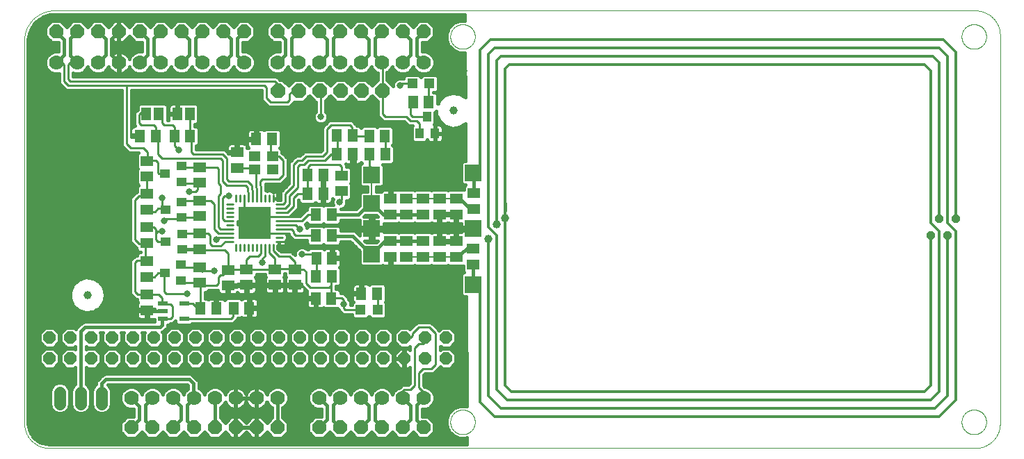
<source format=gtl>
G75*
%MOIN*%
%OFA0B0*%
%FSLAX25Y25*%
%IPPOS*%
%LPD*%
%AMOC8*
5,1,8,0,0,1.08239X$1,22.5*
%
%ADD10C,0.00000*%
%ADD11R,0.15748X0.15748*%
%ADD12C,0.00984*%
%ADD13R,0.05118X0.05906*%
%ADD14R,0.05906X0.05118*%
%ADD15R,0.07874X0.07874*%
%ADD16R,0.05512X0.04724*%
%ADD17R,0.01693X0.01102*%
%ADD18R,0.04724X0.04724*%
%ADD19R,0.04724X0.02165*%
%ADD20C,0.03937*%
%ADD21OC8,0.06600*%
%ADD22R,0.04600X0.06300*%
%ADD23R,0.05000X0.03937*%
%ADD24C,0.07000*%
%ADD25OC8,0.07000*%
%ADD26R,0.03937X0.05000*%
%ADD27C,0.05600*%
%ADD28OC8,0.06000*%
%ADD29C,0.01000*%
%ADD30C,0.03181*%
%ADD31C,0.01600*%
%ADD32C,0.01400*%
%ADD33C,0.00800*%
%ADD34C,0.03969*%
%ADD35C,0.03575*%
%ADD36OC8,0.03969*%
D10*
X0063780Y0019811D02*
X0063780Y0204189D01*
X0063796Y0204540D01*
X0063822Y0204891D01*
X0063855Y0205240D01*
X0063898Y0205589D01*
X0063949Y0205937D01*
X0064008Y0206283D01*
X0064076Y0206628D01*
X0064152Y0206971D01*
X0064237Y0207312D01*
X0064330Y0207651D01*
X0064432Y0207988D01*
X0064541Y0208322D01*
X0064659Y0208653D01*
X0064785Y0208981D01*
X0064919Y0209306D01*
X0065060Y0209628D01*
X0065210Y0209946D01*
X0065368Y0210260D01*
X0065533Y0210570D01*
X0065705Y0210876D01*
X0065885Y0211178D01*
X0066073Y0211475D01*
X0066268Y0211768D01*
X0066469Y0212056D01*
X0066678Y0212338D01*
X0066894Y0212616D01*
X0067116Y0212888D01*
X0067345Y0213154D01*
X0067581Y0213415D01*
X0067823Y0213670D01*
X0068071Y0213919D01*
X0068325Y0214162D01*
X0068585Y0214399D01*
X0068851Y0214629D01*
X0069122Y0214852D01*
X0069399Y0215069D01*
X0069680Y0215279D01*
X0069967Y0215482D01*
X0070259Y0215678D01*
X0070556Y0215866D01*
X0070857Y0216047D01*
X0071162Y0216221D01*
X0071472Y0216388D01*
X0071786Y0216546D01*
X0072103Y0216697D01*
X0072424Y0216840D01*
X0072749Y0216975D01*
X0073076Y0217102D01*
X0073407Y0217221D01*
X0073740Y0217332D01*
X0074077Y0217435D01*
X0074415Y0217529D01*
X0074756Y0217615D01*
X0075099Y0217693D01*
X0075443Y0217762D01*
X0075789Y0217823D01*
X0076137Y0217875D01*
X0076486Y0217919D01*
X0076835Y0217954D01*
X0077186Y0217980D01*
X0077537Y0217998D01*
X0077888Y0218008D01*
X0078240Y0218008D01*
X0078591Y0218000D01*
X0519409Y0218000D01*
X0531280Y0206189D02*
X0531280Y0019811D01*
X0531279Y0019811D02*
X0531275Y0019525D01*
X0531264Y0019239D01*
X0531246Y0018953D01*
X0531221Y0018668D01*
X0531189Y0018384D01*
X0531151Y0018100D01*
X0531105Y0017818D01*
X0531053Y0017537D01*
X0530994Y0017257D01*
X0530928Y0016978D01*
X0530855Y0016701D01*
X0530776Y0016426D01*
X0530690Y0016153D01*
X0530598Y0015883D01*
X0530499Y0015614D01*
X0530394Y0015348D01*
X0530282Y0015085D01*
X0530164Y0014824D01*
X0530040Y0014566D01*
X0529909Y0014312D01*
X0529772Y0014060D01*
X0529630Y0013812D01*
X0529481Y0013568D01*
X0529327Y0013327D01*
X0529166Y0013090D01*
X0529000Y0012857D01*
X0528829Y0012628D01*
X0528652Y0012403D01*
X0528469Y0012183D01*
X0528282Y0011967D01*
X0528089Y0011755D01*
X0527891Y0011549D01*
X0527688Y0011347D01*
X0527481Y0011150D01*
X0527268Y0010958D01*
X0527051Y0010771D01*
X0526830Y0010590D01*
X0526604Y0010414D01*
X0526374Y0010244D01*
X0526140Y0010079D01*
X0525903Y0009920D01*
X0525661Y0009767D01*
X0525416Y0009619D01*
X0525167Y0009478D01*
X0524915Y0009342D01*
X0524660Y0009213D01*
X0524401Y0009090D01*
X0524140Y0008973D01*
X0523876Y0008863D01*
X0523610Y0008759D01*
X0523341Y0008661D01*
X0523069Y0008570D01*
X0522796Y0008486D01*
X0522521Y0008408D01*
X0522244Y0008337D01*
X0521965Y0008273D01*
X0521685Y0008215D01*
X0521403Y0008164D01*
X0521120Y0008120D01*
X0520837Y0008083D01*
X0520552Y0008052D01*
X0520267Y0008029D01*
X0519981Y0008012D01*
X0519695Y0008003D01*
X0519409Y0008000D01*
X0075591Y0008000D01*
X0075306Y0008003D01*
X0075020Y0008014D01*
X0074735Y0008031D01*
X0074451Y0008055D01*
X0074167Y0008086D01*
X0073884Y0008124D01*
X0073603Y0008169D01*
X0073322Y0008220D01*
X0073042Y0008278D01*
X0072764Y0008343D01*
X0072488Y0008415D01*
X0072214Y0008493D01*
X0071941Y0008578D01*
X0071671Y0008670D01*
X0071403Y0008768D01*
X0071137Y0008872D01*
X0070874Y0008983D01*
X0070614Y0009100D01*
X0070356Y0009223D01*
X0070102Y0009353D01*
X0069851Y0009489D01*
X0069603Y0009630D01*
X0069359Y0009778D01*
X0069118Y0009931D01*
X0068882Y0010091D01*
X0068649Y0010256D01*
X0068420Y0010426D01*
X0068195Y0010602D01*
X0067975Y0010784D01*
X0067759Y0010970D01*
X0067548Y0011162D01*
X0067341Y0011359D01*
X0067139Y0011561D01*
X0066942Y0011768D01*
X0066750Y0011979D01*
X0066564Y0012195D01*
X0066382Y0012415D01*
X0066206Y0012640D01*
X0066036Y0012869D01*
X0065871Y0013102D01*
X0065711Y0013338D01*
X0065558Y0013579D01*
X0065410Y0013823D01*
X0065269Y0014071D01*
X0065133Y0014322D01*
X0065003Y0014576D01*
X0064880Y0014834D01*
X0064763Y0015094D01*
X0064652Y0015357D01*
X0064548Y0015623D01*
X0064450Y0015891D01*
X0064358Y0016161D01*
X0064273Y0016434D01*
X0064195Y0016708D01*
X0064123Y0016984D01*
X0064058Y0017262D01*
X0064000Y0017542D01*
X0063949Y0017823D01*
X0063904Y0018104D01*
X0063866Y0018387D01*
X0063835Y0018671D01*
X0063811Y0018955D01*
X0063794Y0019240D01*
X0063783Y0019526D01*
X0063780Y0019811D01*
X0267874Y0020500D02*
X0267876Y0020653D01*
X0267882Y0020807D01*
X0267892Y0020960D01*
X0267906Y0021112D01*
X0267924Y0021265D01*
X0267946Y0021416D01*
X0267971Y0021567D01*
X0268001Y0021718D01*
X0268035Y0021868D01*
X0268072Y0022016D01*
X0268113Y0022164D01*
X0268158Y0022310D01*
X0268207Y0022456D01*
X0268260Y0022600D01*
X0268316Y0022742D01*
X0268376Y0022883D01*
X0268440Y0023023D01*
X0268507Y0023161D01*
X0268578Y0023297D01*
X0268653Y0023431D01*
X0268730Y0023563D01*
X0268812Y0023693D01*
X0268896Y0023821D01*
X0268984Y0023947D01*
X0269075Y0024070D01*
X0269169Y0024191D01*
X0269267Y0024309D01*
X0269367Y0024425D01*
X0269471Y0024538D01*
X0269577Y0024649D01*
X0269686Y0024757D01*
X0269798Y0024862D01*
X0269912Y0024963D01*
X0270030Y0025062D01*
X0270149Y0025158D01*
X0270271Y0025251D01*
X0270396Y0025340D01*
X0270523Y0025427D01*
X0270652Y0025509D01*
X0270783Y0025589D01*
X0270916Y0025665D01*
X0271051Y0025738D01*
X0271188Y0025807D01*
X0271327Y0025872D01*
X0271467Y0025934D01*
X0271609Y0025992D01*
X0271752Y0026047D01*
X0271897Y0026098D01*
X0272043Y0026145D01*
X0272190Y0026188D01*
X0272338Y0026227D01*
X0272487Y0026263D01*
X0272637Y0026294D01*
X0272788Y0026322D01*
X0272939Y0026346D01*
X0273092Y0026366D01*
X0273244Y0026382D01*
X0273397Y0026394D01*
X0273550Y0026402D01*
X0273703Y0026406D01*
X0273857Y0026406D01*
X0274010Y0026402D01*
X0274163Y0026394D01*
X0274316Y0026382D01*
X0274468Y0026366D01*
X0274621Y0026346D01*
X0274772Y0026322D01*
X0274923Y0026294D01*
X0275073Y0026263D01*
X0275222Y0026227D01*
X0275370Y0026188D01*
X0275517Y0026145D01*
X0275663Y0026098D01*
X0275808Y0026047D01*
X0275951Y0025992D01*
X0276093Y0025934D01*
X0276233Y0025872D01*
X0276372Y0025807D01*
X0276509Y0025738D01*
X0276644Y0025665D01*
X0276777Y0025589D01*
X0276908Y0025509D01*
X0277037Y0025427D01*
X0277164Y0025340D01*
X0277289Y0025251D01*
X0277411Y0025158D01*
X0277530Y0025062D01*
X0277648Y0024963D01*
X0277762Y0024862D01*
X0277874Y0024757D01*
X0277983Y0024649D01*
X0278089Y0024538D01*
X0278193Y0024425D01*
X0278293Y0024309D01*
X0278391Y0024191D01*
X0278485Y0024070D01*
X0278576Y0023947D01*
X0278664Y0023821D01*
X0278748Y0023693D01*
X0278830Y0023563D01*
X0278907Y0023431D01*
X0278982Y0023297D01*
X0279053Y0023161D01*
X0279120Y0023023D01*
X0279184Y0022883D01*
X0279244Y0022742D01*
X0279300Y0022600D01*
X0279353Y0022456D01*
X0279402Y0022310D01*
X0279447Y0022164D01*
X0279488Y0022016D01*
X0279525Y0021868D01*
X0279559Y0021718D01*
X0279589Y0021567D01*
X0279614Y0021416D01*
X0279636Y0021265D01*
X0279654Y0021112D01*
X0279668Y0020960D01*
X0279678Y0020807D01*
X0279684Y0020653D01*
X0279686Y0020500D01*
X0279684Y0020347D01*
X0279678Y0020193D01*
X0279668Y0020040D01*
X0279654Y0019888D01*
X0279636Y0019735D01*
X0279614Y0019584D01*
X0279589Y0019433D01*
X0279559Y0019282D01*
X0279525Y0019132D01*
X0279488Y0018984D01*
X0279447Y0018836D01*
X0279402Y0018690D01*
X0279353Y0018544D01*
X0279300Y0018400D01*
X0279244Y0018258D01*
X0279184Y0018117D01*
X0279120Y0017977D01*
X0279053Y0017839D01*
X0278982Y0017703D01*
X0278907Y0017569D01*
X0278830Y0017437D01*
X0278748Y0017307D01*
X0278664Y0017179D01*
X0278576Y0017053D01*
X0278485Y0016930D01*
X0278391Y0016809D01*
X0278293Y0016691D01*
X0278193Y0016575D01*
X0278089Y0016462D01*
X0277983Y0016351D01*
X0277874Y0016243D01*
X0277762Y0016138D01*
X0277648Y0016037D01*
X0277530Y0015938D01*
X0277411Y0015842D01*
X0277289Y0015749D01*
X0277164Y0015660D01*
X0277037Y0015573D01*
X0276908Y0015491D01*
X0276777Y0015411D01*
X0276644Y0015335D01*
X0276509Y0015262D01*
X0276372Y0015193D01*
X0276233Y0015128D01*
X0276093Y0015066D01*
X0275951Y0015008D01*
X0275808Y0014953D01*
X0275663Y0014902D01*
X0275517Y0014855D01*
X0275370Y0014812D01*
X0275222Y0014773D01*
X0275073Y0014737D01*
X0274923Y0014706D01*
X0274772Y0014678D01*
X0274621Y0014654D01*
X0274468Y0014634D01*
X0274316Y0014618D01*
X0274163Y0014606D01*
X0274010Y0014598D01*
X0273857Y0014594D01*
X0273703Y0014594D01*
X0273550Y0014598D01*
X0273397Y0014606D01*
X0273244Y0014618D01*
X0273092Y0014634D01*
X0272939Y0014654D01*
X0272788Y0014678D01*
X0272637Y0014706D01*
X0272487Y0014737D01*
X0272338Y0014773D01*
X0272190Y0014812D01*
X0272043Y0014855D01*
X0271897Y0014902D01*
X0271752Y0014953D01*
X0271609Y0015008D01*
X0271467Y0015066D01*
X0271327Y0015128D01*
X0271188Y0015193D01*
X0271051Y0015262D01*
X0270916Y0015335D01*
X0270783Y0015411D01*
X0270652Y0015491D01*
X0270523Y0015573D01*
X0270396Y0015660D01*
X0270271Y0015749D01*
X0270149Y0015842D01*
X0270030Y0015938D01*
X0269912Y0016037D01*
X0269798Y0016138D01*
X0269686Y0016243D01*
X0269577Y0016351D01*
X0269471Y0016462D01*
X0269367Y0016575D01*
X0269267Y0016691D01*
X0269169Y0016809D01*
X0269075Y0016930D01*
X0268984Y0017053D01*
X0268896Y0017179D01*
X0268812Y0017307D01*
X0268730Y0017437D01*
X0268653Y0017569D01*
X0268578Y0017703D01*
X0268507Y0017839D01*
X0268440Y0017977D01*
X0268376Y0018117D01*
X0268316Y0018258D01*
X0268260Y0018400D01*
X0268207Y0018544D01*
X0268158Y0018690D01*
X0268113Y0018836D01*
X0268072Y0018984D01*
X0268035Y0019132D01*
X0268001Y0019282D01*
X0267971Y0019433D01*
X0267946Y0019584D01*
X0267924Y0019735D01*
X0267906Y0019888D01*
X0267892Y0020040D01*
X0267882Y0020193D01*
X0267876Y0020347D01*
X0267874Y0020500D01*
X0512874Y0020500D02*
X0512876Y0020653D01*
X0512882Y0020807D01*
X0512892Y0020960D01*
X0512906Y0021112D01*
X0512924Y0021265D01*
X0512946Y0021416D01*
X0512971Y0021567D01*
X0513001Y0021718D01*
X0513035Y0021868D01*
X0513072Y0022016D01*
X0513113Y0022164D01*
X0513158Y0022310D01*
X0513207Y0022456D01*
X0513260Y0022600D01*
X0513316Y0022742D01*
X0513376Y0022883D01*
X0513440Y0023023D01*
X0513507Y0023161D01*
X0513578Y0023297D01*
X0513653Y0023431D01*
X0513730Y0023563D01*
X0513812Y0023693D01*
X0513896Y0023821D01*
X0513984Y0023947D01*
X0514075Y0024070D01*
X0514169Y0024191D01*
X0514267Y0024309D01*
X0514367Y0024425D01*
X0514471Y0024538D01*
X0514577Y0024649D01*
X0514686Y0024757D01*
X0514798Y0024862D01*
X0514912Y0024963D01*
X0515030Y0025062D01*
X0515149Y0025158D01*
X0515271Y0025251D01*
X0515396Y0025340D01*
X0515523Y0025427D01*
X0515652Y0025509D01*
X0515783Y0025589D01*
X0515916Y0025665D01*
X0516051Y0025738D01*
X0516188Y0025807D01*
X0516327Y0025872D01*
X0516467Y0025934D01*
X0516609Y0025992D01*
X0516752Y0026047D01*
X0516897Y0026098D01*
X0517043Y0026145D01*
X0517190Y0026188D01*
X0517338Y0026227D01*
X0517487Y0026263D01*
X0517637Y0026294D01*
X0517788Y0026322D01*
X0517939Y0026346D01*
X0518092Y0026366D01*
X0518244Y0026382D01*
X0518397Y0026394D01*
X0518550Y0026402D01*
X0518703Y0026406D01*
X0518857Y0026406D01*
X0519010Y0026402D01*
X0519163Y0026394D01*
X0519316Y0026382D01*
X0519468Y0026366D01*
X0519621Y0026346D01*
X0519772Y0026322D01*
X0519923Y0026294D01*
X0520073Y0026263D01*
X0520222Y0026227D01*
X0520370Y0026188D01*
X0520517Y0026145D01*
X0520663Y0026098D01*
X0520808Y0026047D01*
X0520951Y0025992D01*
X0521093Y0025934D01*
X0521233Y0025872D01*
X0521372Y0025807D01*
X0521509Y0025738D01*
X0521644Y0025665D01*
X0521777Y0025589D01*
X0521908Y0025509D01*
X0522037Y0025427D01*
X0522164Y0025340D01*
X0522289Y0025251D01*
X0522411Y0025158D01*
X0522530Y0025062D01*
X0522648Y0024963D01*
X0522762Y0024862D01*
X0522874Y0024757D01*
X0522983Y0024649D01*
X0523089Y0024538D01*
X0523193Y0024425D01*
X0523293Y0024309D01*
X0523391Y0024191D01*
X0523485Y0024070D01*
X0523576Y0023947D01*
X0523664Y0023821D01*
X0523748Y0023693D01*
X0523830Y0023563D01*
X0523907Y0023431D01*
X0523982Y0023297D01*
X0524053Y0023161D01*
X0524120Y0023023D01*
X0524184Y0022883D01*
X0524244Y0022742D01*
X0524300Y0022600D01*
X0524353Y0022456D01*
X0524402Y0022310D01*
X0524447Y0022164D01*
X0524488Y0022016D01*
X0524525Y0021868D01*
X0524559Y0021718D01*
X0524589Y0021567D01*
X0524614Y0021416D01*
X0524636Y0021265D01*
X0524654Y0021112D01*
X0524668Y0020960D01*
X0524678Y0020807D01*
X0524684Y0020653D01*
X0524686Y0020500D01*
X0524684Y0020347D01*
X0524678Y0020193D01*
X0524668Y0020040D01*
X0524654Y0019888D01*
X0524636Y0019735D01*
X0524614Y0019584D01*
X0524589Y0019433D01*
X0524559Y0019282D01*
X0524525Y0019132D01*
X0524488Y0018984D01*
X0524447Y0018836D01*
X0524402Y0018690D01*
X0524353Y0018544D01*
X0524300Y0018400D01*
X0524244Y0018258D01*
X0524184Y0018117D01*
X0524120Y0017977D01*
X0524053Y0017839D01*
X0523982Y0017703D01*
X0523907Y0017569D01*
X0523830Y0017437D01*
X0523748Y0017307D01*
X0523664Y0017179D01*
X0523576Y0017053D01*
X0523485Y0016930D01*
X0523391Y0016809D01*
X0523293Y0016691D01*
X0523193Y0016575D01*
X0523089Y0016462D01*
X0522983Y0016351D01*
X0522874Y0016243D01*
X0522762Y0016138D01*
X0522648Y0016037D01*
X0522530Y0015938D01*
X0522411Y0015842D01*
X0522289Y0015749D01*
X0522164Y0015660D01*
X0522037Y0015573D01*
X0521908Y0015491D01*
X0521777Y0015411D01*
X0521644Y0015335D01*
X0521509Y0015262D01*
X0521372Y0015193D01*
X0521233Y0015128D01*
X0521093Y0015066D01*
X0520951Y0015008D01*
X0520808Y0014953D01*
X0520663Y0014902D01*
X0520517Y0014855D01*
X0520370Y0014812D01*
X0520222Y0014773D01*
X0520073Y0014737D01*
X0519923Y0014706D01*
X0519772Y0014678D01*
X0519621Y0014654D01*
X0519468Y0014634D01*
X0519316Y0014618D01*
X0519163Y0014606D01*
X0519010Y0014598D01*
X0518857Y0014594D01*
X0518703Y0014594D01*
X0518550Y0014598D01*
X0518397Y0014606D01*
X0518244Y0014618D01*
X0518092Y0014634D01*
X0517939Y0014654D01*
X0517788Y0014678D01*
X0517637Y0014706D01*
X0517487Y0014737D01*
X0517338Y0014773D01*
X0517190Y0014812D01*
X0517043Y0014855D01*
X0516897Y0014902D01*
X0516752Y0014953D01*
X0516609Y0015008D01*
X0516467Y0015066D01*
X0516327Y0015128D01*
X0516188Y0015193D01*
X0516051Y0015262D01*
X0515916Y0015335D01*
X0515783Y0015411D01*
X0515652Y0015491D01*
X0515523Y0015573D01*
X0515396Y0015660D01*
X0515271Y0015749D01*
X0515149Y0015842D01*
X0515030Y0015938D01*
X0514912Y0016037D01*
X0514798Y0016138D01*
X0514686Y0016243D01*
X0514577Y0016351D01*
X0514471Y0016462D01*
X0514367Y0016575D01*
X0514267Y0016691D01*
X0514169Y0016809D01*
X0514075Y0016930D01*
X0513984Y0017053D01*
X0513896Y0017179D01*
X0513812Y0017307D01*
X0513730Y0017437D01*
X0513653Y0017569D01*
X0513578Y0017703D01*
X0513507Y0017839D01*
X0513440Y0017977D01*
X0513376Y0018117D01*
X0513316Y0018258D01*
X0513260Y0018400D01*
X0513207Y0018544D01*
X0513158Y0018690D01*
X0513113Y0018836D01*
X0513072Y0018984D01*
X0513035Y0019132D01*
X0513001Y0019282D01*
X0512971Y0019433D01*
X0512946Y0019584D01*
X0512924Y0019735D01*
X0512906Y0019888D01*
X0512892Y0020040D01*
X0512882Y0020193D01*
X0512876Y0020347D01*
X0512874Y0020500D01*
X0512874Y0205500D02*
X0512876Y0205653D01*
X0512882Y0205807D01*
X0512892Y0205960D01*
X0512906Y0206112D01*
X0512924Y0206265D01*
X0512946Y0206416D01*
X0512971Y0206567D01*
X0513001Y0206718D01*
X0513035Y0206868D01*
X0513072Y0207016D01*
X0513113Y0207164D01*
X0513158Y0207310D01*
X0513207Y0207456D01*
X0513260Y0207600D01*
X0513316Y0207742D01*
X0513376Y0207883D01*
X0513440Y0208023D01*
X0513507Y0208161D01*
X0513578Y0208297D01*
X0513653Y0208431D01*
X0513730Y0208563D01*
X0513812Y0208693D01*
X0513896Y0208821D01*
X0513984Y0208947D01*
X0514075Y0209070D01*
X0514169Y0209191D01*
X0514267Y0209309D01*
X0514367Y0209425D01*
X0514471Y0209538D01*
X0514577Y0209649D01*
X0514686Y0209757D01*
X0514798Y0209862D01*
X0514912Y0209963D01*
X0515030Y0210062D01*
X0515149Y0210158D01*
X0515271Y0210251D01*
X0515396Y0210340D01*
X0515523Y0210427D01*
X0515652Y0210509D01*
X0515783Y0210589D01*
X0515916Y0210665D01*
X0516051Y0210738D01*
X0516188Y0210807D01*
X0516327Y0210872D01*
X0516467Y0210934D01*
X0516609Y0210992D01*
X0516752Y0211047D01*
X0516897Y0211098D01*
X0517043Y0211145D01*
X0517190Y0211188D01*
X0517338Y0211227D01*
X0517487Y0211263D01*
X0517637Y0211294D01*
X0517788Y0211322D01*
X0517939Y0211346D01*
X0518092Y0211366D01*
X0518244Y0211382D01*
X0518397Y0211394D01*
X0518550Y0211402D01*
X0518703Y0211406D01*
X0518857Y0211406D01*
X0519010Y0211402D01*
X0519163Y0211394D01*
X0519316Y0211382D01*
X0519468Y0211366D01*
X0519621Y0211346D01*
X0519772Y0211322D01*
X0519923Y0211294D01*
X0520073Y0211263D01*
X0520222Y0211227D01*
X0520370Y0211188D01*
X0520517Y0211145D01*
X0520663Y0211098D01*
X0520808Y0211047D01*
X0520951Y0210992D01*
X0521093Y0210934D01*
X0521233Y0210872D01*
X0521372Y0210807D01*
X0521509Y0210738D01*
X0521644Y0210665D01*
X0521777Y0210589D01*
X0521908Y0210509D01*
X0522037Y0210427D01*
X0522164Y0210340D01*
X0522289Y0210251D01*
X0522411Y0210158D01*
X0522530Y0210062D01*
X0522648Y0209963D01*
X0522762Y0209862D01*
X0522874Y0209757D01*
X0522983Y0209649D01*
X0523089Y0209538D01*
X0523193Y0209425D01*
X0523293Y0209309D01*
X0523391Y0209191D01*
X0523485Y0209070D01*
X0523576Y0208947D01*
X0523664Y0208821D01*
X0523748Y0208693D01*
X0523830Y0208563D01*
X0523907Y0208431D01*
X0523982Y0208297D01*
X0524053Y0208161D01*
X0524120Y0208023D01*
X0524184Y0207883D01*
X0524244Y0207742D01*
X0524300Y0207600D01*
X0524353Y0207456D01*
X0524402Y0207310D01*
X0524447Y0207164D01*
X0524488Y0207016D01*
X0524525Y0206868D01*
X0524559Y0206718D01*
X0524589Y0206567D01*
X0524614Y0206416D01*
X0524636Y0206265D01*
X0524654Y0206112D01*
X0524668Y0205960D01*
X0524678Y0205807D01*
X0524684Y0205653D01*
X0524686Y0205500D01*
X0524684Y0205347D01*
X0524678Y0205193D01*
X0524668Y0205040D01*
X0524654Y0204888D01*
X0524636Y0204735D01*
X0524614Y0204584D01*
X0524589Y0204433D01*
X0524559Y0204282D01*
X0524525Y0204132D01*
X0524488Y0203984D01*
X0524447Y0203836D01*
X0524402Y0203690D01*
X0524353Y0203544D01*
X0524300Y0203400D01*
X0524244Y0203258D01*
X0524184Y0203117D01*
X0524120Y0202977D01*
X0524053Y0202839D01*
X0523982Y0202703D01*
X0523907Y0202569D01*
X0523830Y0202437D01*
X0523748Y0202307D01*
X0523664Y0202179D01*
X0523576Y0202053D01*
X0523485Y0201930D01*
X0523391Y0201809D01*
X0523293Y0201691D01*
X0523193Y0201575D01*
X0523089Y0201462D01*
X0522983Y0201351D01*
X0522874Y0201243D01*
X0522762Y0201138D01*
X0522648Y0201037D01*
X0522530Y0200938D01*
X0522411Y0200842D01*
X0522289Y0200749D01*
X0522164Y0200660D01*
X0522037Y0200573D01*
X0521908Y0200491D01*
X0521777Y0200411D01*
X0521644Y0200335D01*
X0521509Y0200262D01*
X0521372Y0200193D01*
X0521233Y0200128D01*
X0521093Y0200066D01*
X0520951Y0200008D01*
X0520808Y0199953D01*
X0520663Y0199902D01*
X0520517Y0199855D01*
X0520370Y0199812D01*
X0520222Y0199773D01*
X0520073Y0199737D01*
X0519923Y0199706D01*
X0519772Y0199678D01*
X0519621Y0199654D01*
X0519468Y0199634D01*
X0519316Y0199618D01*
X0519163Y0199606D01*
X0519010Y0199598D01*
X0518857Y0199594D01*
X0518703Y0199594D01*
X0518550Y0199598D01*
X0518397Y0199606D01*
X0518244Y0199618D01*
X0518092Y0199634D01*
X0517939Y0199654D01*
X0517788Y0199678D01*
X0517637Y0199706D01*
X0517487Y0199737D01*
X0517338Y0199773D01*
X0517190Y0199812D01*
X0517043Y0199855D01*
X0516897Y0199902D01*
X0516752Y0199953D01*
X0516609Y0200008D01*
X0516467Y0200066D01*
X0516327Y0200128D01*
X0516188Y0200193D01*
X0516051Y0200262D01*
X0515916Y0200335D01*
X0515783Y0200411D01*
X0515652Y0200491D01*
X0515523Y0200573D01*
X0515396Y0200660D01*
X0515271Y0200749D01*
X0515149Y0200842D01*
X0515030Y0200938D01*
X0514912Y0201037D01*
X0514798Y0201138D01*
X0514686Y0201243D01*
X0514577Y0201351D01*
X0514471Y0201462D01*
X0514367Y0201575D01*
X0514267Y0201691D01*
X0514169Y0201809D01*
X0514075Y0201930D01*
X0513984Y0202053D01*
X0513896Y0202179D01*
X0513812Y0202307D01*
X0513730Y0202437D01*
X0513653Y0202569D01*
X0513578Y0202703D01*
X0513507Y0202839D01*
X0513440Y0202977D01*
X0513376Y0203117D01*
X0513316Y0203258D01*
X0513260Y0203400D01*
X0513207Y0203544D01*
X0513158Y0203690D01*
X0513113Y0203836D01*
X0513072Y0203984D01*
X0513035Y0204132D01*
X0513001Y0204282D01*
X0512971Y0204433D01*
X0512946Y0204584D01*
X0512924Y0204735D01*
X0512906Y0204888D01*
X0512892Y0205040D01*
X0512882Y0205193D01*
X0512876Y0205347D01*
X0512874Y0205500D01*
X0519409Y0218000D02*
X0519695Y0217997D01*
X0519981Y0217988D01*
X0520267Y0217971D01*
X0520552Y0217948D01*
X0520837Y0217917D01*
X0521120Y0217880D01*
X0521403Y0217836D01*
X0521685Y0217785D01*
X0521965Y0217727D01*
X0522244Y0217663D01*
X0522521Y0217592D01*
X0522796Y0217514D01*
X0523069Y0217430D01*
X0523341Y0217339D01*
X0523610Y0217241D01*
X0523876Y0217137D01*
X0524140Y0217027D01*
X0524401Y0216910D01*
X0524660Y0216787D01*
X0524915Y0216658D01*
X0525167Y0216522D01*
X0525416Y0216381D01*
X0525661Y0216233D01*
X0525903Y0216080D01*
X0526140Y0215921D01*
X0526374Y0215756D01*
X0526604Y0215586D01*
X0526830Y0215410D01*
X0527051Y0215229D01*
X0527268Y0215042D01*
X0527481Y0214850D01*
X0527688Y0214653D01*
X0527891Y0214451D01*
X0528089Y0214245D01*
X0528282Y0214033D01*
X0528469Y0213817D01*
X0528652Y0213597D01*
X0528829Y0213372D01*
X0529000Y0213143D01*
X0529166Y0212910D01*
X0529327Y0212673D01*
X0529481Y0212432D01*
X0529630Y0212188D01*
X0529772Y0211940D01*
X0529909Y0211688D01*
X0530040Y0211434D01*
X0530164Y0211176D01*
X0530282Y0210915D01*
X0530394Y0210652D01*
X0530499Y0210386D01*
X0530598Y0210117D01*
X0530690Y0209847D01*
X0530776Y0209574D01*
X0530855Y0209299D01*
X0530928Y0209022D01*
X0530994Y0208743D01*
X0531053Y0208463D01*
X0531105Y0208182D01*
X0531151Y0207900D01*
X0531189Y0207616D01*
X0531221Y0207332D01*
X0531246Y0207047D01*
X0531264Y0206761D01*
X0531275Y0206475D01*
X0531279Y0206189D01*
X0267874Y0205500D02*
X0267876Y0205653D01*
X0267882Y0205807D01*
X0267892Y0205960D01*
X0267906Y0206112D01*
X0267924Y0206265D01*
X0267946Y0206416D01*
X0267971Y0206567D01*
X0268001Y0206718D01*
X0268035Y0206868D01*
X0268072Y0207016D01*
X0268113Y0207164D01*
X0268158Y0207310D01*
X0268207Y0207456D01*
X0268260Y0207600D01*
X0268316Y0207742D01*
X0268376Y0207883D01*
X0268440Y0208023D01*
X0268507Y0208161D01*
X0268578Y0208297D01*
X0268653Y0208431D01*
X0268730Y0208563D01*
X0268812Y0208693D01*
X0268896Y0208821D01*
X0268984Y0208947D01*
X0269075Y0209070D01*
X0269169Y0209191D01*
X0269267Y0209309D01*
X0269367Y0209425D01*
X0269471Y0209538D01*
X0269577Y0209649D01*
X0269686Y0209757D01*
X0269798Y0209862D01*
X0269912Y0209963D01*
X0270030Y0210062D01*
X0270149Y0210158D01*
X0270271Y0210251D01*
X0270396Y0210340D01*
X0270523Y0210427D01*
X0270652Y0210509D01*
X0270783Y0210589D01*
X0270916Y0210665D01*
X0271051Y0210738D01*
X0271188Y0210807D01*
X0271327Y0210872D01*
X0271467Y0210934D01*
X0271609Y0210992D01*
X0271752Y0211047D01*
X0271897Y0211098D01*
X0272043Y0211145D01*
X0272190Y0211188D01*
X0272338Y0211227D01*
X0272487Y0211263D01*
X0272637Y0211294D01*
X0272788Y0211322D01*
X0272939Y0211346D01*
X0273092Y0211366D01*
X0273244Y0211382D01*
X0273397Y0211394D01*
X0273550Y0211402D01*
X0273703Y0211406D01*
X0273857Y0211406D01*
X0274010Y0211402D01*
X0274163Y0211394D01*
X0274316Y0211382D01*
X0274468Y0211366D01*
X0274621Y0211346D01*
X0274772Y0211322D01*
X0274923Y0211294D01*
X0275073Y0211263D01*
X0275222Y0211227D01*
X0275370Y0211188D01*
X0275517Y0211145D01*
X0275663Y0211098D01*
X0275808Y0211047D01*
X0275951Y0210992D01*
X0276093Y0210934D01*
X0276233Y0210872D01*
X0276372Y0210807D01*
X0276509Y0210738D01*
X0276644Y0210665D01*
X0276777Y0210589D01*
X0276908Y0210509D01*
X0277037Y0210427D01*
X0277164Y0210340D01*
X0277289Y0210251D01*
X0277411Y0210158D01*
X0277530Y0210062D01*
X0277648Y0209963D01*
X0277762Y0209862D01*
X0277874Y0209757D01*
X0277983Y0209649D01*
X0278089Y0209538D01*
X0278193Y0209425D01*
X0278293Y0209309D01*
X0278391Y0209191D01*
X0278485Y0209070D01*
X0278576Y0208947D01*
X0278664Y0208821D01*
X0278748Y0208693D01*
X0278830Y0208563D01*
X0278907Y0208431D01*
X0278982Y0208297D01*
X0279053Y0208161D01*
X0279120Y0208023D01*
X0279184Y0207883D01*
X0279244Y0207742D01*
X0279300Y0207600D01*
X0279353Y0207456D01*
X0279402Y0207310D01*
X0279447Y0207164D01*
X0279488Y0207016D01*
X0279525Y0206868D01*
X0279559Y0206718D01*
X0279589Y0206567D01*
X0279614Y0206416D01*
X0279636Y0206265D01*
X0279654Y0206112D01*
X0279668Y0205960D01*
X0279678Y0205807D01*
X0279684Y0205653D01*
X0279686Y0205500D01*
X0279684Y0205347D01*
X0279678Y0205193D01*
X0279668Y0205040D01*
X0279654Y0204888D01*
X0279636Y0204735D01*
X0279614Y0204584D01*
X0279589Y0204433D01*
X0279559Y0204282D01*
X0279525Y0204132D01*
X0279488Y0203984D01*
X0279447Y0203836D01*
X0279402Y0203690D01*
X0279353Y0203544D01*
X0279300Y0203400D01*
X0279244Y0203258D01*
X0279184Y0203117D01*
X0279120Y0202977D01*
X0279053Y0202839D01*
X0278982Y0202703D01*
X0278907Y0202569D01*
X0278830Y0202437D01*
X0278748Y0202307D01*
X0278664Y0202179D01*
X0278576Y0202053D01*
X0278485Y0201930D01*
X0278391Y0201809D01*
X0278293Y0201691D01*
X0278193Y0201575D01*
X0278089Y0201462D01*
X0277983Y0201351D01*
X0277874Y0201243D01*
X0277762Y0201138D01*
X0277648Y0201037D01*
X0277530Y0200938D01*
X0277411Y0200842D01*
X0277289Y0200749D01*
X0277164Y0200660D01*
X0277037Y0200573D01*
X0276908Y0200491D01*
X0276777Y0200411D01*
X0276644Y0200335D01*
X0276509Y0200262D01*
X0276372Y0200193D01*
X0276233Y0200128D01*
X0276093Y0200066D01*
X0275951Y0200008D01*
X0275808Y0199953D01*
X0275663Y0199902D01*
X0275517Y0199855D01*
X0275370Y0199812D01*
X0275222Y0199773D01*
X0275073Y0199737D01*
X0274923Y0199706D01*
X0274772Y0199678D01*
X0274621Y0199654D01*
X0274468Y0199634D01*
X0274316Y0199618D01*
X0274163Y0199606D01*
X0274010Y0199598D01*
X0273857Y0199594D01*
X0273703Y0199594D01*
X0273550Y0199598D01*
X0273397Y0199606D01*
X0273244Y0199618D01*
X0273092Y0199634D01*
X0272939Y0199654D01*
X0272788Y0199678D01*
X0272637Y0199706D01*
X0272487Y0199737D01*
X0272338Y0199773D01*
X0272190Y0199812D01*
X0272043Y0199855D01*
X0271897Y0199902D01*
X0271752Y0199953D01*
X0271609Y0200008D01*
X0271467Y0200066D01*
X0271327Y0200128D01*
X0271188Y0200193D01*
X0271051Y0200262D01*
X0270916Y0200335D01*
X0270783Y0200411D01*
X0270652Y0200491D01*
X0270523Y0200573D01*
X0270396Y0200660D01*
X0270271Y0200749D01*
X0270149Y0200842D01*
X0270030Y0200938D01*
X0269912Y0201037D01*
X0269798Y0201138D01*
X0269686Y0201243D01*
X0269577Y0201351D01*
X0269471Y0201462D01*
X0269367Y0201575D01*
X0269267Y0201691D01*
X0269169Y0201809D01*
X0269075Y0201930D01*
X0268984Y0202053D01*
X0268896Y0202179D01*
X0268812Y0202307D01*
X0268730Y0202437D01*
X0268653Y0202569D01*
X0268578Y0202703D01*
X0268507Y0202839D01*
X0268440Y0202977D01*
X0268376Y0203117D01*
X0268316Y0203258D01*
X0268260Y0203400D01*
X0268207Y0203544D01*
X0268158Y0203690D01*
X0268113Y0203836D01*
X0268072Y0203984D01*
X0268035Y0204132D01*
X0268001Y0204282D01*
X0267971Y0204433D01*
X0267946Y0204584D01*
X0267924Y0204735D01*
X0267906Y0204888D01*
X0267892Y0205040D01*
X0267882Y0205193D01*
X0267876Y0205347D01*
X0267874Y0205500D01*
D11*
X0174094Y0116071D03*
D12*
X0163799Y0117055D02*
X0160847Y0117055D01*
X0160847Y0115087D02*
X0163799Y0115087D01*
X0163799Y0113118D02*
X0160847Y0113118D01*
X0160847Y0111150D02*
X0163799Y0111150D01*
X0163799Y0109181D02*
X0160847Y0109181D01*
X0160847Y0107213D02*
X0163799Y0107213D01*
X0165236Y0105775D02*
X0165236Y0102823D01*
X0167205Y0102823D02*
X0167205Y0105775D01*
X0169173Y0105775D02*
X0169173Y0102823D01*
X0171142Y0102823D02*
X0171142Y0105775D01*
X0173110Y0105775D02*
X0173110Y0102823D01*
X0175079Y0102823D02*
X0175079Y0105775D01*
X0177047Y0105775D02*
X0177047Y0102823D01*
X0179016Y0102823D02*
X0179016Y0105775D01*
X0180984Y0105775D02*
X0180984Y0102823D01*
X0182953Y0102823D02*
X0182953Y0105775D01*
X0184390Y0107213D02*
X0187342Y0107213D01*
X0187342Y0109181D02*
X0184390Y0109181D01*
X0184390Y0111150D02*
X0187342Y0111150D01*
X0187342Y0113118D02*
X0184390Y0113118D01*
X0184390Y0115087D02*
X0187342Y0115087D01*
X0187342Y0117055D02*
X0184390Y0117055D01*
X0184390Y0119024D02*
X0187342Y0119024D01*
X0187342Y0120992D02*
X0184390Y0120992D01*
X0184390Y0122961D02*
X0187342Y0122961D01*
X0187342Y0124929D02*
X0184390Y0124929D01*
X0182953Y0126367D02*
X0182953Y0129319D01*
X0180984Y0129319D02*
X0180984Y0126367D01*
X0179016Y0126367D02*
X0179016Y0129319D01*
X0177047Y0129319D02*
X0177047Y0126367D01*
X0175079Y0126367D02*
X0175079Y0129319D01*
X0173110Y0129319D02*
X0173110Y0126367D01*
X0171142Y0126367D02*
X0171142Y0129319D01*
X0169173Y0129319D02*
X0169173Y0126367D01*
X0167205Y0126367D02*
X0167205Y0129319D01*
X0165236Y0129319D02*
X0165236Y0126367D01*
X0163799Y0124929D02*
X0160847Y0124929D01*
X0160847Y0122961D02*
X0163799Y0122961D01*
X0163799Y0120992D02*
X0160847Y0120992D01*
X0160847Y0119024D02*
X0163799Y0119024D01*
D13*
X0199480Y0130000D03*
X0206961Y0130000D03*
X0206961Y0139000D03*
X0199480Y0139000D03*
X0213496Y0148984D03*
X0220976Y0148984D03*
X0229124Y0148959D03*
X0236604Y0148959D03*
X0236561Y0157837D03*
X0229080Y0157837D03*
X0220976Y0157953D03*
X0213496Y0157953D03*
X0182335Y0156322D03*
X0174855Y0156322D03*
X0143120Y0157800D03*
X0135639Y0157800D03*
X0126720Y0157900D03*
X0119239Y0157900D03*
X0203480Y0120000D03*
X0210961Y0120000D03*
X0210961Y0110000D03*
X0203480Y0110000D03*
X0203639Y0099175D03*
X0211120Y0099175D03*
X0211061Y0090400D03*
X0203580Y0090400D03*
X0225205Y0082209D03*
X0232685Y0082209D03*
X0210920Y0079825D03*
X0203439Y0079825D03*
X0171520Y0075200D03*
X0164039Y0075200D03*
X0155628Y0075086D03*
X0148147Y0075086D03*
X0250039Y0174000D03*
X0257520Y0174000D03*
D14*
X0215720Y0138740D03*
X0215720Y0131260D03*
X0239252Y0127724D03*
X0246752Y0127724D03*
X0254736Y0127724D03*
X0262720Y0127724D03*
X0270705Y0127724D03*
X0279189Y0130256D03*
X0279189Y0122776D03*
X0270705Y0120244D03*
X0262720Y0120244D03*
X0254736Y0120244D03*
X0246752Y0120244D03*
X0239252Y0120244D03*
X0239252Y0107256D03*
X0246752Y0107256D03*
X0254736Y0107256D03*
X0262720Y0107256D03*
X0270705Y0107256D03*
X0278705Y0103724D03*
X0270705Y0099776D03*
X0262720Y0099776D03*
X0254736Y0099776D03*
X0246752Y0099776D03*
X0239252Y0099776D03*
X0278705Y0096244D03*
X0193380Y0093799D03*
X0183780Y0093799D03*
X0183780Y0086319D03*
X0193380Y0086319D03*
X0170220Y0086260D03*
X0161339Y0086060D03*
X0161339Y0093540D03*
X0170220Y0093740D03*
X0147680Y0094740D03*
X0147680Y0087260D03*
X0122507Y0081657D03*
X0122507Y0074176D03*
X0122380Y0090160D03*
X0122380Y0097640D03*
X0122280Y0106460D03*
X0122280Y0113940D03*
X0122380Y0122560D03*
X0122380Y0130040D03*
X0122380Y0138260D03*
X0122380Y0145740D03*
X0147780Y0142740D03*
X0147780Y0135260D03*
X0147780Y0126740D03*
X0147780Y0119260D03*
X0147680Y0110940D03*
X0147680Y0103460D03*
X0165657Y0142476D03*
X0165657Y0149956D03*
D15*
X0230220Y0139000D03*
X0230220Y0125504D03*
X0230220Y0113287D03*
X0230220Y0101071D03*
X0278673Y0113287D03*
X0278689Y0086571D03*
X0278689Y0140004D03*
D16*
X0182688Y0141650D03*
X0174027Y0141650D03*
X0174027Y0147950D03*
X0182688Y0147950D03*
D17*
X0294220Y0124004D03*
X0294220Y0121996D03*
X0294220Y0097504D03*
X0294220Y0095496D03*
D18*
X0233079Y0074335D03*
X0224811Y0074335D03*
X0249646Y0183000D03*
X0257913Y0183000D03*
D19*
X0140360Y0077491D03*
X0130123Y0077491D03*
X0130123Y0073751D03*
X0130123Y0070011D03*
X0140360Y0070011D03*
D20*
X0094000Y0081500D03*
X0269500Y0170000D03*
D21*
X0255000Y0208000D03*
X0245000Y0208000D03*
X0235000Y0208000D03*
X0225000Y0208000D03*
X0215000Y0208000D03*
X0205000Y0208000D03*
X0195000Y0208000D03*
X0185000Y0208000D03*
X0169000Y0208000D03*
X0159000Y0208000D03*
X0149000Y0208000D03*
X0139000Y0208000D03*
X0129000Y0208000D03*
X0119000Y0208000D03*
X0109000Y0208000D03*
X0099000Y0208000D03*
X0089000Y0208000D03*
X0079000Y0208000D03*
X0115000Y0018000D03*
X0125000Y0018000D03*
X0135000Y0018000D03*
X0145000Y0018000D03*
X0155000Y0018000D03*
X0165000Y0018000D03*
X0175000Y0018000D03*
X0185000Y0018000D03*
X0205000Y0018000D03*
X0215000Y0018000D03*
X0225000Y0018000D03*
X0235000Y0018000D03*
X0245000Y0018000D03*
X0255000Y0018000D03*
D22*
X0142980Y0168400D03*
X0136980Y0168400D03*
X0128180Y0168500D03*
X0122180Y0168500D03*
D23*
X0139117Y0143340D03*
X0131243Y0139600D03*
X0139117Y0135860D03*
X0139217Y0126240D03*
X0131343Y0122500D03*
X0139217Y0118760D03*
X0139317Y0110840D03*
X0131443Y0107100D03*
X0139317Y0103360D03*
X0138917Y0095940D03*
X0131043Y0092200D03*
X0138917Y0088460D03*
D24*
X0134980Y0032000D03*
X0144980Y0032000D03*
X0154980Y0032000D03*
X0164980Y0032000D03*
X0174980Y0032000D03*
X0184980Y0032000D03*
X0205080Y0032000D03*
X0215080Y0032000D03*
X0225080Y0032000D03*
X0235080Y0032000D03*
X0245080Y0032000D03*
X0255080Y0032000D03*
X0124980Y0032000D03*
X0114980Y0032000D03*
X0119080Y0193000D03*
X0129080Y0193000D03*
X0139080Y0193000D03*
X0149080Y0193000D03*
X0159080Y0193000D03*
X0169080Y0193000D03*
X0185080Y0193000D03*
X0195080Y0193000D03*
X0205080Y0193000D03*
X0215080Y0193000D03*
X0225080Y0193000D03*
X0235080Y0193000D03*
X0245080Y0193000D03*
X0255080Y0193000D03*
X0109080Y0193000D03*
X0099080Y0193000D03*
X0089080Y0193000D03*
X0079080Y0193000D03*
D25*
X0185280Y0179500D03*
X0195280Y0179500D03*
X0205280Y0179500D03*
X0215280Y0179500D03*
X0225280Y0179500D03*
X0235280Y0179500D03*
D26*
X0256780Y0166937D03*
X0260520Y0159063D03*
X0253039Y0159063D03*
D27*
X0100780Y0034800D02*
X0100780Y0029200D01*
X0090780Y0029200D02*
X0090780Y0034800D01*
X0080780Y0034800D02*
X0080780Y0029200D01*
D28*
X0085780Y0051000D03*
X0095780Y0051000D03*
X0105780Y0051000D03*
X0115780Y0051000D03*
X0125780Y0051000D03*
X0135780Y0051000D03*
X0145780Y0051000D03*
X0155780Y0051000D03*
X0165780Y0051000D03*
X0175780Y0051000D03*
X0185780Y0051000D03*
X0195780Y0051000D03*
X0205780Y0051000D03*
X0215780Y0051000D03*
X0225780Y0051000D03*
X0235780Y0051000D03*
X0245780Y0051000D03*
X0255780Y0051000D03*
X0265780Y0051000D03*
X0265780Y0061000D03*
X0255780Y0061000D03*
X0245780Y0061000D03*
X0235780Y0061000D03*
X0225780Y0061000D03*
X0215780Y0061000D03*
X0205780Y0061000D03*
X0195780Y0061000D03*
X0185780Y0061000D03*
X0175780Y0061000D03*
X0165780Y0061000D03*
X0155780Y0061000D03*
X0145780Y0061000D03*
X0135780Y0061000D03*
X0125780Y0061000D03*
X0115780Y0061000D03*
X0105780Y0061000D03*
X0095780Y0061000D03*
X0085780Y0061000D03*
X0075780Y0061000D03*
X0075780Y0051000D03*
D29*
X0122507Y0074176D02*
X0124603Y0074176D01*
X0124780Y0074000D01*
X0129874Y0074000D01*
X0130123Y0073751D01*
X0133780Y0077000D02*
X0134780Y0076000D01*
X0134780Y0071000D01*
X0133791Y0070011D01*
X0130123Y0070011D01*
X0124780Y0074000D02*
X0122731Y0074000D01*
X0129615Y0078000D02*
X0129615Y0080165D01*
X0128123Y0081657D01*
X0122507Y0081657D01*
X0118123Y0081657D01*
X0116780Y0083000D01*
X0116780Y0097000D01*
X0117780Y0098000D01*
X0122020Y0098000D01*
X0122380Y0097640D01*
X0121820Y0098200D01*
X0121820Y0106000D01*
X0122280Y0106460D01*
X0121820Y0106000D02*
X0118780Y0106000D01*
X0116780Y0108000D01*
X0116780Y0127000D01*
X0118780Y0129000D01*
X0122339Y0129000D01*
X0122380Y0130040D02*
X0122380Y0138260D01*
X0127780Y0140000D02*
X0127780Y0145000D01*
X0126780Y0146000D01*
X0122639Y0146000D01*
X0122639Y0150140D01*
X0120780Y0152000D01*
X0114780Y0152000D01*
X0112780Y0154000D01*
X0112780Y0182000D01*
X0084780Y0182000D01*
X0082780Y0184000D01*
X0082780Y0192000D01*
X0081780Y0193000D01*
X0079080Y0193000D01*
X0078780Y0193000D01*
X0084780Y0192000D02*
X0085780Y0193000D01*
X0089080Y0193000D01*
X0088780Y0192700D01*
X0084780Y0192000D02*
X0084780Y0185000D01*
X0085780Y0184000D01*
X0183780Y0184000D01*
X0185280Y0182500D01*
X0185280Y0179500D01*
X0190780Y0178000D02*
X0192280Y0179500D01*
X0195280Y0179500D01*
X0190780Y0178000D02*
X0190780Y0175000D01*
X0189780Y0174000D01*
X0181780Y0174000D01*
X0179780Y0176000D01*
X0179780Y0181000D01*
X0178780Y0182000D01*
X0112780Y0182000D01*
X0115780Y0174000D02*
X0135780Y0174000D01*
X0136780Y0173000D01*
X0136780Y0168600D01*
X0136980Y0168400D01*
X0142980Y0168400D02*
X0143120Y0168260D01*
X0143120Y0157800D01*
X0143780Y0157140D01*
X0143780Y0150000D01*
X0144780Y0149000D01*
X0158780Y0149000D01*
X0160780Y0147000D01*
X0160780Y0137000D01*
X0161780Y0136000D01*
X0170780Y0136000D01*
X0172780Y0134000D01*
X0172780Y0132000D01*
X0173110Y0131669D01*
X0173110Y0127843D01*
X0171142Y0127843D02*
X0171142Y0130638D01*
X0170780Y0131000D01*
X0170780Y0133000D01*
X0169780Y0134000D01*
X0160780Y0134000D01*
X0158780Y0136000D01*
X0158780Y0146000D01*
X0157780Y0147000D01*
X0129780Y0147000D01*
X0127780Y0149000D01*
X0127780Y0156840D01*
X0126720Y0157900D01*
X0126720Y0162060D01*
X0125780Y0163000D01*
X0119780Y0163000D01*
X0118780Y0164000D01*
X0118780Y0168000D01*
X0119780Y0169000D01*
X0121680Y0169000D01*
X0122180Y0168500D01*
X0128180Y0168500D02*
X0128680Y0168000D01*
X0128780Y0168000D01*
X0129780Y0167000D01*
X0129780Y0164000D01*
X0130780Y0163000D01*
X0134780Y0163000D01*
X0135639Y0162140D01*
X0135639Y0157800D01*
X0135639Y0153140D01*
X0137780Y0151000D01*
X0122639Y0146000D02*
X0122380Y0145740D01*
X0127780Y0140000D02*
X0128180Y0139600D01*
X0131243Y0139600D01*
X0139117Y0135860D02*
X0139639Y0135860D01*
X0138780Y0135000D01*
X0139117Y0135860D02*
X0139780Y0135197D01*
X0147717Y0135197D01*
X0147780Y0135260D01*
X0146780Y0134260D01*
X0146780Y0132000D01*
X0145780Y0131000D01*
X0142780Y0131000D01*
X0139717Y0126740D02*
X0139217Y0126240D01*
X0139717Y0126740D02*
X0147780Y0126740D01*
X0153039Y0126740D01*
X0154780Y0125000D01*
X0154780Y0113000D01*
X0156780Y0111000D01*
X0159780Y0111000D01*
X0159929Y0111150D01*
X0162323Y0111150D01*
X0162323Y0113118D02*
X0159898Y0113118D01*
X0159780Y0113000D01*
X0157780Y0113000D01*
X0157280Y0113500D01*
X0156780Y0114000D01*
X0156780Y0129000D01*
X0157780Y0130000D01*
X0157780Y0134000D01*
X0156780Y0135000D01*
X0156780Y0142000D01*
X0156039Y0142740D01*
X0147780Y0142740D01*
X0139717Y0142740D01*
X0139117Y0143340D01*
X0139639Y0135860D02*
X0139920Y0135860D01*
X0129780Y0128000D02*
X0129780Y0123000D01*
X0127780Y0123000D01*
X0126339Y0121560D01*
X0123380Y0121560D01*
X0122380Y0122560D01*
X0129780Y0123000D02*
X0130843Y0123000D01*
X0131343Y0122500D01*
X0129780Y0124063D01*
X0129780Y0128000D01*
X0139217Y0118760D02*
X0138457Y0118000D01*
X0131780Y0118000D01*
X0130780Y0117000D01*
X0129780Y0112000D02*
X0127780Y0112000D01*
X0126839Y0111060D01*
X0126839Y0112940D01*
X0125780Y0114000D01*
X0122339Y0114000D01*
X0122280Y0113940D01*
X0126839Y0111060D02*
X0126839Y0107940D01*
X0127780Y0107000D01*
X0131343Y0107000D01*
X0131443Y0107100D01*
X0139317Y0110840D02*
X0139417Y0110940D01*
X0147680Y0110940D01*
X0147739Y0111000D01*
X0151780Y0111000D01*
X0152780Y0110000D01*
X0152780Y0106000D01*
X0153780Y0105000D01*
X0157780Y0105000D01*
X0159992Y0107213D01*
X0162323Y0107213D01*
X0161992Y0107213D01*
X0162323Y0107213D02*
X0160992Y0107213D01*
X0159780Y0109000D02*
X0156780Y0109000D01*
X0155780Y0108000D01*
X0159780Y0109000D02*
X0159961Y0109181D01*
X0162323Y0109181D01*
X0159780Y0103000D02*
X0148139Y0103000D01*
X0147680Y0103460D01*
X0147680Y0110940D02*
X0147839Y0110940D01*
X0158780Y0118000D02*
X0158780Y0128000D01*
X0159780Y0129000D01*
X0161780Y0129000D01*
X0169173Y0127843D02*
X0169173Y0122606D01*
X0169780Y0122000D01*
X0174094Y0116071D02*
X0177024Y0119000D01*
X0179780Y0119000D01*
X0179803Y0119024D01*
X0185866Y0119024D01*
X0193803Y0119024D01*
X0194780Y0120000D01*
X0194780Y0121000D01*
X0194780Y0123000D01*
X0196780Y0125000D01*
X0205780Y0125000D01*
X0206780Y0126000D01*
X0206780Y0129819D01*
X0206961Y0130000D01*
X0206961Y0130181D01*
X0207780Y0131000D01*
X0206961Y0130000D02*
X0206961Y0139000D01*
X0199780Y0139299D02*
X0199480Y0139000D01*
X0199480Y0130000D01*
X0194780Y0130000D01*
X0192780Y0128000D01*
X0192780Y0124000D01*
X0189772Y0120992D01*
X0185866Y0120992D01*
X0185866Y0122961D02*
X0188740Y0122961D01*
X0190780Y0125000D01*
X0190780Y0129000D01*
X0194780Y0133000D01*
X0194780Y0143000D01*
X0195780Y0144000D01*
X0197780Y0144000D01*
X0199780Y0146000D01*
X0207780Y0146000D01*
X0210764Y0148984D01*
X0213496Y0148984D01*
X0213764Y0148984D01*
X0213780Y0149000D01*
X0213220Y0149000D01*
X0213496Y0148984D02*
X0213780Y0149268D01*
X0213780Y0157669D01*
X0213496Y0157953D01*
X0208780Y0161000D02*
X0210780Y0163000D01*
X0219780Y0163000D01*
X0220780Y0162000D01*
X0220780Y0158150D01*
X0220976Y0157953D01*
X0221092Y0157837D01*
X0229080Y0157837D01*
X0236561Y0157837D02*
X0236561Y0155219D01*
X0236780Y0155000D01*
X0236780Y0149135D01*
X0236604Y0148959D01*
X0229124Y0148959D02*
X0229124Y0143656D01*
X0230220Y0142559D01*
X0230220Y0139000D01*
X0238780Y0134000D02*
X0239252Y0133528D01*
X0239252Y0127724D01*
X0215720Y0126941D02*
X0215720Y0131260D01*
X0215720Y0126941D02*
X0214780Y0126000D01*
X0203480Y0120000D02*
X0199780Y0120000D01*
X0196835Y0117055D01*
X0185866Y0117055D01*
X0185866Y0115087D02*
X0190693Y0115087D01*
X0190780Y0115000D01*
X0193780Y0115000D01*
X0195780Y0113000D01*
X0192780Y0112000D02*
X0191780Y0113000D01*
X0189780Y0113000D01*
X0189661Y0113118D01*
X0185866Y0113118D01*
X0185866Y0111150D02*
X0185717Y0111000D01*
X0179780Y0111000D01*
X0174709Y0116071D01*
X0174094Y0116071D01*
X0162323Y0117055D02*
X0159724Y0117055D01*
X0158780Y0118000D01*
X0148280Y0118760D02*
X0140020Y0118760D01*
X0139780Y0119000D01*
X0140020Y0118760D02*
X0139217Y0118760D01*
X0147780Y0119260D02*
X0148280Y0118760D01*
X0175079Y0127843D02*
X0175079Y0132701D01*
X0174780Y0133000D01*
X0174780Y0140898D01*
X0174027Y0141650D01*
X0174027Y0140850D01*
X0172402Y0142476D01*
X0165657Y0142476D01*
X0165657Y0141122D01*
X0165780Y0141000D01*
X0166780Y0142000D01*
X0167780Y0142000D01*
X0166780Y0142000D02*
X0165780Y0142000D01*
X0166032Y0141747D01*
X0166032Y0140850D01*
X0176780Y0136000D02*
X0177780Y0137000D01*
X0185780Y0137000D01*
X0187780Y0139000D01*
X0187780Y0146000D01*
X0185780Y0148000D01*
X0182739Y0148000D01*
X0182688Y0147950D01*
X0181729Y0147950D01*
X0180729Y0146950D01*
X0181780Y0148858D02*
X0181780Y0155766D01*
X0182335Y0156322D01*
X0182688Y0156322D01*
X0174855Y0156322D02*
X0174177Y0157000D01*
X0166780Y0157000D01*
X0165657Y0155878D01*
X0165657Y0149956D01*
X0181780Y0148858D02*
X0182688Y0147950D01*
X0192780Y0144000D02*
X0194780Y0146000D01*
X0196780Y0146000D01*
X0198780Y0148000D01*
X0206780Y0148000D01*
X0208780Y0150000D01*
X0208780Y0161000D01*
X0205780Y0167000D02*
X0205780Y0179000D01*
X0205280Y0179500D01*
X0235280Y0179500D02*
X0235280Y0192800D01*
X0235080Y0193000D01*
X0244780Y0183000D02*
X0249646Y0183000D01*
X0244780Y0183000D02*
X0243780Y0182000D01*
X0235280Y0179500D02*
X0235280Y0168500D01*
X0236780Y0167000D01*
X0246780Y0167000D01*
X0248780Y0165000D01*
X0251780Y0165000D01*
X0253039Y0163740D01*
X0253039Y0159063D01*
X0260520Y0159063D02*
X0267157Y0159063D01*
X0267720Y0158500D01*
X0256780Y0166937D02*
X0249843Y0166937D01*
X0248780Y0168000D01*
X0248780Y0172740D01*
X0250039Y0174000D01*
X0257520Y0174000D02*
X0257520Y0182606D01*
X0257913Y0183000D01*
X0222720Y0147846D02*
X0222114Y0147846D01*
X0220976Y0148984D01*
X0215720Y0143059D02*
X0214780Y0144000D01*
X0200780Y0144000D01*
X0199780Y0143000D01*
X0199780Y0139299D01*
X0192780Y0144000D02*
X0192780Y0134000D01*
X0188780Y0130000D01*
X0188780Y0126000D01*
X0187709Y0124929D01*
X0185866Y0124929D01*
X0177047Y0127843D02*
X0177047Y0133732D01*
X0176780Y0134000D01*
X0176780Y0136000D01*
X0215720Y0138740D02*
X0215720Y0143059D01*
X0262720Y0120244D02*
X0262720Y0113500D01*
X0262720Y0107256D01*
X0270705Y0107256D02*
X0270705Y0113484D01*
X0270720Y0113500D01*
X0270705Y0113516D01*
X0270705Y0120244D01*
X0278720Y0113500D02*
X0278886Y0113500D01*
X0278673Y0113287D01*
X0270913Y0101362D02*
X0270705Y0101154D01*
X0270705Y0099776D01*
X0239252Y0099776D02*
X0239252Y0093472D01*
X0238780Y0093000D01*
X0232220Y0101071D02*
X0230709Y0101071D01*
X0227780Y0104000D01*
X0230220Y0101071D02*
X0230291Y0101071D01*
X0232500Y0103280D01*
X0232390Y0101240D02*
X0232220Y0101071D01*
X0230220Y0113287D02*
X0238067Y0113287D01*
X0238780Y0114000D01*
X0203480Y0110000D02*
X0193780Y0110000D01*
X0192780Y0111000D01*
X0192780Y0112000D01*
X0189780Y0110000D02*
X0188630Y0111150D01*
X0185866Y0111150D01*
X0189780Y0110000D02*
X0189780Y0108000D01*
X0188992Y0107213D01*
X0185866Y0107213D01*
X0182953Y0104299D02*
X0182953Y0102827D01*
X0185780Y0100000D01*
X0190780Y0100000D01*
X0193380Y0097400D01*
X0193380Y0093799D01*
X0193179Y0094000D01*
X0190780Y0094000D01*
X0190980Y0093800D01*
X0197580Y0093800D01*
X0198780Y0092600D01*
X0198780Y0092598D01*
X0198780Y0087000D01*
X0200780Y0085000D01*
X0209780Y0085000D01*
X0210780Y0086000D01*
X0210780Y0090119D02*
X0211061Y0090400D01*
X0210780Y0090119D02*
X0210780Y0081000D01*
X0211780Y0080000D01*
X0211094Y0080000D01*
X0210920Y0079825D01*
X0211748Y0078997D01*
X0211780Y0080000D02*
X0215780Y0080000D01*
X0216780Y0079000D01*
X0216780Y0077000D01*
X0216780Y0075000D01*
X0217445Y0074335D01*
X0224811Y0074335D01*
X0233079Y0074335D02*
X0233079Y0081815D01*
X0232685Y0082209D01*
X0203439Y0079825D02*
X0199954Y0079825D01*
X0198780Y0081000D01*
X0198780Y0084000D01*
X0196461Y0086319D01*
X0193380Y0086319D01*
X0183780Y0086319D01*
X0170280Y0086319D01*
X0161780Y0085619D02*
X0161339Y0086060D01*
X0161780Y0085619D02*
X0161780Y0083000D01*
X0160780Y0082000D01*
X0156780Y0082000D01*
X0155628Y0080848D01*
X0155628Y0075086D01*
X0163780Y0074940D02*
X0164039Y0075200D01*
X0163780Y0074940D02*
X0163780Y0071000D01*
X0162780Y0070000D01*
X0140371Y0070000D01*
X0140360Y0070011D01*
X0147271Y0074491D02*
X0147553Y0074491D01*
X0148147Y0075086D01*
X0148147Y0085368D01*
X0148780Y0086000D01*
X0147780Y0087000D01*
X0147520Y0087260D01*
X0140117Y0087260D01*
X0138917Y0088460D01*
X0147520Y0087260D02*
X0147680Y0087260D01*
X0148939Y0086000D01*
X0155780Y0086000D01*
X0156780Y0087000D01*
X0156780Y0090000D01*
X0157780Y0091000D01*
X0158780Y0091000D01*
X0160780Y0093000D01*
X0161580Y0093800D01*
X0181580Y0093800D01*
X0181780Y0094000D01*
X0183780Y0094000D01*
X0190780Y0094000D01*
X0193380Y0093799D02*
X0197579Y0093799D01*
X0198780Y0092598D01*
X0203580Y0090400D02*
X0203639Y0090459D01*
X0203639Y0099175D01*
X0201814Y0101000D01*
X0196780Y0101000D01*
X0183780Y0099000D02*
X0183780Y0094000D01*
X0183780Y0093799D01*
X0170579Y0093799D01*
X0170220Y0093740D02*
X0170161Y0093799D01*
X0161598Y0093799D01*
X0161339Y0093540D01*
X0158798Y0091000D01*
X0158780Y0091000D01*
X0160780Y0093000D02*
X0163780Y0093000D01*
X0161339Y0093540D02*
X0161320Y0093540D01*
X0161339Y0093540D02*
X0161339Y0101441D01*
X0159780Y0103000D01*
X0170180Y0098400D02*
X0170180Y0094400D01*
X0169780Y0094000D01*
X0170220Y0093740D02*
X0170220Y0098441D01*
X0170180Y0098400D01*
X0170220Y0098441D02*
X0171780Y0100000D01*
X0175780Y0100000D01*
X0177047Y0101268D01*
X0177047Y0104299D01*
X0179016Y0104299D02*
X0179016Y0100236D01*
X0177780Y0099000D01*
X0177780Y0097000D01*
X0180984Y0101795D02*
X0183780Y0099000D01*
X0180984Y0101795D02*
X0180984Y0104299D01*
X0154780Y0093000D02*
X0148939Y0093000D01*
X0148680Y0092740D01*
X0148680Y0093740D01*
X0147680Y0094740D01*
X0140117Y0094740D01*
X0138917Y0095940D01*
X0131043Y0092200D02*
X0130843Y0092000D01*
X0130780Y0091937D02*
X0131043Y0092200D01*
X0128980Y0092200D01*
X0128780Y0092000D01*
X0127780Y0092000D01*
X0125939Y0090160D01*
X0122380Y0090160D01*
X0130780Y0091937D02*
X0130780Y0083000D01*
X0131780Y0082000D01*
X0141780Y0082000D01*
X0140360Y0077491D02*
X0139869Y0077000D01*
X0139780Y0077000D01*
X0140360Y0077491D02*
X0144553Y0077491D01*
X0147553Y0074491D01*
X0147271Y0074491D02*
X0147780Y0075000D01*
X0133780Y0077000D02*
X0130615Y0077000D01*
X0130123Y0077491D01*
X0129615Y0078000D01*
X0147780Y0087000D02*
X0147780Y0087160D01*
X0147780Y0087260D01*
X0147680Y0087260D01*
X0148147Y0086792D01*
X0147780Y0087160D02*
X0147680Y0087260D01*
X0122380Y0097640D02*
X0121739Y0097000D01*
X0245780Y0061000D02*
X0248780Y0061000D01*
X0249780Y0062000D01*
X0249780Y0063000D01*
X0252780Y0066000D01*
X0257780Y0066000D01*
X0260780Y0063000D01*
X0260780Y0048000D01*
X0258780Y0046000D01*
X0254780Y0046000D01*
X0252780Y0044000D01*
X0252780Y0037000D01*
X0254780Y0035000D01*
X0254780Y0032300D01*
X0255080Y0032000D01*
X0245080Y0032000D02*
X0244780Y0032300D01*
X0244780Y0035000D01*
X0245780Y0036000D01*
X0248780Y0036000D01*
X0250780Y0038000D01*
X0250780Y0056000D01*
X0252780Y0058000D01*
X0254780Y0058000D01*
X0255780Y0059000D01*
X0255780Y0061000D01*
X0155000Y0031980D02*
X0154980Y0032000D01*
X0126780Y0157840D02*
X0126720Y0157900D01*
X0119239Y0157900D02*
X0115880Y0157900D01*
X0114780Y0159000D01*
X0114780Y0173000D01*
X0115780Y0174000D01*
D30*
X0160780Y0162000D03*
X0137780Y0151000D03*
X0142780Y0131000D03*
X0129780Y0128000D03*
X0130780Y0117000D03*
X0129780Y0112000D03*
X0155780Y0108000D03*
X0177780Y0097000D03*
X0196780Y0101000D03*
X0195780Y0113000D03*
X0194780Y0121000D03*
X0214780Y0126000D03*
X0161780Y0129000D03*
X0098780Y0109000D03*
X0154780Y0093000D03*
X0141780Y0082000D03*
X0216780Y0077000D03*
X0205780Y0167000D03*
X0243780Y0182000D03*
D31*
X0240389Y0181886D02*
X0237580Y0184695D01*
X0237580Y0188299D01*
X0238082Y0188507D01*
X0239573Y0189998D01*
X0240080Y0191222D01*
X0240586Y0189998D01*
X0242077Y0188507D01*
X0244025Y0187700D01*
X0246134Y0187700D01*
X0248082Y0188507D01*
X0249573Y0189998D01*
X0250080Y0191222D01*
X0250586Y0189998D01*
X0252077Y0188507D01*
X0254025Y0187700D01*
X0256134Y0187700D01*
X0258082Y0188507D01*
X0259573Y0189998D01*
X0260380Y0191946D01*
X0260380Y0194054D01*
X0259573Y0196002D01*
X0258082Y0197493D01*
X0256134Y0198300D01*
X0254380Y0198300D01*
X0254380Y0202900D01*
X0257112Y0202900D01*
X0260100Y0205888D01*
X0260100Y0210112D01*
X0257112Y0213100D01*
X0252888Y0213100D01*
X0250000Y0210212D01*
X0247112Y0213100D01*
X0242888Y0213100D01*
X0240000Y0210212D01*
X0237112Y0213100D01*
X0232888Y0213100D01*
X0230000Y0210212D01*
X0227112Y0213100D01*
X0222888Y0213100D01*
X0220000Y0210212D01*
X0217112Y0213100D01*
X0212888Y0213100D01*
X0210000Y0210212D01*
X0207112Y0213100D01*
X0202888Y0213100D01*
X0200000Y0210212D01*
X0197112Y0213100D01*
X0192888Y0213100D01*
X0190000Y0210212D01*
X0187112Y0213100D01*
X0182888Y0213100D01*
X0179900Y0210112D01*
X0179900Y0205888D01*
X0182888Y0202900D01*
X0186180Y0202900D01*
X0186180Y0198281D01*
X0186134Y0198300D01*
X0184025Y0198300D01*
X0182077Y0197493D01*
X0180586Y0196002D01*
X0179780Y0194054D01*
X0179780Y0191946D01*
X0180586Y0189998D01*
X0182077Y0188507D01*
X0184025Y0187700D01*
X0186134Y0187700D01*
X0188082Y0188507D01*
X0189573Y0189998D01*
X0190080Y0191222D01*
X0190586Y0189998D01*
X0192077Y0188507D01*
X0194025Y0187700D01*
X0196134Y0187700D01*
X0198082Y0188507D01*
X0199573Y0189998D01*
X0200080Y0191222D01*
X0200586Y0189998D01*
X0202077Y0188507D01*
X0204025Y0187700D01*
X0206134Y0187700D01*
X0208082Y0188507D01*
X0209573Y0189998D01*
X0210080Y0191222D01*
X0210586Y0189998D01*
X0212077Y0188507D01*
X0214025Y0187700D01*
X0216134Y0187700D01*
X0218082Y0188507D01*
X0219573Y0189998D01*
X0220080Y0191222D01*
X0220586Y0189998D01*
X0222077Y0188507D01*
X0224025Y0187700D01*
X0226134Y0187700D01*
X0228082Y0188507D01*
X0229573Y0189998D01*
X0230080Y0191222D01*
X0230586Y0189998D01*
X0232077Y0188507D01*
X0232980Y0188133D01*
X0232980Y0184695D01*
X0230280Y0181995D01*
X0227475Y0184800D01*
X0223084Y0184800D01*
X0220280Y0181995D01*
X0217475Y0184800D01*
X0213084Y0184800D01*
X0210280Y0181995D01*
X0207475Y0184800D01*
X0203084Y0184800D01*
X0200280Y0181995D01*
X0197475Y0184800D01*
X0193084Y0184800D01*
X0190280Y0181995D01*
X0187475Y0184800D01*
X0186232Y0184800D01*
X0186080Y0184953D01*
X0184732Y0186300D01*
X0087080Y0186300D01*
X0087080Y0188092D01*
X0088025Y0187700D01*
X0090134Y0187700D01*
X0092082Y0188507D01*
X0093573Y0189998D01*
X0094080Y0191222D01*
X0094586Y0189998D01*
X0096077Y0188507D01*
X0098025Y0187700D01*
X0100134Y0187700D01*
X0102082Y0188507D01*
X0103573Y0189998D01*
X0104082Y0191228D01*
X0104168Y0190966D01*
X0104547Y0190222D01*
X0105037Y0189547D01*
X0105627Y0188957D01*
X0106302Y0188467D01*
X0107045Y0188088D01*
X0107838Y0187830D01*
X0108662Y0187700D01*
X0108895Y0187700D01*
X0108895Y0192816D01*
X0109264Y0192816D01*
X0109264Y0187700D01*
X0109497Y0187700D01*
X0110321Y0187830D01*
X0111114Y0188088D01*
X0111857Y0188467D01*
X0112532Y0188957D01*
X0113122Y0189547D01*
X0113612Y0190222D01*
X0113991Y0190966D01*
X0114077Y0191228D01*
X0114586Y0189998D01*
X0116077Y0188507D01*
X0118025Y0187700D01*
X0120134Y0187700D01*
X0122082Y0188507D01*
X0123573Y0189998D01*
X0124080Y0191222D01*
X0124586Y0189998D01*
X0126077Y0188507D01*
X0128025Y0187700D01*
X0130134Y0187700D01*
X0132082Y0188507D01*
X0133573Y0189998D01*
X0134080Y0191222D01*
X0134586Y0189998D01*
X0136077Y0188507D01*
X0138025Y0187700D01*
X0140134Y0187700D01*
X0142082Y0188507D01*
X0143573Y0189998D01*
X0144080Y0191222D01*
X0144586Y0189998D01*
X0146077Y0188507D01*
X0148025Y0187700D01*
X0150134Y0187700D01*
X0152082Y0188507D01*
X0153573Y0189998D01*
X0154080Y0191222D01*
X0154586Y0189998D01*
X0156077Y0188507D01*
X0158025Y0187700D01*
X0160134Y0187700D01*
X0162082Y0188507D01*
X0163573Y0189998D01*
X0164080Y0191222D01*
X0164586Y0189998D01*
X0166077Y0188507D01*
X0168025Y0187700D01*
X0170134Y0187700D01*
X0172082Y0188507D01*
X0173573Y0189998D01*
X0174380Y0191946D01*
X0174380Y0194054D01*
X0173573Y0196002D01*
X0172082Y0197493D01*
X0170134Y0198300D01*
X0168380Y0198300D01*
X0168380Y0202900D01*
X0171112Y0202900D01*
X0174100Y0205888D01*
X0174100Y0210112D01*
X0171112Y0213100D01*
X0166888Y0213100D01*
X0164000Y0210212D01*
X0161112Y0213100D01*
X0156888Y0213100D01*
X0154000Y0210212D01*
X0151112Y0213100D01*
X0146888Y0213100D01*
X0144000Y0210212D01*
X0141112Y0213100D01*
X0136888Y0213100D01*
X0134000Y0210212D01*
X0131112Y0213100D01*
X0126888Y0213100D01*
X0124000Y0210212D01*
X0121112Y0213100D01*
X0116888Y0213100D01*
X0114000Y0210212D01*
X0111112Y0213100D01*
X0109184Y0213100D01*
X0109184Y0208184D01*
X0108816Y0208184D01*
X0108816Y0213100D01*
X0106888Y0213100D01*
X0104000Y0210212D01*
X0101112Y0213100D01*
X0096888Y0213100D01*
X0094000Y0210212D01*
X0091112Y0213100D01*
X0086888Y0213100D01*
X0084000Y0210212D01*
X0081112Y0213100D01*
X0076888Y0213100D01*
X0073900Y0210112D01*
X0073900Y0205888D01*
X0076888Y0202900D01*
X0080180Y0202900D01*
X0080180Y0198281D01*
X0080134Y0198300D01*
X0078025Y0198300D01*
X0076077Y0197493D01*
X0074586Y0196002D01*
X0073780Y0194054D01*
X0073780Y0191946D01*
X0074586Y0189998D01*
X0076077Y0188507D01*
X0078025Y0187700D01*
X0080134Y0187700D01*
X0080480Y0187843D01*
X0080480Y0183047D01*
X0081827Y0181700D01*
X0082480Y0181047D01*
X0083827Y0179700D01*
X0110480Y0179700D01*
X0110480Y0153047D01*
X0111827Y0151700D01*
X0113827Y0149700D01*
X0118282Y0149700D01*
X0117627Y0149045D01*
X0117627Y0142436D01*
X0118062Y0142000D01*
X0117627Y0141564D01*
X0117627Y0134955D01*
X0118432Y0134150D01*
X0117627Y0133345D01*
X0117627Y0131100D01*
X0116480Y0129953D01*
X0115827Y0129300D01*
X0115827Y0129300D01*
X0114480Y0127953D01*
X0114480Y0107047D01*
X0115827Y0105700D01*
X0116480Y0105047D01*
X0117527Y0104000D01*
X0117527Y0103155D01*
X0118581Y0102101D01*
X0119520Y0102101D01*
X0119520Y0101999D01*
X0118681Y0101999D01*
X0117627Y0100945D01*
X0117627Y0100300D01*
X0116827Y0100300D01*
X0115480Y0098953D01*
X0114480Y0097953D01*
X0114480Y0082047D01*
X0115827Y0080700D01*
X0117170Y0079357D01*
X0117754Y0079357D01*
X0117754Y0078352D01*
X0118190Y0077917D01*
X0118114Y0077841D01*
X0117877Y0077430D01*
X0117754Y0076972D01*
X0117754Y0074656D01*
X0122027Y0074656D01*
X0122027Y0073697D01*
X0117754Y0073697D01*
X0117754Y0071380D01*
X0117877Y0070923D01*
X0118114Y0070512D01*
X0118449Y0070177D01*
X0118860Y0069940D01*
X0119317Y0069817D01*
X0122028Y0069817D01*
X0122028Y0073697D01*
X0122987Y0073697D01*
X0122987Y0074656D01*
X0125961Y0074656D01*
X0125961Y0073751D01*
X0125961Y0073697D01*
X0122987Y0073697D01*
X0122987Y0069817D01*
X0125697Y0069817D01*
X0125961Y0069888D01*
X0125961Y0068600D01*
X0092262Y0068600D01*
X0091307Y0068204D01*
X0090575Y0067473D01*
X0088575Y0065473D01*
X0088435Y0065133D01*
X0087768Y0065800D01*
X0083791Y0065800D01*
X0080980Y0062988D01*
X0080980Y0059012D01*
X0083791Y0056200D01*
X0087768Y0056200D01*
X0088180Y0056612D01*
X0088180Y0055388D01*
X0087768Y0055800D01*
X0083791Y0055800D01*
X0080980Y0052988D01*
X0080980Y0049012D01*
X0083791Y0046200D01*
X0087768Y0046200D01*
X0088180Y0046612D01*
X0088180Y0038702D01*
X0088174Y0038700D01*
X0086880Y0037406D01*
X0086180Y0035715D01*
X0086180Y0028285D01*
X0086880Y0026594D01*
X0088174Y0025300D01*
X0089865Y0024600D01*
X0091695Y0024600D01*
X0093385Y0025300D01*
X0094679Y0026594D01*
X0095380Y0028285D01*
X0095380Y0035715D01*
X0094679Y0037406D01*
X0093385Y0038700D01*
X0093380Y0038702D01*
X0093380Y0046612D01*
X0093791Y0046200D01*
X0097768Y0046200D01*
X0100580Y0049012D01*
X0100580Y0052988D01*
X0097768Y0055800D01*
X0093791Y0055800D01*
X0093380Y0055388D01*
X0093380Y0056612D01*
X0093791Y0056200D01*
X0097768Y0056200D01*
X0100580Y0059012D01*
X0100580Y0062988D01*
X0100168Y0063400D01*
X0101391Y0063400D01*
X0100980Y0062988D01*
X0100980Y0059012D01*
X0103791Y0056200D01*
X0107768Y0056200D01*
X0110580Y0059012D01*
X0110580Y0062988D01*
X0110168Y0063400D01*
X0111391Y0063400D01*
X0110980Y0062988D01*
X0110980Y0059012D01*
X0113791Y0056200D01*
X0117768Y0056200D01*
X0120580Y0059012D01*
X0120580Y0062988D01*
X0120168Y0063400D01*
X0121391Y0063400D01*
X0120980Y0062988D01*
X0120980Y0059012D01*
X0123791Y0056200D01*
X0127768Y0056200D01*
X0130580Y0059012D01*
X0130580Y0062988D01*
X0129913Y0063655D01*
X0130252Y0063796D01*
X0131252Y0064796D01*
X0131984Y0065527D01*
X0132380Y0066483D01*
X0132380Y0067128D01*
X0133231Y0067128D01*
X0133814Y0067711D01*
X0134743Y0067711D01*
X0136198Y0069166D01*
X0136198Y0068183D01*
X0137252Y0067128D01*
X0143468Y0067128D01*
X0144040Y0067700D01*
X0163732Y0067700D01*
X0164732Y0068700D01*
X0166080Y0070047D01*
X0166080Y0070447D01*
X0167344Y0070447D01*
X0167780Y0070883D01*
X0167855Y0070807D01*
X0168266Y0070570D01*
X0168724Y0070447D01*
X0171040Y0070447D01*
X0171040Y0074720D01*
X0171999Y0074720D01*
X0171999Y0070447D01*
X0174316Y0070447D01*
X0174774Y0070570D01*
X0175184Y0070807D01*
X0175519Y0071142D01*
X0175756Y0071552D01*
X0175879Y0072010D01*
X0175879Y0074720D01*
X0171999Y0074720D01*
X0171999Y0075680D01*
X0171040Y0075680D01*
X0171040Y0079953D01*
X0168724Y0079953D01*
X0168266Y0079830D01*
X0167855Y0079593D01*
X0167780Y0079517D01*
X0167344Y0079953D01*
X0160735Y0079953D01*
X0159736Y0078954D01*
X0159627Y0079144D01*
X0159292Y0079479D01*
X0158881Y0079716D01*
X0158424Y0079839D01*
X0156107Y0079839D01*
X0156107Y0075565D01*
X0155148Y0075565D01*
X0155148Y0079839D01*
X0152832Y0079839D01*
X0152374Y0079716D01*
X0151963Y0079479D01*
X0151887Y0079403D01*
X0151452Y0079839D01*
X0150447Y0079839D01*
X0150447Y0082901D01*
X0151378Y0082901D01*
X0152177Y0083700D01*
X0156586Y0083700D01*
X0156586Y0083264D01*
X0156708Y0082806D01*
X0156945Y0082396D01*
X0157281Y0082060D01*
X0157691Y0081823D01*
X0158149Y0081701D01*
X0160859Y0081701D01*
X0160859Y0085580D01*
X0161818Y0085580D01*
X0161818Y0081701D01*
X0164528Y0081701D01*
X0164986Y0081823D01*
X0165397Y0082060D01*
X0165732Y0082396D01*
X0165840Y0082583D01*
X0166162Y0082260D01*
X0166573Y0082023D01*
X0167031Y0081901D01*
X0169741Y0081901D01*
X0169741Y0085780D01*
X0170700Y0085780D01*
X0170700Y0081901D01*
X0173410Y0081901D01*
X0173868Y0082023D01*
X0174278Y0082260D01*
X0174614Y0082596D01*
X0174851Y0083006D01*
X0174973Y0083464D01*
X0174973Y0085780D01*
X0170700Y0085780D01*
X0170700Y0086739D01*
X0174973Y0086739D01*
X0174973Y0089056D01*
X0174851Y0089514D01*
X0174614Y0089924D01*
X0174538Y0090000D01*
X0174973Y0090436D01*
X0174973Y0091499D01*
X0179027Y0091499D01*
X0179027Y0090495D01*
X0179462Y0090059D01*
X0179386Y0089983D01*
X0179149Y0089573D01*
X0179027Y0089115D01*
X0179027Y0086798D01*
X0183300Y0086798D01*
X0183300Y0085839D01*
X0184259Y0085839D01*
X0184259Y0081960D01*
X0186969Y0081960D01*
X0187427Y0082083D01*
X0187837Y0082319D01*
X0188173Y0082655D01*
X0188410Y0083065D01*
X0188532Y0083523D01*
X0188532Y0085839D01*
X0184259Y0085839D01*
X0184259Y0086798D01*
X0188532Y0086798D01*
X0188532Y0089115D01*
X0188410Y0089573D01*
X0188173Y0089983D01*
X0188097Y0090059D01*
X0188532Y0090495D01*
X0188532Y0091700D01*
X0188627Y0091700D01*
X0188627Y0090495D01*
X0189062Y0090059D01*
X0188986Y0089983D01*
X0188749Y0089573D01*
X0188627Y0089115D01*
X0188627Y0086798D01*
X0192900Y0086798D01*
X0192900Y0085839D01*
X0193859Y0085839D01*
X0193859Y0081960D01*
X0196569Y0081960D01*
X0197027Y0082083D01*
X0197437Y0082319D01*
X0197773Y0082655D01*
X0198010Y0083065D01*
X0198132Y0083523D01*
X0198132Y0084395D01*
X0198480Y0084047D01*
X0199172Y0083355D01*
X0199080Y0083015D01*
X0199080Y0080305D01*
X0202960Y0080305D01*
X0202960Y0079346D01*
X0199080Y0079346D01*
X0199080Y0076635D01*
X0199203Y0076178D01*
X0199440Y0075767D01*
X0199775Y0075432D01*
X0200186Y0075195D01*
X0200643Y0075072D01*
X0202960Y0075072D01*
X0202960Y0079346D01*
X0203919Y0079346D01*
X0203919Y0075072D01*
X0206235Y0075072D01*
X0206693Y0075195D01*
X0207104Y0075432D01*
X0207180Y0075508D01*
X0207615Y0075072D01*
X0213912Y0075072D01*
X0214480Y0074505D01*
X0214480Y0074047D01*
X0215827Y0072700D01*
X0216492Y0072035D01*
X0220649Y0072035D01*
X0220649Y0071227D01*
X0221703Y0070172D01*
X0227919Y0070172D01*
X0228945Y0071199D01*
X0229971Y0070172D01*
X0236187Y0070172D01*
X0237241Y0071227D01*
X0237241Y0077442D01*
X0236609Y0078075D01*
X0237044Y0078510D01*
X0237044Y0085907D01*
X0235990Y0086961D01*
X0229380Y0086961D01*
X0228945Y0086526D01*
X0228869Y0086602D01*
X0228459Y0086839D01*
X0228001Y0086961D01*
X0225684Y0086961D01*
X0225684Y0082688D01*
X0224725Y0082688D01*
X0224725Y0081729D01*
X0220846Y0081729D01*
X0220846Y0079019D01*
X0220968Y0078561D01*
X0221205Y0078151D01*
X0221281Y0078075D01*
X0220649Y0077442D01*
X0220649Y0076635D01*
X0220170Y0076635D01*
X0220170Y0077674D01*
X0219654Y0078921D01*
X0219080Y0079495D01*
X0219080Y0079953D01*
X0218080Y0080953D01*
X0216732Y0082300D01*
X0215279Y0082300D01*
X0215279Y0083524D01*
X0214224Y0084578D01*
X0213080Y0084578D01*
X0213080Y0085647D01*
X0214365Y0085647D01*
X0215420Y0086702D01*
X0215420Y0094098D01*
X0214754Y0094764D01*
X0214784Y0094782D01*
X0215119Y0095117D01*
X0215356Y0095527D01*
X0215479Y0095985D01*
X0215479Y0098695D01*
X0211599Y0098695D01*
X0211599Y0099654D01*
X0215479Y0099654D01*
X0215479Y0102365D01*
X0215356Y0102822D01*
X0215119Y0103233D01*
X0214784Y0103568D01*
X0214374Y0103805D01*
X0213916Y0103928D01*
X0211599Y0103928D01*
X0211599Y0099654D01*
X0210640Y0099654D01*
X0210640Y0103928D01*
X0208324Y0103928D01*
X0207866Y0103805D01*
X0207455Y0103568D01*
X0207380Y0103492D01*
X0206944Y0103928D01*
X0200335Y0103928D01*
X0199707Y0103300D01*
X0199274Y0103300D01*
X0198700Y0103874D01*
X0197454Y0104391D01*
X0196105Y0104391D01*
X0194859Y0103874D01*
X0193905Y0102921D01*
X0193389Y0101674D01*
X0193389Y0100643D01*
X0193080Y0100953D01*
X0191732Y0102300D01*
X0186732Y0102300D01*
X0185253Y0103779D01*
X0185253Y0104920D01*
X0185866Y0104920D01*
X0185866Y0106889D01*
X0185866Y0106889D01*
X0185866Y0104920D01*
X0187568Y0104920D01*
X0188011Y0105009D01*
X0188428Y0105181D01*
X0188804Y0105432D01*
X0189123Y0105751D01*
X0189374Y0106127D01*
X0189547Y0106544D01*
X0189635Y0106987D01*
X0189635Y0107213D01*
X0189635Y0107438D01*
X0189547Y0107881D01*
X0189470Y0108067D01*
X0189635Y0108232D01*
X0189635Y0110131D01*
X0189470Y0110295D01*
X0189547Y0110481D01*
X0189590Y0110700D01*
X0190480Y0110700D01*
X0190480Y0110047D01*
X0191827Y0108700D01*
X0192827Y0107700D01*
X0199121Y0107700D01*
X0199121Y0106302D01*
X0200176Y0105247D01*
X0206785Y0105247D01*
X0207220Y0105683D01*
X0207656Y0105247D01*
X0214265Y0105247D01*
X0215320Y0106302D01*
X0215320Y0107140D01*
X0219903Y0107140D01*
X0224483Y0102560D01*
X0224483Y0096388D01*
X0225538Y0095334D01*
X0234903Y0095334D01*
X0235290Y0095721D01*
X0235604Y0095539D01*
X0236062Y0095417D01*
X0238772Y0095417D01*
X0238772Y0099296D01*
X0239731Y0099296D01*
X0239731Y0095417D01*
X0242442Y0095417D01*
X0242899Y0095539D01*
X0242919Y0095551D01*
X0243054Y0095417D01*
X0250450Y0095417D01*
X0250744Y0095710D01*
X0251038Y0095417D01*
X0258435Y0095417D01*
X0258728Y0095710D01*
X0259022Y0095417D01*
X0266419Y0095417D01*
X0266713Y0095710D01*
X0267006Y0095417D01*
X0273952Y0095417D01*
X0273952Y0092939D01*
X0274584Y0092308D01*
X0274006Y0092308D01*
X0272952Y0091253D01*
X0272952Y0081888D01*
X0274006Y0080834D01*
X0275429Y0080834D01*
X0275683Y0028052D01*
X0275312Y0028205D01*
X0272247Y0028205D01*
X0269415Y0027032D01*
X0267247Y0024865D01*
X0266074Y0022033D01*
X0266074Y0018967D01*
X0267247Y0016135D01*
X0269415Y0013968D01*
X0272247Y0012794D01*
X0275312Y0012794D01*
X0275756Y0012978D01*
X0275771Y0009800D01*
X0075591Y0009800D01*
X0074024Y0009923D01*
X0071046Y0010891D01*
X0068512Y0012732D01*
X0066671Y0015266D01*
X0065703Y0018245D01*
X0065580Y0019811D01*
X0065580Y0204137D01*
X0065743Y0205756D01*
X0066698Y0208881D01*
X0068430Y0211653D01*
X0070820Y0213882D01*
X0073706Y0215416D01*
X0076236Y0216000D01*
X0274780Y0216000D01*
X0274793Y0213205D01*
X0272247Y0213205D01*
X0269415Y0212032D01*
X0267247Y0209865D01*
X0266074Y0207033D01*
X0266074Y0203967D01*
X0267247Y0201135D01*
X0269415Y0198968D01*
X0272247Y0197794D01*
X0274867Y0197794D01*
X0274970Y0176434D01*
X0272124Y0178077D01*
X0268612Y0178446D01*
X0265254Y0177355D01*
X0265254Y0177355D01*
X0262629Y0174992D01*
X0261879Y0173307D01*
X0261879Y0177698D01*
X0260824Y0178753D01*
X0259820Y0178753D01*
X0259820Y0178838D01*
X0261021Y0178838D01*
X0262076Y0179892D01*
X0262076Y0186108D01*
X0261021Y0187162D01*
X0254806Y0187162D01*
X0253780Y0186136D01*
X0252753Y0187162D01*
X0246538Y0187162D01*
X0245483Y0186108D01*
X0245483Y0185300D01*
X0244673Y0185300D01*
X0244454Y0185391D01*
X0243105Y0185391D01*
X0241859Y0184874D01*
X0240905Y0183921D01*
X0240389Y0182674D01*
X0240389Y0181886D01*
X0240525Y0183003D02*
X0239271Y0183003D01*
X0237673Y0184602D02*
X0241587Y0184602D01*
X0243786Y0187799D02*
X0237580Y0187799D01*
X0237580Y0186201D02*
X0245576Y0186201D01*
X0246373Y0187799D02*
X0253786Y0187799D01*
X0253715Y0186201D02*
X0253844Y0186201D01*
X0256373Y0187799D02*
X0274915Y0187799D01*
X0274923Y0186201D02*
X0261983Y0186201D01*
X0262076Y0184602D02*
X0274930Y0184602D01*
X0274938Y0183003D02*
X0262076Y0183003D01*
X0262076Y0181405D02*
X0274946Y0181405D01*
X0274954Y0179806D02*
X0261990Y0179806D01*
X0261369Y0178208D02*
X0267878Y0178208D01*
X0268612Y0178446D02*
X0268612Y0178446D01*
X0270881Y0178208D02*
X0274961Y0178208D01*
X0274969Y0176609D02*
X0274667Y0176609D01*
X0272124Y0178077D02*
X0272124Y0178077D01*
X0264425Y0176609D02*
X0261879Y0176609D01*
X0261879Y0175011D02*
X0262650Y0175011D01*
X0262629Y0174992D02*
X0262629Y0174992D01*
X0261926Y0173412D02*
X0261879Y0173412D01*
X0261193Y0169616D02*
X0261193Y0168234D01*
X0262629Y0165008D01*
X0265254Y0162645D01*
X0268612Y0161554D01*
X0268612Y0161554D01*
X0272124Y0161923D01*
X0272124Y0161923D01*
X0275031Y0163601D01*
X0275117Y0145741D01*
X0274006Y0145741D01*
X0272952Y0144687D01*
X0272952Y0135321D01*
X0274006Y0134267D01*
X0275143Y0134267D01*
X0274436Y0133561D01*
X0274436Y0132050D01*
X0274403Y0132083D01*
X0267006Y0132083D01*
X0266713Y0131790D01*
X0266419Y0132083D01*
X0259022Y0132083D01*
X0258728Y0131790D01*
X0258435Y0132083D01*
X0251038Y0132083D01*
X0250744Y0131790D01*
X0250450Y0132083D01*
X0243054Y0132083D01*
X0242919Y0131949D01*
X0242899Y0131961D01*
X0242442Y0132083D01*
X0239731Y0132083D01*
X0239731Y0128204D01*
X0238772Y0128204D01*
X0238772Y0132083D01*
X0236062Y0132083D01*
X0235604Y0131961D01*
X0235194Y0131724D01*
X0234859Y0131389D01*
X0234774Y0131241D01*
X0232420Y0131241D01*
X0232420Y0133263D01*
X0234903Y0133263D01*
X0235957Y0134317D01*
X0235957Y0143683D01*
X0235434Y0144206D01*
X0239909Y0144206D01*
X0240963Y0145261D01*
X0240963Y0152657D01*
X0240201Y0153420D01*
X0240920Y0154139D01*
X0240920Y0161535D01*
X0239865Y0162590D01*
X0233256Y0162590D01*
X0232820Y0162154D01*
X0232385Y0162590D01*
X0225776Y0162590D01*
X0225086Y0161900D01*
X0224281Y0162705D01*
X0223080Y0162705D01*
X0223080Y0162953D01*
X0221732Y0164300D01*
X0220732Y0165300D01*
X0209827Y0165300D01*
X0206480Y0161953D01*
X0206480Y0150953D01*
X0205827Y0150300D01*
X0197827Y0150300D01*
X0196480Y0148953D01*
X0195827Y0148300D01*
X0193827Y0148300D01*
X0192480Y0146953D01*
X0190480Y0144953D01*
X0190480Y0134953D01*
X0186480Y0130953D01*
X0186480Y0127229D01*
X0185245Y0127229D01*
X0185245Y0127842D01*
X0183276Y0127842D01*
X0183276Y0127843D01*
X0185245Y0127843D01*
X0185245Y0129545D01*
X0185157Y0129987D01*
X0184984Y0130405D01*
X0184733Y0130780D01*
X0184414Y0131099D01*
X0184038Y0131350D01*
X0183621Y0131523D01*
X0183179Y0131611D01*
X0182953Y0131611D01*
X0182953Y0130592D01*
X0182953Y0130592D01*
X0182953Y0131611D01*
X0182727Y0131611D01*
X0182284Y0131523D01*
X0182099Y0131446D01*
X0181934Y0131611D01*
X0180035Y0131611D01*
X0180000Y0131576D01*
X0179965Y0131611D01*
X0179347Y0131611D01*
X0179347Y0134685D01*
X0179332Y0134700D01*
X0186732Y0134700D01*
X0188080Y0136047D01*
X0188732Y0136700D01*
X0190080Y0138047D01*
X0190080Y0146953D01*
X0188080Y0148953D01*
X0187244Y0149788D01*
X0187244Y0151057D01*
X0186190Y0152112D01*
X0186183Y0152112D01*
X0186694Y0152624D01*
X0186694Y0160020D01*
X0185640Y0161075D01*
X0179031Y0161075D01*
X0178595Y0160639D01*
X0178519Y0160715D01*
X0178109Y0160952D01*
X0177651Y0161075D01*
X0175335Y0161075D01*
X0175335Y0156802D01*
X0174376Y0156802D01*
X0174376Y0161075D01*
X0172059Y0161075D01*
X0171601Y0160952D01*
X0171191Y0160715D01*
X0170856Y0160380D01*
X0170619Y0159970D01*
X0170496Y0159512D01*
X0170496Y0156802D01*
X0174376Y0156802D01*
X0174376Y0155842D01*
X0170496Y0155842D01*
X0170496Y0153132D01*
X0170619Y0152675D01*
X0170856Y0152264D01*
X0171008Y0152112D01*
X0170525Y0152112D01*
X0170410Y0151997D01*
X0170410Y0152752D01*
X0170288Y0153210D01*
X0170051Y0153620D01*
X0169715Y0153955D01*
X0169305Y0154192D01*
X0168847Y0154315D01*
X0166137Y0154315D01*
X0166137Y0150436D01*
X0165178Y0150436D01*
X0165178Y0154315D01*
X0162468Y0154315D01*
X0162010Y0154192D01*
X0161599Y0153955D01*
X0161264Y0153620D01*
X0161027Y0153210D01*
X0160905Y0152752D01*
X0160905Y0150435D01*
X0165178Y0150435D01*
X0165178Y0149476D01*
X0161556Y0149476D01*
X0161080Y0149953D01*
X0159732Y0151300D01*
X0146080Y0151300D01*
X0146080Y0153047D01*
X0146424Y0153047D01*
X0147479Y0154102D01*
X0147479Y0161498D01*
X0146424Y0162553D01*
X0145420Y0162553D01*
X0145420Y0163450D01*
X0146025Y0163450D01*
X0147080Y0164504D01*
X0147080Y0172296D01*
X0146025Y0173350D01*
X0139934Y0173350D01*
X0139846Y0173262D01*
X0139516Y0173350D01*
X0137330Y0173350D01*
X0137330Y0168750D01*
X0136630Y0168750D01*
X0136630Y0173350D01*
X0134443Y0173350D01*
X0133985Y0173227D01*
X0133574Y0172990D01*
X0133239Y0172655D01*
X0133002Y0172245D01*
X0132880Y0171787D01*
X0132880Y0168750D01*
X0136629Y0168750D01*
X0136629Y0168050D01*
X0132880Y0168050D01*
X0132880Y0165300D01*
X0132280Y0165300D01*
X0132280Y0172396D01*
X0131225Y0173450D01*
X0119134Y0173450D01*
X0118080Y0172396D01*
X0118080Y0170553D01*
X0117480Y0169953D01*
X0116480Y0168953D01*
X0116480Y0163047D01*
X0116874Y0162653D01*
X0116443Y0162653D01*
X0115986Y0162530D01*
X0115575Y0162293D01*
X0115240Y0161958D01*
X0115080Y0161680D01*
X0115080Y0179700D01*
X0177480Y0179700D01*
X0177480Y0175047D01*
X0179480Y0173047D01*
X0180827Y0171700D01*
X0190732Y0171700D01*
X0191732Y0172700D01*
X0193080Y0174047D01*
X0193080Y0174205D01*
X0193084Y0174200D01*
X0197475Y0174200D01*
X0200280Y0177005D01*
X0203084Y0174200D01*
X0203480Y0174200D01*
X0203480Y0169495D01*
X0202905Y0168921D01*
X0202389Y0167674D01*
X0202389Y0166326D01*
X0202905Y0165079D01*
X0203859Y0164126D01*
X0205105Y0163609D01*
X0206454Y0163609D01*
X0207700Y0164126D01*
X0208654Y0165079D01*
X0209170Y0166326D01*
X0209170Y0167674D01*
X0208654Y0168921D01*
X0208080Y0169495D01*
X0208080Y0174805D01*
X0210280Y0177005D01*
X0213084Y0174200D01*
X0217475Y0174200D01*
X0220280Y0177005D01*
X0223084Y0174200D01*
X0227475Y0174200D01*
X0230280Y0177005D01*
X0232980Y0174305D01*
X0232980Y0167547D01*
X0235827Y0164700D01*
X0245827Y0164700D01*
X0247827Y0162700D01*
X0249662Y0162700D01*
X0249271Y0162309D01*
X0249271Y0155817D01*
X0250325Y0154763D01*
X0255753Y0154763D01*
X0256808Y0155817D01*
X0256808Y0156115D01*
X0256874Y0155868D01*
X0257111Y0155458D01*
X0257446Y0155123D01*
X0257856Y0154886D01*
X0258314Y0154763D01*
X0260335Y0154763D01*
X0260335Y0158879D01*
X0260704Y0158879D01*
X0260704Y0159247D01*
X0264288Y0159247D01*
X0264288Y0161800D01*
X0264166Y0162258D01*
X0263929Y0162668D01*
X0263593Y0163003D01*
X0263183Y0163240D01*
X0262725Y0163363D01*
X0260704Y0163363D01*
X0260704Y0159247D01*
X0260335Y0159247D01*
X0260335Y0163363D01*
X0260220Y0163363D01*
X0260548Y0163691D01*
X0260548Y0169247D01*
X0260824Y0169247D01*
X0261193Y0169616D01*
X0261193Y0168617D02*
X0260548Y0168617D01*
X0260548Y0167018D02*
X0261734Y0167018D01*
X0262446Y0165420D02*
X0260548Y0165420D01*
X0260548Y0163821D02*
X0263947Y0163821D01*
X0264175Y0162223D02*
X0266553Y0162223D01*
X0265254Y0162645D02*
X0265254Y0162645D01*
X0264288Y0160624D02*
X0275046Y0160624D01*
X0275053Y0159026D02*
X0260704Y0159026D01*
X0260704Y0158879D02*
X0264288Y0158879D01*
X0264288Y0156326D01*
X0264166Y0155868D01*
X0263929Y0155458D01*
X0263593Y0155123D01*
X0263183Y0154886D01*
X0262725Y0154763D01*
X0260704Y0154763D01*
X0260704Y0158879D01*
X0260704Y0157427D02*
X0260335Y0157427D01*
X0260335Y0155829D02*
X0260704Y0155829D01*
X0264143Y0155829D02*
X0275069Y0155829D01*
X0275061Y0157427D02*
X0264288Y0157427D01*
X0256897Y0155829D02*
X0256808Y0155829D01*
X0260335Y0160624D02*
X0260704Y0160624D01*
X0260704Y0162223D02*
X0260335Y0162223D01*
X0262629Y0165008D02*
X0262629Y0165008D01*
X0272644Y0162223D02*
X0275038Y0162223D01*
X0275076Y0154230D02*
X0240920Y0154230D01*
X0240963Y0152632D02*
X0275084Y0152632D01*
X0275092Y0151033D02*
X0240963Y0151033D01*
X0240963Y0149435D02*
X0275100Y0149435D01*
X0275107Y0147836D02*
X0240963Y0147836D01*
X0240963Y0146238D02*
X0275115Y0146238D01*
X0272952Y0144639D02*
X0240341Y0144639D01*
X0235957Y0143041D02*
X0272952Y0143041D01*
X0272952Y0141442D02*
X0235957Y0141442D01*
X0235957Y0139844D02*
X0272952Y0139844D01*
X0272952Y0138245D02*
X0235957Y0138245D01*
X0235957Y0136647D02*
X0272952Y0136647D01*
X0273225Y0135048D02*
X0235957Y0135048D01*
X0235090Y0133450D02*
X0274436Y0133450D01*
X0279189Y0130256D02*
X0279189Y0139504D01*
X0278689Y0140004D01*
X0266774Y0131851D02*
X0266651Y0131851D01*
X0270705Y0127724D02*
X0272323Y0127724D01*
X0276614Y0123433D01*
X0278531Y0123433D01*
X0279189Y0122776D01*
X0271184Y0119764D02*
X0271184Y0115885D01*
X0272936Y0115885D01*
X0272936Y0114087D01*
X0275269Y0114087D01*
X0275277Y0112487D01*
X0272936Y0112487D01*
X0272936Y0111615D01*
X0271184Y0111615D01*
X0271184Y0107736D01*
X0270225Y0107736D01*
X0270225Y0111615D01*
X0267515Y0111615D01*
X0267057Y0111492D01*
X0266713Y0111293D01*
X0266368Y0111492D01*
X0265910Y0111615D01*
X0263200Y0111615D01*
X0263200Y0107736D01*
X0262241Y0107736D01*
X0262241Y0111615D01*
X0259531Y0111615D01*
X0259073Y0111492D01*
X0258746Y0111304D01*
X0258435Y0111615D01*
X0251038Y0111615D01*
X0250744Y0111321D01*
X0250450Y0111615D01*
X0243054Y0111615D01*
X0243002Y0111563D01*
X0242950Y0111615D01*
X0235957Y0111615D01*
X0235957Y0112487D01*
X0231021Y0112487D01*
X0231021Y0114087D01*
X0235957Y0114087D01*
X0235957Y0115885D01*
X0242950Y0115885D01*
X0243002Y0115937D01*
X0243054Y0115885D01*
X0250450Y0115885D01*
X0250744Y0116179D01*
X0251038Y0115885D01*
X0258435Y0115885D01*
X0258746Y0116196D01*
X0259073Y0116008D01*
X0259531Y0115885D01*
X0262241Y0115885D01*
X0262241Y0119764D01*
X0263200Y0119764D01*
X0263200Y0115885D01*
X0265910Y0115885D01*
X0266368Y0116008D01*
X0266713Y0116207D01*
X0267057Y0116008D01*
X0267515Y0115885D01*
X0270225Y0115885D01*
X0270225Y0119764D01*
X0271184Y0119764D01*
X0271184Y0119063D02*
X0270225Y0119063D01*
X0270225Y0119765D02*
X0265952Y0119765D01*
X0263200Y0119765D01*
X0263200Y0120724D01*
X0270225Y0120724D01*
X0270225Y0119765D01*
X0270225Y0120662D02*
X0263200Y0120662D01*
X0263200Y0119063D02*
X0262241Y0119063D01*
X0262241Y0117465D02*
X0263200Y0117465D01*
X0270225Y0117465D02*
X0271184Y0117465D01*
X0272936Y0115866D02*
X0235957Y0115866D01*
X0235957Y0114268D02*
X0272936Y0114268D01*
X0275276Y0112669D02*
X0231021Y0112669D01*
X0231020Y0112487D02*
X0231020Y0107550D01*
X0233094Y0107550D01*
X0232351Y0106808D01*
X0227590Y0106808D01*
X0226847Y0107550D01*
X0229420Y0107550D01*
X0229420Y0112487D01*
X0224483Y0112487D01*
X0224483Y0109914D01*
X0222453Y0111944D01*
X0221497Y0112340D01*
X0215320Y0112340D01*
X0215320Y0113698D01*
X0214265Y0114753D01*
X0207656Y0114753D01*
X0207220Y0114317D01*
X0206785Y0114753D01*
X0200176Y0114753D01*
X0199149Y0113726D01*
X0198654Y0114921D01*
X0198303Y0115271D01*
X0199228Y0116195D01*
X0200176Y0115247D01*
X0206785Y0115247D01*
X0207220Y0115683D01*
X0207656Y0115247D01*
X0214265Y0115247D01*
X0215320Y0116302D01*
X0215320Y0117400D01*
X0224238Y0117400D01*
X0224496Y0117507D01*
X0224483Y0117461D01*
X0224483Y0114087D01*
X0229420Y0114087D01*
X0229420Y0112487D01*
X0231020Y0112487D01*
X0231020Y0111070D02*
X0229420Y0111070D01*
X0229420Y0109472D02*
X0231020Y0109472D01*
X0231020Y0107873D02*
X0229420Y0107873D01*
X0232500Y0103280D02*
X0236476Y0107256D01*
X0239252Y0107256D01*
X0246752Y0107256D01*
X0248780Y0107256D02*
X0254736Y0107256D01*
X0262241Y0107873D02*
X0263200Y0107873D01*
X0263200Y0107735D02*
X0270225Y0107735D01*
X0270225Y0106776D01*
X0265952Y0106776D01*
X0263200Y0106776D01*
X0263200Y0107735D01*
X0263200Y0109472D02*
X0262241Y0109472D01*
X0262241Y0111070D02*
X0263200Y0111070D01*
X0270225Y0111070D02*
X0271184Y0111070D01*
X0271184Y0109472D02*
X0270225Y0109472D01*
X0270225Y0107873D02*
X0271184Y0107873D01*
X0275630Y0103748D02*
X0278681Y0103748D01*
X0278705Y0103724D01*
X0275630Y0103748D02*
X0273244Y0101362D01*
X0270913Y0101362D01*
X0273952Y0095085D02*
X0215088Y0095085D01*
X0215420Y0093487D02*
X0273952Y0093487D01*
X0273587Y0091888D02*
X0215420Y0091888D01*
X0215420Y0090290D02*
X0272952Y0090290D01*
X0272952Y0088691D02*
X0215420Y0088691D01*
X0215420Y0087093D02*
X0272952Y0087093D01*
X0272952Y0085494D02*
X0237044Y0085494D01*
X0237044Y0083896D02*
X0272952Y0083896D01*
X0272952Y0082297D02*
X0237044Y0082297D01*
X0237044Y0080699D02*
X0275430Y0080699D01*
X0275438Y0079100D02*
X0237044Y0079100D01*
X0237182Y0077502D02*
X0275445Y0077502D01*
X0275453Y0075903D02*
X0237241Y0075903D01*
X0237241Y0074305D02*
X0275461Y0074305D01*
X0275468Y0072706D02*
X0237241Y0072706D01*
X0237122Y0071108D02*
X0275476Y0071108D01*
X0275484Y0069509D02*
X0165541Y0069509D01*
X0163943Y0067911D02*
X0251438Y0067911D01*
X0251827Y0068300D02*
X0248827Y0065300D01*
X0248547Y0065020D01*
X0247768Y0065800D01*
X0243791Y0065800D01*
X0240980Y0062988D01*
X0240980Y0059012D01*
X0243791Y0056200D01*
X0247768Y0056200D01*
X0248480Y0056912D01*
X0248480Y0055088D01*
X0247768Y0055800D01*
X0245980Y0055800D01*
X0245980Y0051200D01*
X0245580Y0051200D01*
X0245580Y0055800D01*
X0243791Y0055800D01*
X0240980Y0052988D01*
X0240980Y0051200D01*
X0245579Y0051200D01*
X0245579Y0050800D01*
X0240980Y0050800D01*
X0240980Y0049012D01*
X0243791Y0046200D01*
X0245580Y0046200D01*
X0245580Y0050800D01*
X0245980Y0050800D01*
X0245980Y0046200D01*
X0247768Y0046200D01*
X0248480Y0046912D01*
X0248480Y0038953D01*
X0247827Y0038300D01*
X0244827Y0038300D01*
X0243827Y0037300D01*
X0243687Y0037160D01*
X0242077Y0036493D01*
X0240586Y0035002D01*
X0240080Y0033778D01*
X0239573Y0035002D01*
X0238082Y0036493D01*
X0236134Y0037300D01*
X0234025Y0037300D01*
X0232077Y0036493D01*
X0230586Y0035002D01*
X0230080Y0033778D01*
X0229573Y0035002D01*
X0228082Y0036493D01*
X0226134Y0037300D01*
X0224025Y0037300D01*
X0222077Y0036493D01*
X0220586Y0035002D01*
X0220080Y0033778D01*
X0219573Y0035002D01*
X0218082Y0036493D01*
X0216134Y0037300D01*
X0214025Y0037300D01*
X0212077Y0036493D01*
X0210586Y0035002D01*
X0210080Y0033778D01*
X0209573Y0035002D01*
X0208082Y0036493D01*
X0206134Y0037300D01*
X0204025Y0037300D01*
X0202077Y0036493D01*
X0200586Y0035002D01*
X0199780Y0033054D01*
X0199780Y0030946D01*
X0200586Y0028998D01*
X0202077Y0027507D01*
X0204025Y0026700D01*
X0206134Y0026700D01*
X0206180Y0026719D01*
X0206180Y0023100D01*
X0202888Y0023100D01*
X0199900Y0020112D01*
X0199900Y0015888D01*
X0202888Y0012900D01*
X0207112Y0012900D01*
X0210000Y0015788D01*
X0212888Y0012900D01*
X0217112Y0012900D01*
X0220000Y0015788D01*
X0222888Y0012900D01*
X0227112Y0012900D01*
X0230000Y0015788D01*
X0232888Y0012900D01*
X0237112Y0012900D01*
X0240000Y0015788D01*
X0242888Y0012900D01*
X0247112Y0012900D01*
X0250000Y0015788D01*
X0252888Y0012900D01*
X0257112Y0012900D01*
X0260100Y0015888D01*
X0260100Y0020112D01*
X0257112Y0023100D01*
X0254380Y0023100D01*
X0254380Y0026700D01*
X0256134Y0026700D01*
X0258082Y0027507D01*
X0259573Y0028998D01*
X0260380Y0030946D01*
X0260380Y0033054D01*
X0259573Y0035002D01*
X0258082Y0036493D01*
X0256134Y0037300D01*
X0255732Y0037300D01*
X0255080Y0037953D01*
X0255080Y0043047D01*
X0255732Y0043700D01*
X0259732Y0043700D01*
X0261732Y0045700D01*
X0263012Y0046980D01*
X0263791Y0046200D01*
X0267768Y0046200D01*
X0270580Y0049012D01*
X0270580Y0052988D01*
X0267768Y0055800D01*
X0263791Y0055800D01*
X0263080Y0055088D01*
X0263080Y0056912D01*
X0263791Y0056200D01*
X0267768Y0056200D01*
X0270580Y0059012D01*
X0270580Y0062988D01*
X0267768Y0065800D01*
X0263791Y0065800D01*
X0262512Y0064520D01*
X0261732Y0065300D01*
X0260080Y0066953D01*
X0258732Y0068300D01*
X0251827Y0068300D01*
X0249839Y0066312D02*
X0132309Y0066312D01*
X0133791Y0065800D02*
X0130980Y0062988D01*
X0130980Y0059012D01*
X0133791Y0056200D01*
X0137768Y0056200D01*
X0140580Y0059012D01*
X0140580Y0062988D01*
X0137768Y0065800D01*
X0133791Y0065800D01*
X0132705Y0064714D02*
X0131170Y0064714D01*
X0131106Y0063115D02*
X0130453Y0063115D01*
X0130580Y0061517D02*
X0130980Y0061517D01*
X0130980Y0059918D02*
X0130580Y0059918D01*
X0129887Y0058320D02*
X0131672Y0058320D01*
X0133270Y0056721D02*
X0128289Y0056721D01*
X0127768Y0055800D02*
X0123791Y0055800D01*
X0120980Y0052988D01*
X0120980Y0049012D01*
X0123791Y0046200D01*
X0127768Y0046200D01*
X0130580Y0049012D01*
X0130580Y0052988D01*
X0127768Y0055800D01*
X0128445Y0055123D02*
X0133114Y0055123D01*
X0133791Y0055800D02*
X0130980Y0052988D01*
X0130980Y0049012D01*
X0133791Y0046200D01*
X0137768Y0046200D01*
X0140580Y0049012D01*
X0140580Y0052988D01*
X0137768Y0055800D01*
X0133791Y0055800D01*
X0131515Y0053524D02*
X0130044Y0053524D01*
X0130580Y0051926D02*
X0130980Y0051926D01*
X0130980Y0050327D02*
X0130580Y0050327D01*
X0130296Y0048729D02*
X0131263Y0048729D01*
X0132861Y0047130D02*
X0128698Y0047130D01*
X0122861Y0047130D02*
X0118698Y0047130D01*
X0117768Y0046200D02*
X0120580Y0049012D01*
X0120580Y0052988D01*
X0117768Y0055800D01*
X0113791Y0055800D01*
X0110980Y0052988D01*
X0110980Y0049012D01*
X0113791Y0046200D01*
X0117768Y0046200D01*
X0120296Y0048729D02*
X0121263Y0048729D01*
X0120980Y0050327D02*
X0120580Y0050327D01*
X0120580Y0051926D02*
X0120980Y0051926D01*
X0121515Y0053524D02*
X0120044Y0053524D01*
X0118445Y0055123D02*
X0123114Y0055123D01*
X0123270Y0056721D02*
X0118289Y0056721D01*
X0119887Y0058320D02*
X0121672Y0058320D01*
X0120980Y0059918D02*
X0120580Y0059918D01*
X0120580Y0061517D02*
X0120980Y0061517D01*
X0121106Y0063115D02*
X0120453Y0063115D01*
X0128780Y0066000D02*
X0129780Y0067000D01*
X0129780Y0069667D01*
X0130123Y0070011D01*
X0125961Y0069509D02*
X0065580Y0069509D01*
X0065580Y0067911D02*
X0091013Y0067911D01*
X0089415Y0066312D02*
X0065580Y0066312D01*
X0065580Y0064714D02*
X0072705Y0064714D01*
X0073791Y0065800D02*
X0070980Y0062988D01*
X0070980Y0059012D01*
X0073791Y0056200D01*
X0077768Y0056200D01*
X0080580Y0059012D01*
X0080580Y0062988D01*
X0077768Y0065800D01*
X0073791Y0065800D01*
X0078854Y0064714D02*
X0082705Y0064714D01*
X0081106Y0063115D02*
X0080453Y0063115D01*
X0080580Y0061517D02*
X0080980Y0061517D01*
X0080980Y0059918D02*
X0080580Y0059918D01*
X0079887Y0058320D02*
X0081672Y0058320D01*
X0083270Y0056721D02*
X0078289Y0056721D01*
X0077768Y0055800D02*
X0073791Y0055800D01*
X0070980Y0052988D01*
X0070980Y0049012D01*
X0073791Y0046200D01*
X0077768Y0046200D01*
X0080580Y0049012D01*
X0080580Y0052988D01*
X0077768Y0055800D01*
X0078445Y0055123D02*
X0083114Y0055123D01*
X0081515Y0053524D02*
X0080044Y0053524D01*
X0080580Y0051926D02*
X0080980Y0051926D01*
X0080980Y0050327D02*
X0080580Y0050327D01*
X0080296Y0048729D02*
X0081263Y0048729D01*
X0082861Y0047130D02*
X0078698Y0047130D01*
X0072861Y0047130D02*
X0065580Y0047130D01*
X0065580Y0045532D02*
X0088180Y0045532D01*
X0088180Y0043933D02*
X0065580Y0043933D01*
X0065580Y0042334D02*
X0088180Y0042334D01*
X0088180Y0040736D02*
X0065580Y0040736D01*
X0065580Y0039137D02*
X0079231Y0039137D01*
X0079865Y0039400D02*
X0078174Y0038700D01*
X0076880Y0037406D01*
X0076180Y0035715D01*
X0076180Y0028285D01*
X0076880Y0026594D01*
X0078174Y0025300D01*
X0079865Y0024600D01*
X0081695Y0024600D01*
X0083385Y0025300D01*
X0084679Y0026594D01*
X0085380Y0028285D01*
X0085380Y0035715D01*
X0084679Y0037406D01*
X0083385Y0038700D01*
X0081695Y0039400D01*
X0079865Y0039400D01*
X0082328Y0039137D02*
X0088180Y0039137D01*
X0087013Y0037539D02*
X0084546Y0037539D01*
X0085286Y0035940D02*
X0086273Y0035940D01*
X0086180Y0034342D02*
X0085380Y0034342D01*
X0085380Y0032743D02*
X0086180Y0032743D01*
X0086180Y0031145D02*
X0085380Y0031145D01*
X0085380Y0029546D02*
X0086180Y0029546D01*
X0086319Y0027948D02*
X0085240Y0027948D01*
X0084434Y0026349D02*
X0087125Y0026349D01*
X0089500Y0024751D02*
X0082059Y0024751D01*
X0079500Y0024751D02*
X0065580Y0024751D01*
X0065580Y0026349D02*
X0077125Y0026349D01*
X0076319Y0027948D02*
X0065580Y0027948D01*
X0065580Y0029546D02*
X0076180Y0029546D01*
X0076180Y0031145D02*
X0065580Y0031145D01*
X0065580Y0032743D02*
X0076180Y0032743D01*
X0076180Y0034342D02*
X0065580Y0034342D01*
X0065580Y0035940D02*
X0076273Y0035940D01*
X0077013Y0037539D02*
X0065580Y0037539D01*
X0065580Y0048729D02*
X0071263Y0048729D01*
X0070980Y0050327D02*
X0065580Y0050327D01*
X0065580Y0051926D02*
X0070980Y0051926D01*
X0071515Y0053524D02*
X0065580Y0053524D01*
X0065580Y0055123D02*
X0073114Y0055123D01*
X0073270Y0056721D02*
X0065580Y0056721D01*
X0065580Y0058320D02*
X0071672Y0058320D01*
X0070980Y0059918D02*
X0065580Y0059918D01*
X0065580Y0061517D02*
X0070980Y0061517D01*
X0071106Y0063115D02*
X0065580Y0063115D01*
X0065580Y0071108D02*
X0117827Y0071108D01*
X0117754Y0072706D02*
X0065580Y0072706D01*
X0065580Y0074305D02*
X0089576Y0074305D01*
X0089754Y0074145D02*
X0089754Y0074145D01*
X0093112Y0073054D01*
X0093112Y0073054D01*
X0096624Y0073423D01*
X0096624Y0073423D01*
X0099683Y0075189D01*
X0101759Y0078046D01*
X0102493Y0081500D01*
X0101759Y0084954D01*
X0101759Y0084954D01*
X0099683Y0087811D01*
X0099683Y0087811D01*
X0096624Y0089577D01*
X0093112Y0089946D01*
X0089754Y0088855D01*
X0089754Y0088855D01*
X0087129Y0086492D01*
X0085693Y0083266D01*
X0085693Y0079734D01*
X0087129Y0076508D01*
X0087129Y0076508D01*
X0087129Y0076508D01*
X0089754Y0074145D01*
X0087801Y0075903D02*
X0065580Y0075903D01*
X0065580Y0077502D02*
X0086687Y0077502D01*
X0085975Y0079100D02*
X0065580Y0079100D01*
X0065580Y0080699D02*
X0085693Y0080699D01*
X0085693Y0082297D02*
X0065580Y0082297D01*
X0065580Y0083896D02*
X0085973Y0083896D01*
X0086685Y0085494D02*
X0065580Y0085494D01*
X0065580Y0087093D02*
X0087796Y0087093D01*
X0087129Y0086492D02*
X0087129Y0086492D01*
X0089572Y0088691D02*
X0065580Y0088691D01*
X0065580Y0090290D02*
X0114480Y0090290D01*
X0114480Y0091888D02*
X0065580Y0091888D01*
X0065580Y0093487D02*
X0114480Y0093487D01*
X0114480Y0095085D02*
X0065580Y0095085D01*
X0065580Y0096684D02*
X0114480Y0096684D01*
X0114809Y0098282D02*
X0065580Y0098282D01*
X0065580Y0099881D02*
X0116408Y0099881D01*
X0118161Y0101479D02*
X0065580Y0101479D01*
X0065580Y0103078D02*
X0117604Y0103078D01*
X0116850Y0104676D02*
X0065580Y0104676D01*
X0065580Y0106275D02*
X0115252Y0106275D01*
X0115827Y0105700D02*
X0115827Y0105700D01*
X0114480Y0107873D02*
X0065580Y0107873D01*
X0065580Y0109472D02*
X0114480Y0109472D01*
X0114480Y0111070D02*
X0065580Y0111070D01*
X0065580Y0112669D02*
X0114480Y0112669D01*
X0114480Y0114268D02*
X0065580Y0114268D01*
X0065580Y0115866D02*
X0114480Y0115866D01*
X0114480Y0117465D02*
X0065580Y0117465D01*
X0065580Y0119063D02*
X0114480Y0119063D01*
X0114480Y0120662D02*
X0065580Y0120662D01*
X0065580Y0122260D02*
X0114480Y0122260D01*
X0114480Y0123859D02*
X0065580Y0123859D01*
X0065580Y0125457D02*
X0114480Y0125457D01*
X0114480Y0127056D02*
X0065580Y0127056D01*
X0065580Y0128654D02*
X0115181Y0128654D01*
X0116779Y0130253D02*
X0065580Y0130253D01*
X0065580Y0131851D02*
X0117627Y0131851D01*
X0117732Y0133450D02*
X0065580Y0133450D01*
X0065580Y0135048D02*
X0117627Y0135048D01*
X0117627Y0136647D02*
X0065580Y0136647D01*
X0065580Y0138245D02*
X0117627Y0138245D01*
X0117627Y0139844D02*
X0065580Y0139844D01*
X0065580Y0141442D02*
X0117627Y0141442D01*
X0117627Y0143041D02*
X0065580Y0143041D01*
X0065580Y0144639D02*
X0117627Y0144639D01*
X0117627Y0146238D02*
X0065580Y0146238D01*
X0065580Y0147836D02*
X0117627Y0147836D01*
X0118017Y0149435D02*
X0065580Y0149435D01*
X0065580Y0151033D02*
X0112494Y0151033D01*
X0110895Y0152632D02*
X0065580Y0152632D01*
X0065580Y0154230D02*
X0110480Y0154230D01*
X0110480Y0155829D02*
X0065580Y0155829D01*
X0065580Y0157427D02*
X0110480Y0157427D01*
X0110480Y0159026D02*
X0065580Y0159026D01*
X0065580Y0160624D02*
X0110480Y0160624D01*
X0110480Y0162223D02*
X0065580Y0162223D01*
X0065580Y0163821D02*
X0110480Y0163821D01*
X0110480Y0165420D02*
X0065580Y0165420D01*
X0065580Y0167018D02*
X0110480Y0167018D01*
X0110480Y0168617D02*
X0065580Y0168617D01*
X0065580Y0170215D02*
X0110480Y0170215D01*
X0110480Y0171814D02*
X0065580Y0171814D01*
X0065580Y0173412D02*
X0110480Y0173412D01*
X0110480Y0175011D02*
X0065580Y0175011D01*
X0065580Y0176609D02*
X0110480Y0176609D01*
X0110480Y0178208D02*
X0065580Y0178208D01*
X0065580Y0179806D02*
X0083720Y0179806D01*
X0082480Y0181047D02*
X0082480Y0181047D01*
X0082122Y0181405D02*
X0065580Y0181405D01*
X0065580Y0183003D02*
X0080523Y0183003D01*
X0080480Y0184602D02*
X0065580Y0184602D01*
X0065580Y0186201D02*
X0080480Y0186201D01*
X0080480Y0187799D02*
X0080373Y0187799D01*
X0077786Y0187799D02*
X0065580Y0187799D01*
X0065580Y0189398D02*
X0075187Y0189398D01*
X0074173Y0190996D02*
X0065580Y0190996D01*
X0065580Y0192595D02*
X0073780Y0192595D01*
X0073837Y0194193D02*
X0065580Y0194193D01*
X0065580Y0195792D02*
X0074499Y0195792D01*
X0075974Y0197390D02*
X0065580Y0197390D01*
X0065580Y0198989D02*
X0080180Y0198989D01*
X0080180Y0200587D02*
X0065580Y0200587D01*
X0065580Y0202186D02*
X0080180Y0202186D01*
X0082780Y0204220D02*
X0082780Y0196700D01*
X0079080Y0193000D01*
X0078780Y0192700D01*
X0085780Y0196300D02*
X0089080Y0193000D01*
X0093986Y0190996D02*
X0094173Y0190996D01*
X0095187Y0189398D02*
X0092972Y0189398D01*
X0090373Y0187799D02*
X0097786Y0187799D01*
X0100373Y0187799D02*
X0108037Y0187799D01*
X0108895Y0187799D02*
X0109264Y0187799D01*
X0110122Y0187799D02*
X0117786Y0187799D01*
X0120373Y0187799D02*
X0127786Y0187799D01*
X0130373Y0187799D02*
X0137786Y0187799D01*
X0140373Y0187799D02*
X0147786Y0187799D01*
X0150373Y0187799D02*
X0157786Y0187799D01*
X0160373Y0187799D02*
X0167786Y0187799D01*
X0170373Y0187799D02*
X0183786Y0187799D01*
X0184832Y0186201D02*
X0232980Y0186201D01*
X0232980Y0187799D02*
X0226373Y0187799D01*
X0223786Y0187799D02*
X0216373Y0187799D01*
X0213786Y0187799D02*
X0206373Y0187799D01*
X0203786Y0187799D02*
X0196373Y0187799D01*
X0193786Y0187799D02*
X0186373Y0187799D01*
X0188972Y0189398D02*
X0191187Y0189398D01*
X0190173Y0190996D02*
X0189986Y0190996D01*
X0185080Y0193000D02*
X0188780Y0196700D01*
X0188780Y0204220D01*
X0185000Y0208000D01*
X0179900Y0208580D02*
X0174100Y0208580D01*
X0174100Y0206981D02*
X0179900Y0206981D01*
X0180405Y0205383D02*
X0173595Y0205383D01*
X0171997Y0203784D02*
X0182003Y0203784D01*
X0186180Y0202186D02*
X0168380Y0202186D01*
X0168380Y0200587D02*
X0186180Y0200587D01*
X0186180Y0198989D02*
X0168380Y0198989D01*
X0165780Y0196300D02*
X0165780Y0204700D01*
X0169080Y0208000D01*
X0174034Y0210178D02*
X0179966Y0210178D01*
X0181564Y0211777D02*
X0172436Y0211777D01*
X0165564Y0211777D02*
X0162436Y0211777D01*
X0155564Y0211777D02*
X0152436Y0211777D01*
X0145564Y0211777D02*
X0142436Y0211777D01*
X0135564Y0211777D02*
X0132436Y0211777D01*
X0125564Y0211777D02*
X0122436Y0211777D01*
X0119080Y0208000D02*
X0122780Y0204300D01*
X0122780Y0196700D01*
X0119080Y0193000D01*
X0123986Y0190996D02*
X0124173Y0190996D01*
X0125187Y0189398D02*
X0122972Y0189398D01*
X0129080Y0193000D02*
X0125780Y0196300D01*
X0125780Y0204700D01*
X0129080Y0208000D01*
X0139000Y0208000D02*
X0142780Y0204220D01*
X0142780Y0200000D01*
X0142780Y0198000D01*
X0142780Y0196700D01*
X0139080Y0193000D01*
X0143986Y0190996D02*
X0144173Y0190996D01*
X0145187Y0189398D02*
X0142972Y0189398D01*
X0135187Y0189398D02*
X0132972Y0189398D01*
X0133986Y0190996D02*
X0134173Y0190996D01*
X0145780Y0196300D02*
X0145780Y0204700D01*
X0149080Y0208000D01*
X0159080Y0208000D02*
X0162780Y0204300D01*
X0162780Y0196700D01*
X0159080Y0193000D01*
X0163986Y0190996D02*
X0164173Y0190996D01*
X0165187Y0189398D02*
X0162972Y0189398D01*
X0169080Y0193000D02*
X0165780Y0196300D01*
X0172185Y0197390D02*
X0181974Y0197390D01*
X0180499Y0195792D02*
X0173660Y0195792D01*
X0174322Y0194193D02*
X0179837Y0194193D01*
X0179780Y0192595D02*
X0174380Y0192595D01*
X0173986Y0190996D02*
X0180173Y0190996D01*
X0181187Y0189398D02*
X0172972Y0189398D01*
X0187673Y0184602D02*
X0192886Y0184602D01*
X0191288Y0183003D02*
X0189271Y0183003D01*
X0197673Y0184602D02*
X0202886Y0184602D01*
X0201288Y0183003D02*
X0199271Y0183003D01*
X0207673Y0184602D02*
X0212886Y0184602D01*
X0211288Y0183003D02*
X0209271Y0183003D01*
X0217673Y0184602D02*
X0222886Y0184602D01*
X0221288Y0183003D02*
X0219271Y0183003D01*
X0227673Y0184602D02*
X0232886Y0184602D01*
X0231288Y0183003D02*
X0229271Y0183003D01*
X0228972Y0189398D02*
X0231187Y0189398D01*
X0230173Y0190996D02*
X0229986Y0190996D01*
X0225080Y0193000D02*
X0228780Y0196700D01*
X0228780Y0204220D01*
X0225000Y0208000D01*
X0231780Y0204780D02*
X0231780Y0196300D01*
X0235080Y0193000D01*
X0239986Y0190996D02*
X0240173Y0190996D01*
X0241187Y0189398D02*
X0238972Y0189398D01*
X0245080Y0193000D02*
X0248780Y0196700D01*
X0248780Y0204220D01*
X0245000Y0208000D01*
X0251780Y0204700D02*
X0251780Y0196300D01*
X0255080Y0193000D01*
X0259986Y0190996D02*
X0274900Y0190996D01*
X0274907Y0189398D02*
X0258972Y0189398D01*
X0260380Y0192595D02*
X0274892Y0192595D01*
X0274884Y0194193D02*
X0260322Y0194193D01*
X0259660Y0195792D02*
X0274877Y0195792D01*
X0274869Y0197390D02*
X0258185Y0197390D01*
X0254380Y0198989D02*
X0269394Y0198989D01*
X0267795Y0200587D02*
X0254380Y0200587D01*
X0254380Y0202186D02*
X0266812Y0202186D01*
X0266150Y0203784D02*
X0257997Y0203784D01*
X0259595Y0205383D02*
X0266074Y0205383D01*
X0266074Y0206981D02*
X0260100Y0206981D01*
X0260100Y0208580D02*
X0266715Y0208580D01*
X0267560Y0210178D02*
X0260034Y0210178D01*
X0258436Y0211777D02*
X0269159Y0211777D01*
X0274792Y0213375D02*
X0070277Y0213375D01*
X0068563Y0211777D02*
X0075564Y0211777D01*
X0073966Y0210178D02*
X0067509Y0210178D01*
X0066606Y0208580D02*
X0073900Y0208580D01*
X0073900Y0206981D02*
X0066117Y0206981D01*
X0065705Y0205383D02*
X0074405Y0205383D01*
X0076003Y0203784D02*
X0065580Y0203784D01*
X0079000Y0208000D02*
X0082780Y0204220D01*
X0085780Y0204780D02*
X0089000Y0208000D01*
X0085780Y0204780D02*
X0085780Y0196300D01*
X0099080Y0193000D02*
X0102780Y0196700D01*
X0102780Y0204300D01*
X0099080Y0208000D01*
X0105380Y0204408D02*
X0106888Y0202900D01*
X0108816Y0202900D01*
X0108816Y0207816D01*
X0109184Y0207816D01*
X0109184Y0202900D01*
X0111112Y0202900D01*
X0114000Y0205788D01*
X0116888Y0202900D01*
X0120180Y0202900D01*
X0120180Y0198281D01*
X0120134Y0198300D01*
X0118025Y0198300D01*
X0116077Y0197493D01*
X0114586Y0196002D01*
X0114077Y0194772D01*
X0113991Y0195034D01*
X0113612Y0195778D01*
X0113122Y0196453D01*
X0112532Y0197043D01*
X0111857Y0197533D01*
X0111114Y0197912D01*
X0110321Y0198169D01*
X0109497Y0198300D01*
X0109264Y0198300D01*
X0109264Y0193184D01*
X0108895Y0193184D01*
X0108895Y0198300D01*
X0108662Y0198300D01*
X0107838Y0198169D01*
X0107045Y0197912D01*
X0106302Y0197533D01*
X0105627Y0197043D01*
X0105380Y0196795D01*
X0105380Y0204408D01*
X0105780Y0204700D02*
X0105780Y0196300D01*
X0109080Y0193000D01*
X0109264Y0192595D02*
X0108895Y0192595D01*
X0108895Y0194193D02*
X0109264Y0194193D01*
X0109264Y0195792D02*
X0108895Y0195792D01*
X0108895Y0197390D02*
X0109264Y0197390D01*
X0112054Y0197390D02*
X0115974Y0197390D01*
X0114499Y0195792D02*
X0113602Y0195792D01*
X0120180Y0198989D02*
X0105380Y0198989D01*
X0105380Y0200587D02*
X0120180Y0200587D01*
X0120180Y0202186D02*
X0105380Y0202186D01*
X0105380Y0203784D02*
X0106003Y0203784D01*
X0105780Y0204700D02*
X0109080Y0208000D01*
X0109184Y0208580D02*
X0108816Y0208580D01*
X0108816Y0210178D02*
X0109184Y0210178D01*
X0109184Y0211777D02*
X0108816Y0211777D01*
X0105564Y0211777D02*
X0102436Y0211777D01*
X0095564Y0211777D02*
X0092436Y0211777D01*
X0085564Y0211777D02*
X0082436Y0211777D01*
X0072874Y0214974D02*
X0274784Y0214974D01*
X0255080Y0208000D02*
X0251780Y0204700D01*
X0251564Y0211777D02*
X0248436Y0211777D01*
X0241564Y0211777D02*
X0238436Y0211777D01*
X0231564Y0211777D02*
X0228436Y0211777D01*
X0221564Y0211777D02*
X0218436Y0211777D01*
X0215080Y0208000D02*
X0211780Y0204700D01*
X0211780Y0196300D01*
X0215080Y0193000D01*
X0219986Y0190996D02*
X0220173Y0190996D01*
X0221187Y0189398D02*
X0218972Y0189398D01*
X0211187Y0189398D02*
X0208972Y0189398D01*
X0209986Y0190996D02*
X0210173Y0190996D01*
X0205080Y0193000D02*
X0208780Y0196700D01*
X0208780Y0204220D01*
X0205000Y0208000D01*
X0201564Y0211777D02*
X0198436Y0211777D01*
X0195000Y0208000D02*
X0191780Y0204780D01*
X0191780Y0204000D01*
X0191780Y0200000D01*
X0191780Y0196300D01*
X0195080Y0193000D01*
X0199986Y0190996D02*
X0200173Y0190996D01*
X0201187Y0189398D02*
X0198972Y0189398D01*
X0177480Y0178208D02*
X0115080Y0178208D01*
X0115080Y0176609D02*
X0177480Y0176609D01*
X0177516Y0175011D02*
X0115080Y0175011D01*
X0115080Y0173412D02*
X0119096Y0173412D01*
X0118080Y0171814D02*
X0115080Y0171814D01*
X0115080Y0170215D02*
X0117742Y0170215D01*
X0116480Y0168617D02*
X0115080Y0168617D01*
X0115080Y0167018D02*
X0116480Y0167018D01*
X0116480Y0165420D02*
X0115080Y0165420D01*
X0115080Y0163821D02*
X0116480Y0163821D01*
X0115505Y0162223D02*
X0115080Y0162223D01*
X0115080Y0158380D02*
X0118760Y0158380D01*
X0118760Y0157420D01*
X0115080Y0157420D01*
X0115080Y0158380D01*
X0115080Y0157427D02*
X0118760Y0157427D01*
X0132280Y0165420D02*
X0132880Y0165420D01*
X0132880Y0167018D02*
X0132280Y0167018D01*
X0132280Y0168617D02*
X0136629Y0168617D01*
X0136630Y0170215D02*
X0137330Y0170215D01*
X0137330Y0171814D02*
X0136630Y0171814D01*
X0132887Y0171814D02*
X0132280Y0171814D01*
X0132280Y0170215D02*
X0132880Y0170215D01*
X0131263Y0173412D02*
X0179114Y0173412D01*
X0180713Y0171814D02*
X0147080Y0171814D01*
X0147080Y0170215D02*
X0203480Y0170215D01*
X0203480Y0171814D02*
X0190846Y0171814D01*
X0192445Y0173412D02*
X0203480Y0173412D01*
X0202273Y0175011D02*
X0198286Y0175011D01*
X0199884Y0176609D02*
X0200675Y0176609D01*
X0208286Y0175011D02*
X0212273Y0175011D01*
X0210675Y0176609D02*
X0209884Y0176609D01*
X0208080Y0173412D02*
X0232980Y0173412D01*
X0232980Y0171814D02*
X0208080Y0171814D01*
X0208080Y0170215D02*
X0232980Y0170215D01*
X0232980Y0168617D02*
X0208780Y0168617D01*
X0209170Y0167018D02*
X0233508Y0167018D01*
X0235107Y0165420D02*
X0208795Y0165420D01*
X0208348Y0163821D02*
X0206966Y0163821D01*
X0206750Y0162223D02*
X0146754Y0162223D01*
X0146396Y0163821D02*
X0204593Y0163821D01*
X0202764Y0165420D02*
X0147080Y0165420D01*
X0147080Y0167018D02*
X0202389Y0167018D01*
X0202779Y0168617D02*
X0147080Y0168617D01*
X0147479Y0160624D02*
X0171100Y0160624D01*
X0170496Y0159026D02*
X0147479Y0159026D01*
X0147479Y0157427D02*
X0170496Y0157427D01*
X0170496Y0155829D02*
X0147479Y0155829D01*
X0147479Y0154230D02*
X0162152Y0154230D01*
X0160905Y0152632D02*
X0146080Y0152632D01*
X0159999Y0151033D02*
X0160905Y0151033D01*
X0165178Y0151033D02*
X0166137Y0151033D01*
X0166137Y0152632D02*
X0165178Y0152632D01*
X0165178Y0154230D02*
X0166137Y0154230D01*
X0169163Y0154230D02*
X0170496Y0154230D01*
X0170410Y0152632D02*
X0170643Y0152632D01*
X0174376Y0157427D02*
X0175335Y0157427D01*
X0175335Y0159026D02*
X0174376Y0159026D01*
X0174376Y0160624D02*
X0175335Y0160624D01*
X0186091Y0160624D02*
X0206480Y0160624D01*
X0206480Y0159026D02*
X0186694Y0159026D01*
X0186694Y0157427D02*
X0206480Y0157427D01*
X0206480Y0155829D02*
X0186694Y0155829D01*
X0186694Y0154230D02*
X0206480Y0154230D01*
X0206480Y0152632D02*
X0186694Y0152632D01*
X0187244Y0151033D02*
X0206480Y0151033D01*
X0196962Y0149435D02*
X0187597Y0149435D01*
X0189196Y0147836D02*
X0193363Y0147836D01*
X0191765Y0146238D02*
X0190080Y0146238D01*
X0190080Y0144639D02*
X0190480Y0144639D01*
X0190480Y0143041D02*
X0190080Y0143041D01*
X0190080Y0141442D02*
X0190480Y0141442D01*
X0190480Y0139844D02*
X0190080Y0139844D01*
X0190080Y0138245D02*
X0190480Y0138245D01*
X0190480Y0136647D02*
X0188679Y0136647D01*
X0188080Y0136047D02*
X0188080Y0136047D01*
X0187080Y0135048D02*
X0190480Y0135048D01*
X0188976Y0133450D02*
X0179347Y0133450D01*
X0179347Y0131851D02*
X0187378Y0131851D01*
X0186480Y0130253D02*
X0185047Y0130253D01*
X0185245Y0128654D02*
X0186480Y0128654D01*
X0195080Y0127047D02*
X0195121Y0127089D01*
X0195121Y0126302D01*
X0196176Y0125247D01*
X0202785Y0125247D01*
X0203220Y0125683D01*
X0203296Y0125607D01*
X0203707Y0125370D01*
X0204165Y0125247D01*
X0206481Y0125247D01*
X0206481Y0129520D01*
X0207440Y0129520D01*
X0207440Y0125247D01*
X0209757Y0125247D01*
X0210214Y0125370D01*
X0210625Y0125607D01*
X0210960Y0125942D01*
X0211197Y0126352D01*
X0211320Y0126810D01*
X0211320Y0127603D01*
X0211641Y0127282D01*
X0211389Y0126674D01*
X0211389Y0125326D01*
X0211626Y0124753D01*
X0207656Y0124753D01*
X0207220Y0124317D01*
X0206785Y0124753D01*
X0200176Y0124753D01*
X0199121Y0123698D01*
X0199121Y0122300D01*
X0198827Y0122300D01*
X0197480Y0120953D01*
X0195882Y0119355D01*
X0191387Y0119355D01*
X0193732Y0121700D01*
X0195080Y0123047D01*
X0195080Y0127047D01*
X0195088Y0127056D02*
X0195121Y0127056D01*
X0195080Y0125457D02*
X0195966Y0125457D01*
X0195080Y0123859D02*
X0199281Y0123859D01*
X0198787Y0122260D02*
X0194292Y0122260D01*
X0192694Y0120662D02*
X0197188Y0120662D01*
X0202995Y0125457D02*
X0203556Y0125457D01*
X0206481Y0125457D02*
X0207440Y0125457D01*
X0207440Y0127056D02*
X0206481Y0127056D01*
X0206481Y0128654D02*
X0207440Y0128654D01*
X0207440Y0130480D02*
X0206481Y0130480D01*
X0206481Y0134247D01*
X0206481Y0138520D01*
X0207440Y0138520D01*
X0207440Y0130480D01*
X0207440Y0131851D02*
X0206481Y0131851D01*
X0206481Y0133450D02*
X0207440Y0133450D01*
X0207440Y0135048D02*
X0206481Y0135048D01*
X0206481Y0136647D02*
X0207440Y0136647D01*
X0207440Y0138245D02*
X0206481Y0138245D01*
X0218020Y0143099D02*
X0218020Y0144012D01*
X0217617Y0144415D01*
X0217723Y0144354D01*
X0218180Y0144231D01*
X0220497Y0144231D01*
X0220497Y0148505D01*
X0221456Y0148505D01*
X0221456Y0144231D01*
X0223772Y0144231D01*
X0224230Y0144354D01*
X0224641Y0144591D01*
X0224976Y0144926D01*
X0225021Y0145004D01*
X0225413Y0144612D01*
X0224483Y0143683D01*
X0224483Y0134317D01*
X0225538Y0133263D01*
X0228020Y0133263D01*
X0228020Y0131241D01*
X0225538Y0131241D01*
X0224483Y0130187D01*
X0224483Y0124440D01*
X0222644Y0122600D01*
X0215320Y0122600D01*
X0215320Y0122609D01*
X0215454Y0122609D01*
X0216700Y0123126D01*
X0217654Y0124079D01*
X0218170Y0125326D01*
X0218170Y0126674D01*
X0218076Y0126901D01*
X0219419Y0126901D01*
X0220473Y0127955D01*
X0220473Y0134564D01*
X0220038Y0135000D01*
X0220473Y0135436D01*
X0220473Y0142045D01*
X0219419Y0143099D01*
X0218020Y0143099D01*
X0219477Y0143041D02*
X0224483Y0143041D01*
X0224483Y0141442D02*
X0220473Y0141442D01*
X0220473Y0139844D02*
X0224483Y0139844D01*
X0224483Y0138245D02*
X0220473Y0138245D01*
X0220473Y0136647D02*
X0224483Y0136647D01*
X0224483Y0135048D02*
X0220086Y0135048D01*
X0220473Y0133450D02*
X0225351Y0133450D01*
X0228020Y0131851D02*
X0220473Y0131851D01*
X0220473Y0130253D02*
X0224550Y0130253D01*
X0224483Y0128654D02*
X0220473Y0128654D01*
X0219574Y0127056D02*
X0224483Y0127056D01*
X0224483Y0125457D02*
X0218170Y0125457D01*
X0217433Y0123859D02*
X0223902Y0123859D01*
X0227220Y0123500D02*
X0228217Y0123500D01*
X0230220Y0125504D01*
X0230276Y0125504D01*
X0235780Y0120000D01*
X0239008Y0120000D01*
X0239252Y0120244D01*
X0246752Y0120244D01*
X0254736Y0120244D01*
X0239731Y0128654D02*
X0238772Y0128654D01*
X0238772Y0130253D02*
X0239731Y0130253D01*
X0239731Y0131851D02*
X0238772Y0131851D01*
X0235415Y0131851D02*
X0232420Y0131851D01*
X0227220Y0123500D02*
X0223720Y0120000D01*
X0210961Y0120000D01*
X0214884Y0115866D02*
X0224483Y0115866D01*
X0224483Y0114268D02*
X0214751Y0114268D01*
X0215320Y0112669D02*
X0229420Y0112669D01*
X0229420Y0114087D02*
X0229420Y0119024D01*
X0226422Y0119024D01*
X0227164Y0119767D01*
X0232336Y0119767D01*
X0233078Y0119024D01*
X0231020Y0119024D01*
X0231020Y0114087D01*
X0229420Y0114087D01*
X0229420Y0114268D02*
X0231020Y0114268D01*
X0231020Y0115866D02*
X0229420Y0115866D01*
X0229420Y0117465D02*
X0231020Y0117465D01*
X0233040Y0119063D02*
X0226460Y0119063D01*
X0224484Y0117465D02*
X0224393Y0117465D01*
X0224483Y0111070D02*
X0223327Y0111070D01*
X0220980Y0109740D02*
X0226720Y0104000D01*
X0227780Y0104000D01*
X0229720Y0104000D01*
X0230220Y0103500D01*
X0232390Y0103169D02*
X0232500Y0103280D01*
X0224483Y0101479D02*
X0215479Y0101479D01*
X0215479Y0099881D02*
X0224483Y0099881D01*
X0224483Y0098282D02*
X0215479Y0098282D01*
X0215479Y0096684D02*
X0224483Y0096684D01*
X0223966Y0103078D02*
X0215209Y0103078D01*
X0211599Y0103078D02*
X0210640Y0103078D01*
X0210640Y0101479D02*
X0211599Y0101479D01*
X0211599Y0099881D02*
X0210640Y0099881D01*
X0222367Y0104676D02*
X0185253Y0104676D01*
X0185866Y0106275D02*
X0185866Y0106275D01*
X0188615Y0107213D02*
X0188616Y0107213D01*
X0189635Y0107213D01*
X0188615Y0107213D01*
X0189548Y0107873D02*
X0192653Y0107873D01*
X0191055Y0109472D02*
X0189635Y0109472D01*
X0189435Y0106275D02*
X0199148Y0106275D01*
X0194062Y0103078D02*
X0185954Y0103078D01*
X0192553Y0101479D02*
X0193389Y0101479D01*
X0211220Y0109740D02*
X0220980Y0109740D01*
X0220769Y0106275D02*
X0215293Y0106275D01*
X0199690Y0114268D02*
X0198924Y0114268D01*
X0198898Y0115866D02*
X0199557Y0115866D01*
X0210365Y0125457D02*
X0211389Y0125457D01*
X0211320Y0127056D02*
X0211547Y0127056D01*
X0174094Y0116071D02*
X0169780Y0116071D01*
X0169780Y0122000D01*
X0173294Y0116871D02*
X0166091Y0116871D01*
X0166091Y0116106D01*
X0166056Y0116071D01*
X0166091Y0116036D01*
X0166091Y0115271D01*
X0173294Y0115271D01*
X0173294Y0116871D01*
X0173294Y0115866D02*
X0166091Y0115866D01*
X0147680Y0103460D02*
X0147680Y0103360D01*
X0139317Y0103360D01*
X0174828Y0090290D02*
X0179231Y0090290D01*
X0179027Y0088691D02*
X0174973Y0088691D01*
X0174973Y0087093D02*
X0179027Y0087093D01*
X0179027Y0085839D02*
X0179027Y0083523D01*
X0179149Y0083065D01*
X0179386Y0082655D01*
X0179722Y0082319D01*
X0180132Y0082083D01*
X0180590Y0081960D01*
X0183300Y0081960D01*
X0183300Y0085839D01*
X0179027Y0085839D01*
X0179027Y0085494D02*
X0174973Y0085494D01*
X0174973Y0083896D02*
X0179027Y0083896D01*
X0179760Y0082297D02*
X0174315Y0082297D01*
X0174316Y0079953D02*
X0171999Y0079953D01*
X0171999Y0075680D01*
X0175879Y0075680D01*
X0175879Y0078390D01*
X0175756Y0078848D01*
X0175519Y0079258D01*
X0175184Y0079593D01*
X0174774Y0079830D01*
X0174316Y0079953D01*
X0175610Y0079100D02*
X0199080Y0079100D01*
X0199080Y0077502D02*
X0175879Y0077502D01*
X0175879Y0075903D02*
X0199361Y0075903D01*
X0202960Y0075903D02*
X0203919Y0075903D01*
X0203919Y0077502D02*
X0202960Y0077502D01*
X0202960Y0079100D02*
X0203919Y0079100D01*
X0199080Y0080699D02*
X0150447Y0080699D01*
X0150447Y0082297D02*
X0157044Y0082297D01*
X0156107Y0079100D02*
X0155148Y0079100D01*
X0155148Y0077502D02*
X0156107Y0077502D01*
X0156107Y0075903D02*
X0155148Y0075903D01*
X0159652Y0079100D02*
X0159882Y0079100D01*
X0160859Y0082297D02*
X0161818Y0082297D01*
X0161818Y0083896D02*
X0160859Y0083896D01*
X0160859Y0085494D02*
X0161818Y0085494D01*
X0161818Y0085580D02*
X0161818Y0086539D01*
X0166091Y0086539D01*
X0166091Y0086739D01*
X0169741Y0086739D01*
X0169741Y0085780D01*
X0165468Y0085780D01*
X0165468Y0085580D01*
X0161818Y0085580D01*
X0169741Y0085494D02*
X0170700Y0085494D01*
X0170700Y0083896D02*
X0169741Y0083896D01*
X0169741Y0082297D02*
X0170700Y0082297D01*
X0171040Y0079100D02*
X0171999Y0079100D01*
X0171999Y0077502D02*
X0171040Y0077502D01*
X0171040Y0075903D02*
X0171999Y0075903D01*
X0171999Y0074305D02*
X0171040Y0074305D01*
X0171040Y0072706D02*
X0171999Y0072706D01*
X0171999Y0071108D02*
X0171040Y0071108D01*
X0175485Y0071108D02*
X0220768Y0071108D01*
X0215821Y0072706D02*
X0175879Y0072706D01*
X0175879Y0074305D02*
X0214480Y0074305D01*
X0220170Y0077502D02*
X0220708Y0077502D01*
X0220846Y0079100D02*
X0219474Y0079100D01*
X0218333Y0080699D02*
X0220846Y0080699D01*
X0220846Y0082688D02*
X0224725Y0082688D01*
X0224725Y0086961D01*
X0222409Y0086961D01*
X0221951Y0086839D01*
X0221540Y0086602D01*
X0221205Y0086267D01*
X0220968Y0085856D01*
X0220846Y0085398D01*
X0220846Y0082688D01*
X0220846Y0083896D02*
X0214906Y0083896D01*
X0213080Y0085494D02*
X0220871Y0085494D01*
X0224725Y0085494D02*
X0225684Y0085494D01*
X0225684Y0083896D02*
X0224725Y0083896D01*
X0224725Y0082297D02*
X0216735Y0082297D01*
X0199080Y0082297D02*
X0197399Y0082297D01*
X0198132Y0083896D02*
X0198631Y0083896D01*
X0196687Y0085839D02*
X0193859Y0085839D01*
X0193859Y0086798D01*
X0196480Y0086798D01*
X0196480Y0086047D01*
X0196687Y0085839D01*
X0193859Y0085494D02*
X0192900Y0085494D01*
X0192900Y0085839D02*
X0192900Y0081960D01*
X0190190Y0081960D01*
X0189732Y0082083D01*
X0189322Y0082319D01*
X0188986Y0082655D01*
X0188749Y0083065D01*
X0188627Y0083523D01*
X0188627Y0085839D01*
X0192900Y0085839D01*
X0192900Y0083896D02*
X0193859Y0083896D01*
X0193859Y0082297D02*
X0192900Y0082297D01*
X0189360Y0082297D02*
X0187799Y0082297D01*
X0188532Y0083896D02*
X0188627Y0083896D01*
X0188627Y0085494D02*
X0188532Y0085494D01*
X0188532Y0087093D02*
X0188627Y0087093D01*
X0188627Y0088691D02*
X0188532Y0088691D01*
X0188328Y0090290D02*
X0188831Y0090290D01*
X0184259Y0085494D02*
X0183300Y0085494D01*
X0183300Y0083896D02*
X0184259Y0083896D01*
X0184259Y0082297D02*
X0183300Y0082297D01*
X0166126Y0082297D02*
X0165633Y0082297D01*
X0163791Y0065800D02*
X0160980Y0062988D01*
X0160980Y0059012D01*
X0163791Y0056200D01*
X0167768Y0056200D01*
X0170580Y0059012D01*
X0170580Y0062988D01*
X0167768Y0065800D01*
X0163791Y0065800D01*
X0162705Y0064714D02*
X0158854Y0064714D01*
X0157768Y0065800D02*
X0153791Y0065800D01*
X0150980Y0062988D01*
X0150980Y0059012D01*
X0153791Y0056200D01*
X0157768Y0056200D01*
X0160580Y0059012D01*
X0160580Y0062988D01*
X0157768Y0065800D01*
X0152705Y0064714D02*
X0148854Y0064714D01*
X0147768Y0065800D02*
X0143791Y0065800D01*
X0140980Y0062988D01*
X0140980Y0059012D01*
X0143791Y0056200D01*
X0147768Y0056200D01*
X0150580Y0059012D01*
X0150580Y0062988D01*
X0147768Y0065800D01*
X0142705Y0064714D02*
X0138854Y0064714D01*
X0140453Y0063115D02*
X0141106Y0063115D01*
X0140980Y0061517D02*
X0140580Y0061517D01*
X0140580Y0059918D02*
X0140980Y0059918D01*
X0141672Y0058320D02*
X0139887Y0058320D01*
X0138289Y0056721D02*
X0143270Y0056721D01*
X0143791Y0055800D02*
X0140980Y0052988D01*
X0140980Y0049012D01*
X0143791Y0046200D01*
X0147768Y0046200D01*
X0150580Y0049012D01*
X0150580Y0052988D01*
X0147768Y0055800D01*
X0143791Y0055800D01*
X0143114Y0055123D02*
X0138445Y0055123D01*
X0140044Y0053524D02*
X0141515Y0053524D01*
X0140980Y0051926D02*
X0140580Y0051926D01*
X0140580Y0050327D02*
X0140980Y0050327D01*
X0141263Y0048729D02*
X0140296Y0048729D01*
X0138698Y0047130D02*
X0142861Y0047130D01*
X0148698Y0047130D02*
X0152861Y0047130D01*
X0153791Y0046200D02*
X0157768Y0046200D01*
X0160580Y0049012D01*
X0160580Y0052988D01*
X0157768Y0055800D01*
X0153791Y0055800D01*
X0150980Y0052988D01*
X0150980Y0049012D01*
X0153791Y0046200D01*
X0151263Y0048729D02*
X0150296Y0048729D01*
X0150580Y0050327D02*
X0150980Y0050327D01*
X0150980Y0051926D02*
X0150580Y0051926D01*
X0150044Y0053524D02*
X0151515Y0053524D01*
X0153114Y0055123D02*
X0148445Y0055123D01*
X0148289Y0056721D02*
X0153270Y0056721D01*
X0151672Y0058320D02*
X0149887Y0058320D01*
X0150580Y0059918D02*
X0150980Y0059918D01*
X0150980Y0061517D02*
X0150580Y0061517D01*
X0150453Y0063115D02*
X0151106Y0063115D01*
X0160453Y0063115D02*
X0161106Y0063115D01*
X0160980Y0061517D02*
X0160580Y0061517D01*
X0160580Y0059918D02*
X0160980Y0059918D01*
X0161672Y0058320D02*
X0159887Y0058320D01*
X0158289Y0056721D02*
X0163270Y0056721D01*
X0163791Y0055800D02*
X0160980Y0052988D01*
X0160980Y0049012D01*
X0163791Y0046200D01*
X0167768Y0046200D01*
X0170580Y0049012D01*
X0170580Y0052988D01*
X0167768Y0055800D01*
X0163791Y0055800D01*
X0163114Y0055123D02*
X0158445Y0055123D01*
X0160044Y0053524D02*
X0161515Y0053524D01*
X0160980Y0051926D02*
X0160580Y0051926D01*
X0160580Y0050327D02*
X0160980Y0050327D01*
X0161263Y0048729D02*
X0160296Y0048729D01*
X0158698Y0047130D02*
X0162861Y0047130D01*
X0168698Y0047130D02*
X0172861Y0047130D01*
X0173791Y0046200D02*
X0177768Y0046200D01*
X0180580Y0049012D01*
X0180580Y0052988D01*
X0177768Y0055800D01*
X0173791Y0055800D01*
X0170980Y0052988D01*
X0170980Y0049012D01*
X0173791Y0046200D01*
X0171263Y0048729D02*
X0170296Y0048729D01*
X0170580Y0050327D02*
X0170980Y0050327D01*
X0170980Y0051926D02*
X0170580Y0051926D01*
X0170044Y0053524D02*
X0171515Y0053524D01*
X0173114Y0055123D02*
X0168445Y0055123D01*
X0168289Y0056721D02*
X0173270Y0056721D01*
X0173791Y0056200D02*
X0177768Y0056200D01*
X0180580Y0059012D01*
X0180580Y0062988D01*
X0177768Y0065800D01*
X0173791Y0065800D01*
X0170980Y0062988D01*
X0170980Y0059012D01*
X0173791Y0056200D01*
X0171672Y0058320D02*
X0169887Y0058320D01*
X0170580Y0059918D02*
X0170980Y0059918D01*
X0170980Y0061517D02*
X0170580Y0061517D01*
X0170453Y0063115D02*
X0171106Y0063115D01*
X0172705Y0064714D02*
X0168854Y0064714D01*
X0178854Y0064714D02*
X0182705Y0064714D01*
X0183791Y0065800D02*
X0180980Y0062988D01*
X0180980Y0059012D01*
X0183791Y0056200D01*
X0187768Y0056200D01*
X0190580Y0059012D01*
X0190580Y0062988D01*
X0187768Y0065800D01*
X0183791Y0065800D01*
X0188854Y0064714D02*
X0192705Y0064714D01*
X0193791Y0065800D02*
X0190980Y0062988D01*
X0190980Y0059012D01*
X0193791Y0056200D01*
X0197768Y0056200D01*
X0200580Y0059012D01*
X0200580Y0062988D01*
X0197768Y0065800D01*
X0193791Y0065800D01*
X0198854Y0064714D02*
X0202705Y0064714D01*
X0203791Y0065800D02*
X0200980Y0062988D01*
X0200980Y0059012D01*
X0203791Y0056200D01*
X0207768Y0056200D01*
X0210580Y0059012D01*
X0210580Y0062988D01*
X0207768Y0065800D01*
X0203791Y0065800D01*
X0208854Y0064714D02*
X0212705Y0064714D01*
X0213791Y0065800D02*
X0210980Y0062988D01*
X0210980Y0059012D01*
X0213791Y0056200D01*
X0217768Y0056200D01*
X0220580Y0059012D01*
X0220580Y0062988D01*
X0217768Y0065800D01*
X0213791Y0065800D01*
X0218854Y0064714D02*
X0222705Y0064714D01*
X0223791Y0065800D02*
X0220980Y0062988D01*
X0220980Y0059012D01*
X0223791Y0056200D01*
X0227768Y0056200D01*
X0230580Y0059012D01*
X0230580Y0062988D01*
X0227768Y0065800D01*
X0223791Y0065800D01*
X0228854Y0064714D02*
X0232705Y0064714D01*
X0233791Y0065800D02*
X0230980Y0062988D01*
X0230980Y0059012D01*
X0233791Y0056200D01*
X0237768Y0056200D01*
X0240580Y0059012D01*
X0240580Y0062988D01*
X0237768Y0065800D01*
X0233791Y0065800D01*
X0238854Y0064714D02*
X0242705Y0064714D01*
X0241106Y0063115D02*
X0240453Y0063115D01*
X0240580Y0061517D02*
X0240980Y0061517D01*
X0240980Y0059918D02*
X0240580Y0059918D01*
X0239887Y0058320D02*
X0241672Y0058320D01*
X0243270Y0056721D02*
X0238289Y0056721D01*
X0237768Y0055800D02*
X0233791Y0055800D01*
X0230980Y0052988D01*
X0230980Y0049012D01*
X0233791Y0046200D01*
X0237768Y0046200D01*
X0240580Y0049012D01*
X0240580Y0052988D01*
X0237768Y0055800D01*
X0238445Y0055123D02*
X0243114Y0055123D01*
X0241515Y0053524D02*
X0240044Y0053524D01*
X0240580Y0051926D02*
X0240980Y0051926D01*
X0240980Y0050327D02*
X0240580Y0050327D01*
X0240296Y0048729D02*
X0241263Y0048729D01*
X0242861Y0047130D02*
X0238698Y0047130D01*
X0232861Y0047130D02*
X0228698Y0047130D01*
X0227768Y0046200D02*
X0230580Y0049012D01*
X0230580Y0052988D01*
X0227768Y0055800D01*
X0223791Y0055800D01*
X0220980Y0052988D01*
X0220980Y0049012D01*
X0223791Y0046200D01*
X0227768Y0046200D01*
X0230296Y0048729D02*
X0231263Y0048729D01*
X0230980Y0050327D02*
X0230580Y0050327D01*
X0230580Y0051926D02*
X0230980Y0051926D01*
X0231515Y0053524D02*
X0230044Y0053524D01*
X0228445Y0055123D02*
X0233114Y0055123D01*
X0233270Y0056721D02*
X0228289Y0056721D01*
X0229887Y0058320D02*
X0231672Y0058320D01*
X0230980Y0059918D02*
X0230580Y0059918D01*
X0230580Y0061517D02*
X0230980Y0061517D01*
X0231106Y0063115D02*
X0230453Y0063115D01*
X0221106Y0063115D02*
X0220453Y0063115D01*
X0220580Y0061517D02*
X0220980Y0061517D01*
X0220980Y0059918D02*
X0220580Y0059918D01*
X0219887Y0058320D02*
X0221672Y0058320D01*
X0223270Y0056721D02*
X0218289Y0056721D01*
X0217768Y0055800D02*
X0220580Y0052988D01*
X0220580Y0049012D01*
X0217768Y0046200D01*
X0213791Y0046200D01*
X0210980Y0049012D01*
X0210980Y0052988D01*
X0213791Y0055800D01*
X0217768Y0055800D01*
X0218445Y0055123D02*
X0223114Y0055123D01*
X0221515Y0053524D02*
X0220044Y0053524D01*
X0220580Y0051926D02*
X0220980Y0051926D01*
X0220980Y0050327D02*
X0220580Y0050327D01*
X0220296Y0048729D02*
X0221263Y0048729D01*
X0222861Y0047130D02*
X0218698Y0047130D01*
X0212861Y0047130D02*
X0208698Y0047130D01*
X0207768Y0046200D02*
X0210580Y0049012D01*
X0210580Y0052988D01*
X0207768Y0055800D01*
X0203791Y0055800D01*
X0200980Y0052988D01*
X0200980Y0049012D01*
X0203791Y0046200D01*
X0207768Y0046200D01*
X0210296Y0048729D02*
X0211263Y0048729D01*
X0210980Y0050327D02*
X0210580Y0050327D01*
X0210580Y0051926D02*
X0210980Y0051926D01*
X0211515Y0053524D02*
X0210044Y0053524D01*
X0208445Y0055123D02*
X0213114Y0055123D01*
X0213270Y0056721D02*
X0208289Y0056721D01*
X0209887Y0058320D02*
X0211672Y0058320D01*
X0210980Y0059918D02*
X0210580Y0059918D01*
X0210580Y0061517D02*
X0210980Y0061517D01*
X0211106Y0063115D02*
X0210453Y0063115D01*
X0201106Y0063115D02*
X0200453Y0063115D01*
X0200580Y0061517D02*
X0200980Y0061517D01*
X0200980Y0059918D02*
X0200580Y0059918D01*
X0199887Y0058320D02*
X0201672Y0058320D01*
X0203270Y0056721D02*
X0198289Y0056721D01*
X0197768Y0055800D02*
X0193791Y0055800D01*
X0190980Y0052988D01*
X0190980Y0049012D01*
X0193791Y0046200D01*
X0197768Y0046200D01*
X0200580Y0049012D01*
X0200580Y0052988D01*
X0197768Y0055800D01*
X0198445Y0055123D02*
X0203114Y0055123D01*
X0201515Y0053524D02*
X0200044Y0053524D01*
X0200580Y0051926D02*
X0200980Y0051926D01*
X0200980Y0050327D02*
X0200580Y0050327D01*
X0200296Y0048729D02*
X0201263Y0048729D01*
X0202861Y0047130D02*
X0198698Y0047130D01*
X0192861Y0047130D02*
X0188698Y0047130D01*
X0187768Y0046200D02*
X0190580Y0049012D01*
X0190580Y0052988D01*
X0187768Y0055800D01*
X0183791Y0055800D01*
X0180980Y0052988D01*
X0180980Y0049012D01*
X0183791Y0046200D01*
X0187768Y0046200D01*
X0190296Y0048729D02*
X0191263Y0048729D01*
X0190980Y0050327D02*
X0190580Y0050327D01*
X0190580Y0051926D02*
X0190980Y0051926D01*
X0191515Y0053524D02*
X0190044Y0053524D01*
X0188445Y0055123D02*
X0193114Y0055123D01*
X0193270Y0056721D02*
X0188289Y0056721D01*
X0189887Y0058320D02*
X0191672Y0058320D01*
X0190980Y0059918D02*
X0190580Y0059918D01*
X0190580Y0061517D02*
X0190980Y0061517D01*
X0191106Y0063115D02*
X0190453Y0063115D01*
X0181106Y0063115D02*
X0180453Y0063115D01*
X0180580Y0061517D02*
X0180980Y0061517D01*
X0180980Y0059918D02*
X0180580Y0059918D01*
X0179887Y0058320D02*
X0181672Y0058320D01*
X0183270Y0056721D02*
X0178289Y0056721D01*
X0178445Y0055123D02*
X0183114Y0055123D01*
X0181515Y0053524D02*
X0180044Y0053524D01*
X0180580Y0051926D02*
X0180980Y0051926D01*
X0180980Y0050327D02*
X0180580Y0050327D01*
X0180296Y0048729D02*
X0181263Y0048729D01*
X0182861Y0047130D02*
X0178698Y0047130D01*
X0176221Y0037169D02*
X0175397Y0037300D01*
X0175164Y0037300D01*
X0175164Y0032184D01*
X0174795Y0032184D01*
X0174795Y0031816D01*
X0165164Y0031816D01*
X0165164Y0032184D01*
X0170280Y0032184D01*
X0174795Y0032184D01*
X0174795Y0037300D01*
X0174562Y0037300D01*
X0173738Y0037169D01*
X0172945Y0036912D01*
X0172202Y0036533D01*
X0171527Y0036043D01*
X0170937Y0035453D01*
X0170447Y0034778D01*
X0170068Y0034034D01*
X0169980Y0033763D01*
X0169891Y0034034D01*
X0169512Y0034778D01*
X0169022Y0035453D01*
X0168432Y0036043D01*
X0167757Y0036533D01*
X0167014Y0036912D01*
X0166221Y0037169D01*
X0165397Y0037300D01*
X0165164Y0037300D01*
X0165164Y0032184D01*
X0164795Y0032184D01*
X0164795Y0037300D01*
X0164562Y0037300D01*
X0163738Y0037169D01*
X0162945Y0036912D01*
X0162202Y0036533D01*
X0161527Y0036043D01*
X0160937Y0035453D01*
X0160447Y0034778D01*
X0160068Y0034034D01*
X0159982Y0033772D01*
X0159473Y0035002D01*
X0157982Y0036493D01*
X0156034Y0037300D01*
X0153925Y0037300D01*
X0151977Y0036493D01*
X0150486Y0035002D01*
X0149980Y0033778D01*
X0149473Y0035002D01*
X0147982Y0036493D01*
X0147380Y0036743D01*
X0147380Y0039517D01*
X0146984Y0040473D01*
X0146252Y0041204D01*
X0144252Y0043204D01*
X0143297Y0043600D01*
X0102262Y0043600D01*
X0101307Y0043204D01*
X0100575Y0042473D01*
X0099307Y0041204D01*
X0099307Y0041204D01*
X0098575Y0040473D01*
X0098180Y0039517D01*
X0098180Y0038702D01*
X0098174Y0038700D01*
X0096880Y0037406D01*
X0096180Y0035715D01*
X0096180Y0028285D01*
X0096880Y0026594D01*
X0098174Y0025300D01*
X0099865Y0024600D01*
X0101695Y0024600D01*
X0103385Y0025300D01*
X0104679Y0026594D01*
X0105380Y0028285D01*
X0105380Y0035715D01*
X0104679Y0037406D01*
X0103771Y0038314D01*
X0103856Y0038400D01*
X0141703Y0038400D01*
X0142180Y0037923D01*
X0142180Y0036577D01*
X0141977Y0036493D01*
X0140486Y0035002D01*
X0139980Y0033778D01*
X0139473Y0035002D01*
X0137982Y0036493D01*
X0136034Y0037300D01*
X0133925Y0037300D01*
X0131977Y0036493D01*
X0130486Y0035002D01*
X0129980Y0033778D01*
X0129473Y0035002D01*
X0127982Y0036493D01*
X0126034Y0037300D01*
X0123925Y0037300D01*
X0121977Y0036493D01*
X0120486Y0035002D01*
X0119980Y0033778D01*
X0119473Y0035002D01*
X0117982Y0036493D01*
X0116034Y0037300D01*
X0113925Y0037300D01*
X0111977Y0036493D01*
X0110486Y0035002D01*
X0109680Y0033054D01*
X0109680Y0030946D01*
X0110486Y0028998D01*
X0111977Y0027507D01*
X0113925Y0026700D01*
X0116034Y0026700D01*
X0116180Y0026760D01*
X0116180Y0023100D01*
X0112888Y0023100D01*
X0109900Y0020112D01*
X0109900Y0015888D01*
X0112888Y0012900D01*
X0117112Y0012900D01*
X0120000Y0015788D01*
X0122888Y0012900D01*
X0127112Y0012900D01*
X0130000Y0015788D01*
X0132888Y0012900D01*
X0137112Y0012900D01*
X0140000Y0015788D01*
X0142888Y0012900D01*
X0147112Y0012900D01*
X0150000Y0015788D01*
X0152888Y0012900D01*
X0157112Y0012900D01*
X0160000Y0015788D01*
X0162888Y0012900D01*
X0164816Y0012900D01*
X0164816Y0017816D01*
X0165184Y0017816D01*
X0165184Y0012900D01*
X0167112Y0012900D01*
X0170000Y0015788D01*
X0172888Y0012900D01*
X0174816Y0012900D01*
X0174816Y0017816D01*
X0175184Y0017816D01*
X0175184Y0012900D01*
X0177112Y0012900D01*
X0180000Y0015788D01*
X0182888Y0012900D01*
X0187112Y0012900D01*
X0190100Y0015888D01*
X0190100Y0020112D01*
X0187580Y0022633D01*
X0187580Y0027340D01*
X0187982Y0027507D01*
X0189473Y0028998D01*
X0190280Y0030946D01*
X0190280Y0033054D01*
X0189473Y0035002D01*
X0187982Y0036493D01*
X0186034Y0037300D01*
X0183925Y0037300D01*
X0181977Y0036493D01*
X0180486Y0035002D01*
X0179977Y0033772D01*
X0179891Y0034034D01*
X0179512Y0034778D01*
X0179022Y0035453D01*
X0178432Y0036043D01*
X0177757Y0036533D01*
X0177014Y0036912D01*
X0176221Y0037169D01*
X0175164Y0035940D02*
X0174795Y0035940D01*
X0174795Y0034342D02*
X0175164Y0034342D01*
X0175164Y0032743D02*
X0174795Y0032743D01*
X0174795Y0031816D02*
X0175164Y0031816D01*
X0175164Y0026700D01*
X0175397Y0026700D01*
X0176221Y0026830D01*
X0177014Y0027088D01*
X0177757Y0027467D01*
X0178432Y0027957D01*
X0179022Y0028547D01*
X0179512Y0029222D01*
X0179891Y0029966D01*
X0179977Y0030228D01*
X0180486Y0028998D01*
X0181977Y0027507D01*
X0182380Y0027340D01*
X0182380Y0022592D01*
X0180000Y0020212D01*
X0177112Y0023100D01*
X0175184Y0023100D01*
X0175184Y0018184D01*
X0174816Y0018184D01*
X0174816Y0017816D01*
X0165184Y0017816D01*
X0165184Y0018184D01*
X0164816Y0018184D01*
X0164816Y0023100D01*
X0162888Y0023100D01*
X0160000Y0020212D01*
X0157600Y0022612D01*
X0157600Y0027349D01*
X0157982Y0027507D01*
X0159473Y0028998D01*
X0159982Y0030228D01*
X0160068Y0029966D01*
X0160447Y0029222D01*
X0160937Y0028547D01*
X0161527Y0027957D01*
X0162202Y0027467D01*
X0162945Y0027088D01*
X0163738Y0026830D01*
X0164562Y0026700D01*
X0164795Y0026700D01*
X0164795Y0031816D01*
X0165164Y0031816D01*
X0165164Y0026700D01*
X0165397Y0026700D01*
X0166221Y0026830D01*
X0167014Y0027088D01*
X0167757Y0027467D01*
X0168432Y0027957D01*
X0169022Y0028547D01*
X0169512Y0029222D01*
X0169891Y0029966D01*
X0169980Y0030237D01*
X0170068Y0029966D01*
X0170447Y0029222D01*
X0170937Y0028547D01*
X0171527Y0027957D01*
X0172202Y0027467D01*
X0172945Y0027088D01*
X0173738Y0026830D01*
X0174562Y0026700D01*
X0174795Y0026700D01*
X0174795Y0031816D01*
X0174795Y0031145D02*
X0175164Y0031145D01*
X0175164Y0029546D02*
X0174795Y0029546D01*
X0174795Y0027948D02*
X0175164Y0027948D01*
X0178419Y0027948D02*
X0181536Y0027948D01*
X0182380Y0026349D02*
X0157600Y0026349D01*
X0157600Y0024751D02*
X0182380Y0024751D01*
X0182380Y0023152D02*
X0157600Y0023152D01*
X0158659Y0021554D02*
X0161341Y0021554D01*
X0164816Y0021554D02*
X0165184Y0021554D01*
X0165184Y0023100D02*
X0165184Y0018184D01*
X0169900Y0018184D01*
X0174816Y0018184D01*
X0174816Y0023100D01*
X0172888Y0023100D01*
X0170000Y0020212D01*
X0167112Y0023100D01*
X0165184Y0023100D01*
X0165184Y0019955D02*
X0164816Y0019955D01*
X0164816Y0018357D02*
X0165184Y0018357D01*
X0165184Y0016758D02*
X0164816Y0016758D01*
X0164816Y0015160D02*
X0165184Y0015160D01*
X0165184Y0013561D02*
X0164816Y0013561D01*
X0162226Y0013561D02*
X0157774Y0013561D01*
X0159372Y0015160D02*
X0160628Y0015160D01*
X0167774Y0013561D02*
X0172226Y0013561D01*
X0170628Y0015160D02*
X0169372Y0015160D01*
X0174816Y0015160D02*
X0175184Y0015160D01*
X0175184Y0016758D02*
X0174816Y0016758D01*
X0174816Y0018357D02*
X0175184Y0018357D01*
X0175184Y0019955D02*
X0174816Y0019955D01*
X0174816Y0021554D02*
X0175184Y0021554D01*
X0178659Y0021554D02*
X0181341Y0021554D01*
X0184980Y0018020D02*
X0184980Y0032000D01*
X0189746Y0034342D02*
X0200313Y0034342D01*
X0199780Y0032743D02*
X0190280Y0032743D01*
X0190280Y0031145D02*
X0199780Y0031145D01*
X0200359Y0029546D02*
X0189700Y0029546D01*
X0188423Y0027948D02*
X0201636Y0027948D01*
X0206180Y0026349D02*
X0187580Y0026349D01*
X0187580Y0024751D02*
X0206180Y0024751D01*
X0206180Y0023152D02*
X0187580Y0023152D01*
X0188659Y0021554D02*
X0201341Y0021554D01*
X0199900Y0019955D02*
X0190100Y0019955D01*
X0190100Y0018357D02*
X0199900Y0018357D01*
X0199900Y0016758D02*
X0190100Y0016758D01*
X0189372Y0015160D02*
X0200628Y0015160D01*
X0202226Y0013561D02*
X0187774Y0013561D01*
X0182226Y0013561D02*
X0177774Y0013561D01*
X0179372Y0015160D02*
X0180628Y0015160D01*
X0175184Y0013561D02*
X0174816Y0013561D01*
X0184980Y0018020D02*
X0185000Y0018000D01*
X0171341Y0021554D02*
X0168659Y0021554D01*
X0155000Y0018000D02*
X0155000Y0031980D01*
X0159700Y0029546D02*
X0160281Y0029546D01*
X0161540Y0027948D02*
X0158423Y0027948D01*
X0164795Y0027948D02*
X0165164Y0027948D01*
X0165164Y0029546D02*
X0164795Y0029546D01*
X0164795Y0031145D02*
X0165164Y0031145D01*
X0165164Y0032743D02*
X0164795Y0032743D01*
X0164795Y0034342D02*
X0165164Y0034342D01*
X0165164Y0035940D02*
X0164795Y0035940D01*
X0161425Y0035940D02*
X0158534Y0035940D01*
X0159746Y0034342D02*
X0160224Y0034342D01*
X0168534Y0035940D02*
X0171425Y0035940D01*
X0170224Y0034342D02*
X0169735Y0034342D01*
X0169678Y0029546D02*
X0170281Y0029546D01*
X0171540Y0027948D02*
X0168419Y0027948D01*
X0179678Y0029546D02*
X0180259Y0029546D01*
X0180213Y0034342D02*
X0179735Y0034342D01*
X0178534Y0035940D02*
X0181425Y0035940D01*
X0188534Y0035940D02*
X0201525Y0035940D01*
X0205080Y0032000D02*
X0208780Y0028300D01*
X0208780Y0021780D01*
X0205000Y0018000D01*
X0211780Y0021220D02*
X0211780Y0028700D01*
X0215080Y0032000D01*
X0219846Y0034342D02*
X0220313Y0034342D01*
X0221525Y0035940D02*
X0218634Y0035940D01*
X0228634Y0035940D02*
X0231525Y0035940D01*
X0230313Y0034342D02*
X0229846Y0034342D01*
X0225080Y0032000D02*
X0228780Y0028300D01*
X0228780Y0021780D01*
X0225000Y0018000D01*
X0231780Y0021380D02*
X0231780Y0028700D01*
X0235080Y0032000D01*
X0239846Y0034342D02*
X0240313Y0034342D01*
X0241525Y0035940D02*
X0238634Y0035940D01*
X0244066Y0037539D02*
X0147380Y0037539D01*
X0147380Y0039137D02*
X0248480Y0039137D01*
X0248480Y0040736D02*
X0146720Y0040736D01*
X0146252Y0041204D02*
X0146252Y0041204D01*
X0145122Y0042334D02*
X0248480Y0042334D01*
X0248480Y0043933D02*
X0093380Y0043933D01*
X0093380Y0042334D02*
X0100437Y0042334D01*
X0100575Y0042473D02*
X0100575Y0042473D01*
X0098839Y0040736D02*
X0093380Y0040736D01*
X0093380Y0039137D02*
X0098180Y0039137D01*
X0097013Y0037539D02*
X0094546Y0037539D01*
X0095286Y0035940D02*
X0096273Y0035940D01*
X0096180Y0034342D02*
X0095380Y0034342D01*
X0095380Y0032743D02*
X0096180Y0032743D01*
X0096180Y0031145D02*
X0095380Y0031145D01*
X0095380Y0029546D02*
X0096180Y0029546D01*
X0096319Y0027948D02*
X0095240Y0027948D01*
X0094434Y0026349D02*
X0097125Y0026349D01*
X0099500Y0024751D02*
X0092059Y0024751D01*
X0102059Y0024751D02*
X0116180Y0024751D01*
X0116180Y0026349D02*
X0104434Y0026349D01*
X0105240Y0027948D02*
X0111536Y0027948D01*
X0110259Y0029546D02*
X0105380Y0029546D01*
X0105380Y0031145D02*
X0109680Y0031145D01*
X0109680Y0032743D02*
X0105380Y0032743D01*
X0105380Y0034342D02*
X0110213Y0034342D01*
X0111425Y0035940D02*
X0105286Y0035940D01*
X0104546Y0037539D02*
X0142180Y0037539D01*
X0141425Y0035940D02*
X0138534Y0035940D01*
X0139746Y0034342D02*
X0140213Y0034342D01*
X0144780Y0032200D02*
X0144980Y0032000D01*
X0141780Y0028800D01*
X0141780Y0021220D01*
X0145000Y0018000D01*
X0138780Y0021780D02*
X0138780Y0028200D01*
X0135000Y0031980D01*
X0130213Y0034342D02*
X0129746Y0034342D01*
X0128534Y0035940D02*
X0131425Y0035940D01*
X0124980Y0032000D02*
X0121780Y0028800D01*
X0121780Y0021220D01*
X0125000Y0018000D01*
X0118780Y0021780D02*
X0118780Y0028200D01*
X0114980Y0032000D01*
X0119746Y0034342D02*
X0120213Y0034342D01*
X0121425Y0035940D02*
X0118534Y0035940D01*
X0102780Y0041000D02*
X0142780Y0041000D01*
X0144780Y0039000D01*
X0144780Y0032200D01*
X0149746Y0034342D02*
X0150213Y0034342D01*
X0151425Y0035940D02*
X0148534Y0035940D01*
X0116180Y0023152D02*
X0065580Y0023152D01*
X0065580Y0021554D02*
X0111341Y0021554D01*
X0109900Y0019955D02*
X0065580Y0019955D01*
X0065694Y0018357D02*
X0109900Y0018357D01*
X0109900Y0016758D02*
X0066186Y0016758D01*
X0066748Y0015160D02*
X0110628Y0015160D01*
X0112226Y0013561D02*
X0067909Y0013561D01*
X0069571Y0011963D02*
X0275760Y0011963D01*
X0275768Y0010364D02*
X0072667Y0010364D01*
X0115000Y0018000D02*
X0118780Y0021780D01*
X0119372Y0015160D02*
X0120628Y0015160D01*
X0122226Y0013561D02*
X0117774Y0013561D01*
X0127774Y0013561D02*
X0132226Y0013561D01*
X0130628Y0015160D02*
X0129372Y0015160D01*
X0137774Y0013561D02*
X0142226Y0013561D01*
X0140628Y0015160D02*
X0139372Y0015160D01*
X0147774Y0013561D02*
X0152226Y0013561D01*
X0150628Y0015160D02*
X0149372Y0015160D01*
X0138780Y0021780D02*
X0135000Y0018000D01*
X0100780Y0032000D02*
X0100780Y0039000D01*
X0102780Y0041000D01*
X0093380Y0045532D02*
X0248480Y0045532D01*
X0245980Y0047130D02*
X0245580Y0047130D01*
X0245580Y0048729D02*
X0245980Y0048729D01*
X0245980Y0050327D02*
X0245580Y0050327D01*
X0245580Y0051926D02*
X0245980Y0051926D01*
X0245980Y0053524D02*
X0245580Y0053524D01*
X0245580Y0055123D02*
X0245980Y0055123D01*
X0248445Y0055123D02*
X0248480Y0055123D01*
X0248480Y0056721D02*
X0248289Y0056721D01*
X0263080Y0056721D02*
X0263270Y0056721D01*
X0263114Y0055123D02*
X0263080Y0055123D01*
X0268445Y0055123D02*
X0275553Y0055123D01*
X0275545Y0056721D02*
X0268289Y0056721D01*
X0269887Y0058320D02*
X0275538Y0058320D01*
X0275530Y0059918D02*
X0270580Y0059918D01*
X0270580Y0061517D02*
X0275522Y0061517D01*
X0275515Y0063115D02*
X0270453Y0063115D01*
X0268854Y0064714D02*
X0275507Y0064714D01*
X0275499Y0066312D02*
X0260720Y0066312D01*
X0261732Y0065300D02*
X0261732Y0065300D01*
X0262319Y0064714D02*
X0262705Y0064714D01*
X0259122Y0067911D02*
X0275491Y0067911D01*
X0275561Y0053524D02*
X0270044Y0053524D01*
X0270580Y0051926D02*
X0275568Y0051926D01*
X0275576Y0050327D02*
X0270580Y0050327D01*
X0270296Y0048729D02*
X0275584Y0048729D01*
X0275591Y0047130D02*
X0268698Y0047130D01*
X0275599Y0045532D02*
X0261564Y0045532D01*
X0259965Y0043933D02*
X0275607Y0043933D01*
X0275614Y0042334D02*
X0255080Y0042334D01*
X0255080Y0040736D02*
X0275622Y0040736D01*
X0275630Y0039137D02*
X0255080Y0039137D01*
X0255493Y0037539D02*
X0275638Y0037539D01*
X0275645Y0035940D02*
X0258634Y0035940D01*
X0259846Y0034342D02*
X0275653Y0034342D01*
X0275661Y0032743D02*
X0260380Y0032743D01*
X0260380Y0031145D02*
X0275668Y0031145D01*
X0275676Y0029546D02*
X0259800Y0029546D01*
X0258523Y0027948D02*
X0271625Y0027948D01*
X0268732Y0026349D02*
X0254380Y0026349D01*
X0254380Y0024751D02*
X0267200Y0024751D01*
X0266538Y0023152D02*
X0254380Y0023152D01*
X0251780Y0021380D02*
X0251780Y0028700D01*
X0255080Y0032000D01*
X0248780Y0028300D02*
X0245080Y0032000D01*
X0248780Y0028300D02*
X0248780Y0021780D01*
X0245000Y0018000D01*
X0251780Y0021380D02*
X0255080Y0018080D01*
X0258659Y0021554D02*
X0266074Y0021554D01*
X0266074Y0019955D02*
X0260100Y0019955D01*
X0260100Y0018357D02*
X0266327Y0018357D01*
X0266989Y0016758D02*
X0260100Y0016758D01*
X0259372Y0015160D02*
X0268222Y0015160D01*
X0270396Y0013561D02*
X0257774Y0013561D01*
X0252226Y0013561D02*
X0247774Y0013561D01*
X0249372Y0015160D02*
X0250628Y0015160D01*
X0242226Y0013561D02*
X0237774Y0013561D01*
X0239372Y0015160D02*
X0240628Y0015160D01*
X0235080Y0018080D02*
X0231780Y0021380D01*
X0230628Y0015160D02*
X0229372Y0015160D01*
X0227774Y0013561D02*
X0232226Y0013561D01*
X0222226Y0013561D02*
X0217774Y0013561D01*
X0219372Y0015160D02*
X0220628Y0015160D01*
X0215000Y0018000D02*
X0211780Y0021220D01*
X0210628Y0015160D02*
X0209372Y0015160D01*
X0207774Y0013561D02*
X0212226Y0013561D01*
X0210313Y0034342D02*
X0209846Y0034342D01*
X0208634Y0035940D02*
X0211525Y0035940D01*
X0136470Y0067911D02*
X0134943Y0067911D01*
X0128780Y0066000D02*
X0092780Y0066000D01*
X0090780Y0064000D01*
X0090780Y0032000D01*
X0098698Y0047130D02*
X0102861Y0047130D01*
X0103791Y0046200D02*
X0107768Y0046200D01*
X0110580Y0049012D01*
X0110580Y0052988D01*
X0107768Y0055800D01*
X0103791Y0055800D01*
X0100980Y0052988D01*
X0100980Y0049012D01*
X0103791Y0046200D01*
X0101263Y0048729D02*
X0100296Y0048729D01*
X0100580Y0050327D02*
X0100980Y0050327D01*
X0100980Y0051926D02*
X0100580Y0051926D01*
X0100044Y0053524D02*
X0101515Y0053524D01*
X0103114Y0055123D02*
X0098445Y0055123D01*
X0098289Y0056721D02*
X0103270Y0056721D01*
X0101672Y0058320D02*
X0099887Y0058320D01*
X0100580Y0059918D02*
X0100980Y0059918D01*
X0100980Y0061517D02*
X0100580Y0061517D01*
X0100453Y0063115D02*
X0101106Y0063115D01*
X0110453Y0063115D02*
X0111106Y0063115D01*
X0110980Y0061517D02*
X0110580Y0061517D01*
X0110580Y0059918D02*
X0110980Y0059918D01*
X0111672Y0058320D02*
X0109887Y0058320D01*
X0108289Y0056721D02*
X0113270Y0056721D01*
X0113114Y0055123D02*
X0108445Y0055123D01*
X0110044Y0053524D02*
X0111515Y0053524D01*
X0110980Y0051926D02*
X0110580Y0051926D01*
X0110580Y0050327D02*
X0110980Y0050327D01*
X0111263Y0048729D02*
X0110296Y0048729D01*
X0108698Y0047130D02*
X0112861Y0047130D01*
X0122028Y0071108D02*
X0122987Y0071108D01*
X0122987Y0072706D02*
X0122028Y0072706D01*
X0122027Y0074305D02*
X0098152Y0074305D01*
X0099683Y0075189D02*
X0099683Y0075189D01*
X0099683Y0075189D01*
X0100202Y0075903D02*
X0117754Y0075903D01*
X0117918Y0077502D02*
X0101364Y0077502D01*
X0101759Y0078046D02*
X0101759Y0078046D01*
X0101983Y0079100D02*
X0117754Y0079100D01*
X0115828Y0080699D02*
X0102323Y0080699D01*
X0102323Y0082297D02*
X0114480Y0082297D01*
X0114480Y0083896D02*
X0101984Y0083896D01*
X0101366Y0085494D02*
X0114480Y0085494D01*
X0114480Y0087093D02*
X0100205Y0087093D01*
X0099683Y0087811D02*
X0099683Y0087811D01*
X0098159Y0088691D02*
X0114480Y0088691D01*
X0096624Y0089577D02*
X0096624Y0089577D01*
X0093112Y0089946D02*
X0093112Y0089946D01*
X0122987Y0074305D02*
X0125961Y0074305D01*
X0125961Y0073751D02*
X0130123Y0073751D01*
X0125961Y0073751D01*
X0130123Y0073751D02*
X0130123Y0073751D01*
X0228854Y0071108D02*
X0229036Y0071108D01*
X0278689Y0086571D02*
X0278689Y0096228D01*
X0278705Y0096244D01*
X0239731Y0096684D02*
X0238772Y0096684D01*
X0238772Y0098282D02*
X0239731Y0098282D01*
X0294220Y0121996D02*
X0294220Y0125500D01*
X0258790Y0131851D02*
X0258667Y0131851D01*
X0250806Y0131851D02*
X0250683Y0131851D01*
X0225386Y0144639D02*
X0224689Y0144639D01*
X0221456Y0144639D02*
X0220497Y0144639D01*
X0220497Y0146238D02*
X0221456Y0146238D01*
X0221456Y0147836D02*
X0220497Y0147836D01*
X0240920Y0155829D02*
X0249271Y0155829D01*
X0249271Y0157427D02*
X0240920Y0157427D01*
X0240920Y0159026D02*
X0249271Y0159026D01*
X0249271Y0160624D02*
X0240920Y0160624D01*
X0240232Y0162223D02*
X0249271Y0162223D01*
X0246705Y0163821D02*
X0222211Y0163821D01*
X0224764Y0162223D02*
X0225409Y0162223D01*
X0232752Y0162223D02*
X0232889Y0162223D01*
X0232273Y0175011D02*
X0228286Y0175011D01*
X0229884Y0176609D02*
X0230675Y0176609D01*
X0222273Y0175011D02*
X0218286Y0175011D01*
X0219884Y0176609D02*
X0220675Y0176609D01*
X0248972Y0189398D02*
X0251187Y0189398D01*
X0250173Y0190996D02*
X0249986Y0190996D01*
X0235000Y0208000D02*
X0231780Y0204780D01*
X0211564Y0211777D02*
X0208436Y0211777D01*
X0191564Y0211777D02*
X0188436Y0211777D01*
X0149080Y0193000D02*
X0145780Y0196300D01*
X0153986Y0190996D02*
X0154173Y0190996D01*
X0155187Y0189398D02*
X0152972Y0189398D01*
X0115187Y0189398D02*
X0112972Y0189398D01*
X0114001Y0190996D02*
X0114173Y0190996D01*
X0109264Y0190996D02*
X0108895Y0190996D01*
X0108895Y0189398D02*
X0109264Y0189398D01*
X0105187Y0189398D02*
X0102972Y0189398D01*
X0103986Y0190996D02*
X0104158Y0190996D01*
X0105380Y0197390D02*
X0106105Y0197390D01*
X0108816Y0203784D02*
X0109184Y0203784D01*
X0109184Y0205383D02*
X0108816Y0205383D01*
X0108816Y0206981D02*
X0109184Y0206981D01*
X0113595Y0205383D02*
X0114405Y0205383D01*
X0116003Y0203784D02*
X0111997Y0203784D01*
X0112436Y0211777D02*
X0115564Y0211777D01*
X0087786Y0187799D02*
X0087080Y0187799D01*
X0122339Y0130040D02*
X0122339Y0129000D01*
X0122380Y0130040D02*
X0122339Y0130040D01*
D32*
X0278689Y0140004D02*
X0282189Y0143504D01*
X0282189Y0198969D01*
X0287220Y0204000D01*
X0504220Y0204000D01*
X0510220Y0198000D01*
X0510220Y0118000D01*
X0506220Y0116000D02*
X0506220Y0196000D01*
X0502220Y0200000D01*
X0289220Y0200000D01*
X0286220Y0197000D01*
X0286220Y0114000D01*
X0290220Y0110000D01*
X0290220Y0036000D01*
X0295220Y0031000D01*
X0498220Y0031000D01*
X0502220Y0035000D01*
X0502220Y0112000D01*
X0498220Y0116000D01*
X0498220Y0189000D01*
X0495220Y0192000D01*
X0296220Y0192000D01*
X0294220Y0190000D01*
X0294220Y0124004D01*
X0294220Y0121996D02*
X0294220Y0118500D01*
X0294220Y0095496D01*
X0294220Y0097504D02*
X0294220Y0098000D01*
X0294220Y0097504D02*
X0294220Y0038000D01*
X0297220Y0035000D01*
X0495220Y0035000D01*
X0498220Y0038000D01*
X0498220Y0110000D01*
X0506220Y0110000D02*
X0506220Y0033000D01*
X0500220Y0027000D01*
X0292220Y0027000D01*
X0286220Y0033000D01*
X0286220Y0108500D01*
X0290220Y0115500D02*
X0290220Y0194000D01*
X0292220Y0196000D01*
X0499220Y0196000D01*
X0502220Y0193000D01*
X0502220Y0118000D01*
X0506220Y0116000D02*
X0510220Y0112000D01*
X0510220Y0031000D01*
X0502220Y0023000D01*
X0289220Y0023000D01*
X0282189Y0030031D01*
X0282189Y0083071D01*
X0278689Y0086571D01*
D33*
X0270705Y0099776D02*
X0262720Y0099776D01*
X0254736Y0099776D01*
X0246752Y0099776D01*
X0246752Y0107256D02*
X0248780Y0107256D01*
X0232390Y0103169D02*
X0230220Y0103169D01*
X0230220Y0103500D01*
X0211220Y0109740D02*
X0210961Y0110000D01*
X0210961Y0120000D02*
X0211220Y0120260D01*
X0230220Y0125504D02*
X0230220Y0139000D01*
X0222720Y0143000D02*
X0222720Y0147846D01*
X0246752Y0127724D02*
X0254736Y0127724D01*
X0262720Y0127724D01*
X0270705Y0127724D01*
D34*
X0294220Y0118500D03*
X0290220Y0115500D03*
X0286220Y0108500D03*
X0270720Y0113500D03*
X0262720Y0113500D03*
X0255720Y0114000D03*
X0249220Y0114000D03*
X0238780Y0114000D03*
X0238780Y0093000D03*
X0227220Y0088500D03*
X0238780Y0134000D03*
X0222720Y0143000D03*
X0245220Y0159000D03*
X0267720Y0158500D03*
X0270720Y0150500D03*
X0267220Y0181000D03*
X0274220Y0189000D03*
X0267720Y0192500D03*
D35*
X0278720Y0113500D03*
D36*
X0498220Y0110000D03*
X0506220Y0110000D03*
X0502220Y0118000D03*
X0510220Y0118000D03*
M02*

</source>
